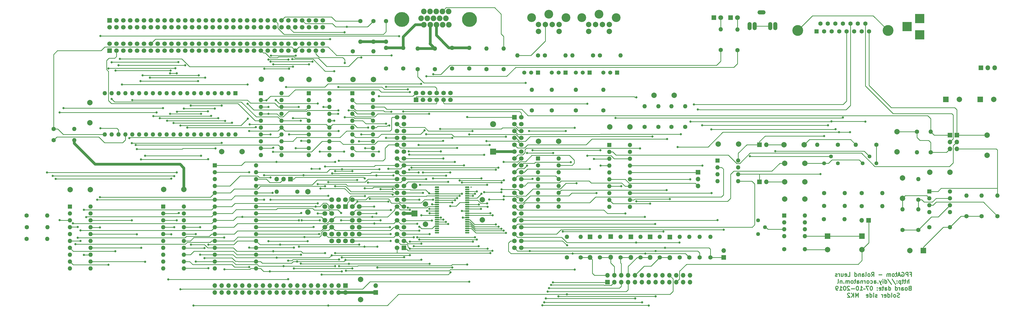
<source format=gbr>
G04 #@! TF.GenerationSoftware,KiCad,Pcbnew,(5.0.2-5)-5*
G04 #@! TF.CreationDate,2019-10-07T20:46:20+02:00*
G04 #@! TF.ProjectId,FPGAtom,46504741-746f-46d2-9e6b-696361645f70,1.3*
G04 #@! TF.SameCoordinates,Original*
G04 #@! TF.FileFunction,Copper,L4,Bot*
G04 #@! TF.FilePolarity,Positive*
%FSLAX46Y46*%
G04 Gerber Fmt 4.6, Leading zero omitted, Abs format (unit mm)*
G04 Created by KiCad (PCBNEW (5.0.2-5)-5) date Monday, 07 October 2019 at 20:46:20*
%MOMM*%
%LPD*%
G01*
G04 APERTURE LIST*
G04 #@! TA.AperFunction,NonConductor*
%ADD10C,0.300000*%
G04 #@! TD*
G04 #@! TA.AperFunction,ComponentPad*
%ADD11C,1.600000*%
G04 #@! TD*
G04 #@! TA.AperFunction,ComponentPad*
%ADD12O,1.600000X1.600000*%
G04 #@! TD*
G04 #@! TA.AperFunction,ComponentPad*
%ADD13C,1.700000*%
G04 #@! TD*
G04 #@! TA.AperFunction,ComponentPad*
%ADD14R,1.700000X1.700000*%
G04 #@! TD*
G04 #@! TA.AperFunction,ComponentPad*
%ADD15R,1.600000X1.600000*%
G04 #@! TD*
G04 #@! TA.AperFunction,ComponentPad*
%ADD16C,1.520000*%
G04 #@! TD*
G04 #@! TA.AperFunction,ComponentPad*
%ADD17R,1.520000X1.520000*%
G04 #@! TD*
G04 #@! TA.AperFunction,ComponentPad*
%ADD18O,1.700000X1.700000*%
G04 #@! TD*
G04 #@! TA.AperFunction,ComponentPad*
%ADD19C,2.000000*%
G04 #@! TD*
G04 #@! TA.AperFunction,ComponentPad*
%ADD20C,1.800000*%
G04 #@! TD*
G04 #@! TA.AperFunction,ComponentPad*
%ADD21R,1.800000X1.800000*%
G04 #@! TD*
G04 #@! TA.AperFunction,ComponentPad*
%ADD22C,2.080000*%
G04 #@! TD*
G04 #@! TA.AperFunction,ComponentPad*
%ADD23C,5.500000*%
G04 #@! TD*
G04 #@! TA.AperFunction,ComponentPad*
%ADD24R,2.000000X2.000000*%
G04 #@! TD*
G04 #@! TA.AperFunction,ComponentPad*
%ADD25R,2.200000X2.200000*%
G04 #@! TD*
G04 #@! TA.AperFunction,ComponentPad*
%ADD26O,2.200000X2.200000*%
G04 #@! TD*
G04 #@! TA.AperFunction,ComponentPad*
%ADD27R,3.500000X3.500000*%
G04 #@! TD*
G04 #@! TA.AperFunction,ComponentPad*
%ADD28C,1.440000*%
G04 #@! TD*
G04 #@! TA.AperFunction,ComponentPad*
%ADD29O,3.000000X1.524000*%
G04 #@! TD*
G04 #@! TA.AperFunction,ComponentPad*
%ADD30O,1.524000X3.000000*%
G04 #@! TD*
G04 #@! TA.AperFunction,ComponentPad*
%ADD31C,3.250000*%
G04 #@! TD*
G04 #@! TA.AperFunction,ComponentPad*
%ADD32C,4.000000*%
G04 #@! TD*
G04 #@! TA.AperFunction,Conductor*
%ADD33C,0.100000*%
G04 #@! TD*
G04 #@! TA.AperFunction,SMDPad,CuDef*
%ADD34C,0.550000*%
G04 #@! TD*
G04 #@! TA.AperFunction,ComponentPad*
%ADD35O,1.800000X1.800000*%
G04 #@! TD*
G04 #@! TA.AperFunction,ViaPad*
%ADD36C,0.800000*%
G04 #@! TD*
G04 #@! TA.AperFunction,Conductor*
%ADD37C,0.250000*%
G04 #@! TD*
G04 #@! TA.AperFunction,Conductor*
%ADD38C,1.000000*%
G04 #@! TD*
G04 APERTURE END LIST*
D10*
X362214214Y-180027357D02*
X362714214Y-180027357D01*
X362714214Y-180813071D02*
X362714214Y-179313071D01*
X361999928Y-179313071D01*
X361428500Y-180813071D02*
X361428500Y-179313071D01*
X360857071Y-179313071D01*
X360714214Y-179384500D01*
X360642785Y-179455928D01*
X360571357Y-179598785D01*
X360571357Y-179813071D01*
X360642785Y-179955928D01*
X360714214Y-180027357D01*
X360857071Y-180098785D01*
X361428500Y-180098785D01*
X359142785Y-179384500D02*
X359285642Y-179313071D01*
X359499928Y-179313071D01*
X359714214Y-179384500D01*
X359857071Y-179527357D01*
X359928500Y-179670214D01*
X359999928Y-179955928D01*
X359999928Y-180170214D01*
X359928500Y-180455928D01*
X359857071Y-180598785D01*
X359714214Y-180741642D01*
X359499928Y-180813071D01*
X359357071Y-180813071D01*
X359142785Y-180741642D01*
X359071357Y-180670214D01*
X359071357Y-180170214D01*
X359357071Y-180170214D01*
X358499928Y-180384500D02*
X357785642Y-180384500D01*
X358642785Y-180813071D02*
X358142785Y-179313071D01*
X357642785Y-180813071D01*
X357357071Y-179813071D02*
X356785642Y-179813071D01*
X357142785Y-179313071D02*
X357142785Y-180598785D01*
X357071357Y-180741642D01*
X356928500Y-180813071D01*
X356785642Y-180813071D01*
X356071357Y-180813071D02*
X356214214Y-180741642D01*
X356285642Y-180670214D01*
X356357071Y-180527357D01*
X356357071Y-180098785D01*
X356285642Y-179955928D01*
X356214214Y-179884500D01*
X356071357Y-179813071D01*
X355857071Y-179813071D01*
X355714214Y-179884500D01*
X355642785Y-179955928D01*
X355571357Y-180098785D01*
X355571357Y-180527357D01*
X355642785Y-180670214D01*
X355714214Y-180741642D01*
X355857071Y-180813071D01*
X356071357Y-180813071D01*
X354928500Y-180813071D02*
X354928500Y-179813071D01*
X354928500Y-179955928D02*
X354857071Y-179884500D01*
X354714214Y-179813071D01*
X354499928Y-179813071D01*
X354357071Y-179884500D01*
X354285642Y-180027357D01*
X354285642Y-180813071D01*
X354285642Y-180027357D02*
X354214214Y-179884500D01*
X354071357Y-179813071D01*
X353857071Y-179813071D01*
X353714214Y-179884500D01*
X353642785Y-180027357D01*
X353642785Y-180813071D01*
X351785642Y-180241642D02*
X350642785Y-180241642D01*
X347928500Y-180813071D02*
X348428500Y-180098785D01*
X348785642Y-180813071D02*
X348785642Y-179313071D01*
X348214214Y-179313071D01*
X348071357Y-179384500D01*
X347999928Y-179455928D01*
X347928500Y-179598785D01*
X347928500Y-179813071D01*
X347999928Y-179955928D01*
X348071357Y-180027357D01*
X348214214Y-180098785D01*
X348785642Y-180098785D01*
X347071357Y-180813071D02*
X347214214Y-180741642D01*
X347285642Y-180670214D01*
X347357071Y-180527357D01*
X347357071Y-180098785D01*
X347285642Y-179955928D01*
X347214214Y-179884500D01*
X347071357Y-179813071D01*
X346857071Y-179813071D01*
X346714214Y-179884500D01*
X346642785Y-179955928D01*
X346571357Y-180098785D01*
X346571357Y-180527357D01*
X346642785Y-180670214D01*
X346714214Y-180741642D01*
X346857071Y-180813071D01*
X347071357Y-180813071D01*
X345714214Y-180813071D02*
X345857071Y-180741642D01*
X345928500Y-180598785D01*
X345928500Y-179313071D01*
X344499928Y-180813071D02*
X344499928Y-180027357D01*
X344571357Y-179884500D01*
X344714214Y-179813071D01*
X344999928Y-179813071D01*
X345142785Y-179884500D01*
X344499928Y-180741642D02*
X344642785Y-180813071D01*
X344999928Y-180813071D01*
X345142785Y-180741642D01*
X345214214Y-180598785D01*
X345214214Y-180455928D01*
X345142785Y-180313071D01*
X344999928Y-180241642D01*
X344642785Y-180241642D01*
X344499928Y-180170214D01*
X343785642Y-179813071D02*
X343785642Y-180813071D01*
X343785642Y-179955928D02*
X343714214Y-179884500D01*
X343571357Y-179813071D01*
X343357071Y-179813071D01*
X343214214Y-179884500D01*
X343142785Y-180027357D01*
X343142785Y-180813071D01*
X341785642Y-180813071D02*
X341785642Y-179313071D01*
X341785642Y-180741642D02*
X341928500Y-180813071D01*
X342214214Y-180813071D01*
X342357071Y-180741642D01*
X342428500Y-180670214D01*
X342499928Y-180527357D01*
X342499928Y-180098785D01*
X342428500Y-179955928D01*
X342357071Y-179884500D01*
X342214214Y-179813071D01*
X341928500Y-179813071D01*
X341785642Y-179884500D01*
X339214214Y-180813071D02*
X339928500Y-180813071D01*
X339928500Y-179313071D01*
X338142785Y-180741642D02*
X338285642Y-180813071D01*
X338571357Y-180813071D01*
X338714214Y-180741642D01*
X338785642Y-180598785D01*
X338785642Y-180027357D01*
X338714214Y-179884500D01*
X338571357Y-179813071D01*
X338285642Y-179813071D01*
X338142785Y-179884500D01*
X338071357Y-180027357D01*
X338071357Y-180170214D01*
X338785642Y-180313071D01*
X336785642Y-179813071D02*
X336785642Y-180813071D01*
X337428500Y-179813071D02*
X337428500Y-180598785D01*
X337357071Y-180741642D01*
X337214214Y-180813071D01*
X336999928Y-180813071D01*
X336857071Y-180741642D01*
X336785642Y-180670214D01*
X336071357Y-180813071D02*
X336071357Y-179813071D01*
X336071357Y-180098785D02*
X335999928Y-179955928D01*
X335928500Y-179884500D01*
X335785642Y-179813071D01*
X335642785Y-179813071D01*
X335214214Y-180741642D02*
X335071357Y-180813071D01*
X334785642Y-180813071D01*
X334642785Y-180741642D01*
X334571357Y-180598785D01*
X334571357Y-180527357D01*
X334642785Y-180384500D01*
X334785642Y-180313071D01*
X334999928Y-180313071D01*
X335142785Y-180241642D01*
X335214214Y-180098785D01*
X335214214Y-180027357D01*
X335142785Y-179884500D01*
X334999928Y-179813071D01*
X334785642Y-179813071D01*
X334642785Y-179884500D01*
X361785642Y-183363071D02*
X361785642Y-181863071D01*
X361142785Y-183363071D02*
X361142785Y-182577357D01*
X361214214Y-182434500D01*
X361357071Y-182363071D01*
X361571357Y-182363071D01*
X361714214Y-182434500D01*
X361785642Y-182505928D01*
X360642785Y-182363071D02*
X360071357Y-182363071D01*
X360428500Y-181863071D02*
X360428500Y-183148785D01*
X360357071Y-183291642D01*
X360214214Y-183363071D01*
X360071357Y-183363071D01*
X359785642Y-182363071D02*
X359214214Y-182363071D01*
X359571357Y-181863071D02*
X359571357Y-183148785D01*
X359499928Y-183291642D01*
X359357071Y-183363071D01*
X359214214Y-183363071D01*
X358714214Y-182363071D02*
X358714214Y-183863071D01*
X358714214Y-182434500D02*
X358571357Y-182363071D01*
X358285642Y-182363071D01*
X358142785Y-182434500D01*
X358071357Y-182505928D01*
X357999928Y-182648785D01*
X357999928Y-183077357D01*
X358071357Y-183220214D01*
X358142785Y-183291642D01*
X358285642Y-183363071D01*
X358571357Y-183363071D01*
X358714214Y-183291642D01*
X357357071Y-183220214D02*
X357285642Y-183291642D01*
X357357071Y-183363071D01*
X357428500Y-183291642D01*
X357357071Y-183220214D01*
X357357071Y-183363071D01*
X357357071Y-182434500D02*
X357285642Y-182505928D01*
X357357071Y-182577357D01*
X357428500Y-182505928D01*
X357357071Y-182434500D01*
X357357071Y-182577357D01*
X355571357Y-181791642D02*
X356857071Y-183720214D01*
X353999928Y-181791642D02*
X355285642Y-183720214D01*
X352857071Y-183363071D02*
X352857071Y-181863071D01*
X352857071Y-183291642D02*
X352999928Y-183363071D01*
X353285642Y-183363071D01*
X353428500Y-183291642D01*
X353499928Y-183220214D01*
X353571357Y-183077357D01*
X353571357Y-182648785D01*
X353499928Y-182505928D01*
X353428500Y-182434500D01*
X353285642Y-182363071D01*
X352999928Y-182363071D01*
X352857071Y-182434500D01*
X352142785Y-183363071D02*
X352142785Y-182363071D01*
X352142785Y-181863071D02*
X352214214Y-181934500D01*
X352142785Y-182005928D01*
X352071357Y-181934500D01*
X352142785Y-181863071D01*
X352142785Y-182005928D01*
X351571357Y-182363071D02*
X351214214Y-183363071D01*
X350857071Y-182363071D02*
X351214214Y-183363071D01*
X351357071Y-183720214D01*
X351428500Y-183791642D01*
X351571357Y-183863071D01*
X350285642Y-183220214D02*
X350214214Y-183291642D01*
X350285642Y-183363071D01*
X350357071Y-183291642D01*
X350285642Y-183220214D01*
X350285642Y-183363071D01*
X348928500Y-183363071D02*
X348928500Y-182577357D01*
X348999928Y-182434500D01*
X349142785Y-182363071D01*
X349428500Y-182363071D01*
X349571357Y-182434500D01*
X348928500Y-183291642D02*
X349071357Y-183363071D01*
X349428500Y-183363071D01*
X349571357Y-183291642D01*
X349642785Y-183148785D01*
X349642785Y-183005928D01*
X349571357Y-182863071D01*
X349428500Y-182791642D01*
X349071357Y-182791642D01*
X348928500Y-182720214D01*
X347571357Y-183291642D02*
X347714214Y-183363071D01*
X347999928Y-183363071D01*
X348142785Y-183291642D01*
X348214214Y-183220214D01*
X348285642Y-183077357D01*
X348285642Y-182648785D01*
X348214214Y-182505928D01*
X348142785Y-182434500D01*
X347999928Y-182363071D01*
X347714214Y-182363071D01*
X347571357Y-182434500D01*
X346714214Y-183363071D02*
X346857071Y-183291642D01*
X346928500Y-183220214D01*
X346999928Y-183077357D01*
X346999928Y-182648785D01*
X346928500Y-182505928D01*
X346857071Y-182434500D01*
X346714214Y-182363071D01*
X346499928Y-182363071D01*
X346357071Y-182434500D01*
X346285642Y-182505928D01*
X346214214Y-182648785D01*
X346214214Y-183077357D01*
X346285642Y-183220214D01*
X346357071Y-183291642D01*
X346499928Y-183363071D01*
X346714214Y-183363071D01*
X345571357Y-183363071D02*
X345571357Y-182363071D01*
X345571357Y-182648785D02*
X345499928Y-182505928D01*
X345428500Y-182434500D01*
X345285642Y-182363071D01*
X345142785Y-182363071D01*
X344642785Y-182363071D02*
X344642785Y-183363071D01*
X344642785Y-182505928D02*
X344571357Y-182434500D01*
X344428500Y-182363071D01*
X344214214Y-182363071D01*
X344071357Y-182434500D01*
X343999928Y-182577357D01*
X343999928Y-183363071D01*
X342642785Y-183363071D02*
X342642785Y-182577357D01*
X342714214Y-182434500D01*
X342857071Y-182363071D01*
X343142785Y-182363071D01*
X343285642Y-182434500D01*
X342642785Y-183291642D02*
X342785642Y-183363071D01*
X343142785Y-183363071D01*
X343285642Y-183291642D01*
X343357071Y-183148785D01*
X343357071Y-183005928D01*
X343285642Y-182863071D01*
X343142785Y-182791642D01*
X342785642Y-182791642D01*
X342642785Y-182720214D01*
X342142785Y-182363071D02*
X341571357Y-182363071D01*
X341928500Y-181863071D02*
X341928500Y-183148785D01*
X341857071Y-183291642D01*
X341714214Y-183363071D01*
X341571357Y-183363071D01*
X340857071Y-183363071D02*
X340999928Y-183291642D01*
X341071357Y-183220214D01*
X341142785Y-183077357D01*
X341142785Y-182648785D01*
X341071357Y-182505928D01*
X340999928Y-182434500D01*
X340857071Y-182363071D01*
X340642785Y-182363071D01*
X340499928Y-182434500D01*
X340428500Y-182505928D01*
X340357071Y-182648785D01*
X340357071Y-183077357D01*
X340428500Y-183220214D01*
X340499928Y-183291642D01*
X340642785Y-183363071D01*
X340857071Y-183363071D01*
X339714214Y-183363071D02*
X339714214Y-182363071D01*
X339714214Y-182505928D02*
X339642785Y-182434500D01*
X339499928Y-182363071D01*
X339285642Y-182363071D01*
X339142785Y-182434500D01*
X339071357Y-182577357D01*
X339071357Y-183363071D01*
X339071357Y-182577357D02*
X338999928Y-182434500D01*
X338857071Y-182363071D01*
X338642785Y-182363071D01*
X338499928Y-182434500D01*
X338428500Y-182577357D01*
X338428500Y-183363071D01*
X337714214Y-183220214D02*
X337642785Y-183291642D01*
X337714214Y-183363071D01*
X337785642Y-183291642D01*
X337714214Y-183220214D01*
X337714214Y-183363071D01*
X336999928Y-182363071D02*
X336999928Y-183363071D01*
X336999928Y-182505928D02*
X336928500Y-182434500D01*
X336785642Y-182363071D01*
X336571357Y-182363071D01*
X336428500Y-182434500D01*
X336357071Y-182577357D01*
X336357071Y-183363071D01*
X335428500Y-183363071D02*
X335571357Y-183291642D01*
X335642785Y-183148785D01*
X335642785Y-181863071D01*
X362071357Y-185127357D02*
X361857071Y-185198785D01*
X361785642Y-185270214D01*
X361714214Y-185413071D01*
X361714214Y-185627357D01*
X361785642Y-185770214D01*
X361857071Y-185841642D01*
X361999928Y-185913071D01*
X362571357Y-185913071D01*
X362571357Y-184413071D01*
X362071357Y-184413071D01*
X361928500Y-184484500D01*
X361857071Y-184555928D01*
X361785642Y-184698785D01*
X361785642Y-184841642D01*
X361857071Y-184984500D01*
X361928500Y-185055928D01*
X362071357Y-185127357D01*
X362571357Y-185127357D01*
X360857071Y-185913071D02*
X360999928Y-185841642D01*
X361071357Y-185770214D01*
X361142785Y-185627357D01*
X361142785Y-185198785D01*
X361071357Y-185055928D01*
X360999928Y-184984500D01*
X360857071Y-184913071D01*
X360642785Y-184913071D01*
X360499928Y-184984500D01*
X360428500Y-185055928D01*
X360357071Y-185198785D01*
X360357071Y-185627357D01*
X360428500Y-185770214D01*
X360499928Y-185841642D01*
X360642785Y-185913071D01*
X360857071Y-185913071D01*
X359071357Y-185913071D02*
X359071357Y-185127357D01*
X359142785Y-184984500D01*
X359285642Y-184913071D01*
X359571357Y-184913071D01*
X359714214Y-184984500D01*
X359071357Y-185841642D02*
X359214214Y-185913071D01*
X359571357Y-185913071D01*
X359714214Y-185841642D01*
X359785642Y-185698785D01*
X359785642Y-185555928D01*
X359714214Y-185413071D01*
X359571357Y-185341642D01*
X359214214Y-185341642D01*
X359071357Y-185270214D01*
X358357071Y-185913071D02*
X358357071Y-184913071D01*
X358357071Y-185198785D02*
X358285642Y-185055928D01*
X358214214Y-184984500D01*
X358071357Y-184913071D01*
X357928500Y-184913071D01*
X356785642Y-185913071D02*
X356785642Y-184413071D01*
X356785642Y-185841642D02*
X356928500Y-185913071D01*
X357214214Y-185913071D01*
X357357071Y-185841642D01*
X357428500Y-185770214D01*
X357499928Y-185627357D01*
X357499928Y-185198785D01*
X357428500Y-185055928D01*
X357357071Y-184984500D01*
X357214214Y-184913071D01*
X356928500Y-184913071D01*
X356785642Y-184984500D01*
X354285642Y-185913071D02*
X354285642Y-184413071D01*
X354285642Y-185841642D02*
X354428500Y-185913071D01*
X354714214Y-185913071D01*
X354857071Y-185841642D01*
X354928500Y-185770214D01*
X354999928Y-185627357D01*
X354999928Y-185198785D01*
X354928500Y-185055928D01*
X354857071Y-184984500D01*
X354714214Y-184913071D01*
X354428500Y-184913071D01*
X354285642Y-184984500D01*
X352928500Y-185913071D02*
X352928500Y-185127357D01*
X352999928Y-184984500D01*
X353142785Y-184913071D01*
X353428500Y-184913071D01*
X353571357Y-184984500D01*
X352928500Y-185841642D02*
X353071357Y-185913071D01*
X353428500Y-185913071D01*
X353571357Y-185841642D01*
X353642785Y-185698785D01*
X353642785Y-185555928D01*
X353571357Y-185413071D01*
X353428500Y-185341642D01*
X353071357Y-185341642D01*
X352928500Y-185270214D01*
X352428500Y-184913071D02*
X351857071Y-184913071D01*
X352214214Y-184413071D02*
X352214214Y-185698785D01*
X352142785Y-185841642D01*
X351999928Y-185913071D01*
X351857071Y-185913071D01*
X350785642Y-185841642D02*
X350928500Y-185913071D01*
X351214214Y-185913071D01*
X351357071Y-185841642D01*
X351428500Y-185698785D01*
X351428500Y-185127357D01*
X351357071Y-184984500D01*
X351214214Y-184913071D01*
X350928500Y-184913071D01*
X350785642Y-184984500D01*
X350714214Y-185127357D01*
X350714214Y-185270214D01*
X351428500Y-185413071D01*
X350071357Y-185770214D02*
X349999928Y-185841642D01*
X350071357Y-185913071D01*
X350142785Y-185841642D01*
X350071357Y-185770214D01*
X350071357Y-185913071D01*
X350071357Y-184984500D02*
X349999928Y-185055928D01*
X350071357Y-185127357D01*
X350142785Y-185055928D01*
X350071357Y-184984500D01*
X350071357Y-185127357D01*
X347928500Y-184413071D02*
X347785642Y-184413071D01*
X347642785Y-184484500D01*
X347571357Y-184555928D01*
X347499928Y-184698785D01*
X347428500Y-184984500D01*
X347428500Y-185341642D01*
X347499928Y-185627357D01*
X347571357Y-185770214D01*
X347642785Y-185841642D01*
X347785642Y-185913071D01*
X347928500Y-185913071D01*
X348071357Y-185841642D01*
X348142785Y-185770214D01*
X348214214Y-185627357D01*
X348285642Y-185341642D01*
X348285642Y-184984500D01*
X348214214Y-184698785D01*
X348142785Y-184555928D01*
X348071357Y-184484500D01*
X347928500Y-184413071D01*
X346928500Y-184413071D02*
X345928500Y-184413071D01*
X346571357Y-185913071D01*
X344999928Y-185413071D02*
X345571357Y-185413071D01*
X343714214Y-185913071D02*
X344571357Y-185913071D01*
X344142785Y-185913071D02*
X344142785Y-184413071D01*
X344285642Y-184627357D01*
X344428500Y-184770214D01*
X344571357Y-184841642D01*
X342785642Y-184413071D02*
X342642785Y-184413071D01*
X342499928Y-184484500D01*
X342428500Y-184555928D01*
X342357071Y-184698785D01*
X342285642Y-184984500D01*
X342285642Y-185341642D01*
X342357071Y-185627357D01*
X342428500Y-185770214D01*
X342499928Y-185841642D01*
X342642785Y-185913071D01*
X342785642Y-185913071D01*
X342928500Y-185841642D01*
X342999928Y-185770214D01*
X343071357Y-185627357D01*
X343142785Y-185341642D01*
X343142785Y-184984500D01*
X343071357Y-184698785D01*
X342999928Y-184555928D01*
X342928500Y-184484500D01*
X342785642Y-184413071D01*
X341642785Y-185341642D02*
X340499928Y-185341642D01*
X339857071Y-184555928D02*
X339785642Y-184484500D01*
X339642785Y-184413071D01*
X339285642Y-184413071D01*
X339142785Y-184484500D01*
X339071357Y-184555928D01*
X338999928Y-184698785D01*
X338999928Y-184841642D01*
X339071357Y-185055928D01*
X339928500Y-185913071D01*
X338999928Y-185913071D01*
X338071357Y-184413071D02*
X337928500Y-184413071D01*
X337785642Y-184484500D01*
X337714214Y-184555928D01*
X337642785Y-184698785D01*
X337571357Y-184984500D01*
X337571357Y-185341642D01*
X337642785Y-185627357D01*
X337714214Y-185770214D01*
X337785642Y-185841642D01*
X337928500Y-185913071D01*
X338071357Y-185913071D01*
X338214214Y-185841642D01*
X338285642Y-185770214D01*
X338357071Y-185627357D01*
X338428500Y-185341642D01*
X338428500Y-184984500D01*
X338357071Y-184698785D01*
X338285642Y-184555928D01*
X338214214Y-184484500D01*
X338071357Y-184413071D01*
X336142785Y-185913071D02*
X336999928Y-185913071D01*
X336571357Y-185913071D02*
X336571357Y-184413071D01*
X336714214Y-184627357D01*
X336857071Y-184770214D01*
X336999928Y-184841642D01*
X335428500Y-185913071D02*
X335142785Y-185913071D01*
X334999928Y-185841642D01*
X334928500Y-185770214D01*
X334785642Y-185555928D01*
X334714214Y-185270214D01*
X334714214Y-184698785D01*
X334785642Y-184555928D01*
X334857071Y-184484500D01*
X334999928Y-184413071D01*
X335285642Y-184413071D01*
X335428500Y-184484500D01*
X335499928Y-184555928D01*
X335571357Y-184698785D01*
X335571357Y-185055928D01*
X335499928Y-185198785D01*
X335428500Y-185270214D01*
X335285642Y-185341642D01*
X334999928Y-185341642D01*
X334857071Y-185270214D01*
X334785642Y-185198785D01*
X334714214Y-185055928D01*
X358285642Y-188391642D02*
X358071357Y-188463071D01*
X357714214Y-188463071D01*
X357571357Y-188391642D01*
X357499928Y-188320214D01*
X357428500Y-188177357D01*
X357428500Y-188034500D01*
X357499928Y-187891642D01*
X357571357Y-187820214D01*
X357714214Y-187748785D01*
X357999928Y-187677357D01*
X358142785Y-187605928D01*
X358214214Y-187534500D01*
X358285642Y-187391642D01*
X358285642Y-187248785D01*
X358214214Y-187105928D01*
X358142785Y-187034500D01*
X357999928Y-186963071D01*
X357642785Y-186963071D01*
X357428500Y-187034500D01*
X356571357Y-188463071D02*
X356714214Y-188391642D01*
X356785642Y-188320214D01*
X356857071Y-188177357D01*
X356857071Y-187748785D01*
X356785642Y-187605928D01*
X356714214Y-187534500D01*
X356571357Y-187463071D01*
X356357071Y-187463071D01*
X356214214Y-187534500D01*
X356142785Y-187605928D01*
X356071357Y-187748785D01*
X356071357Y-188177357D01*
X356142785Y-188320214D01*
X356214214Y-188391642D01*
X356357071Y-188463071D01*
X356571357Y-188463071D01*
X355214214Y-188463071D02*
X355357071Y-188391642D01*
X355428500Y-188248785D01*
X355428500Y-186963071D01*
X353999928Y-188463071D02*
X353999928Y-186963071D01*
X353999928Y-188391642D02*
X354142785Y-188463071D01*
X354428500Y-188463071D01*
X354571357Y-188391642D01*
X354642785Y-188320214D01*
X354714214Y-188177357D01*
X354714214Y-187748785D01*
X354642785Y-187605928D01*
X354571357Y-187534500D01*
X354428500Y-187463071D01*
X354142785Y-187463071D01*
X353999928Y-187534500D01*
X352714214Y-188391642D02*
X352857071Y-188463071D01*
X353142785Y-188463071D01*
X353285642Y-188391642D01*
X353357071Y-188248785D01*
X353357071Y-187677357D01*
X353285642Y-187534500D01*
X353142785Y-187463071D01*
X352857071Y-187463071D01*
X352714214Y-187534500D01*
X352642785Y-187677357D01*
X352642785Y-187820214D01*
X353357071Y-187963071D01*
X351999928Y-188463071D02*
X351999928Y-187463071D01*
X351999928Y-187748785D02*
X351928500Y-187605928D01*
X351857071Y-187534500D01*
X351714214Y-187463071D01*
X351571357Y-187463071D01*
X349999928Y-188391642D02*
X349857071Y-188463071D01*
X349571357Y-188463071D01*
X349428500Y-188391642D01*
X349357071Y-188248785D01*
X349357071Y-188177357D01*
X349428500Y-188034500D01*
X349571357Y-187963071D01*
X349785642Y-187963071D01*
X349928500Y-187891642D01*
X349999928Y-187748785D01*
X349999928Y-187677357D01*
X349928500Y-187534500D01*
X349785642Y-187463071D01*
X349571357Y-187463071D01*
X349428500Y-187534500D01*
X348714214Y-188463071D02*
X348714214Y-187463071D01*
X348714214Y-186963071D02*
X348785642Y-187034500D01*
X348714214Y-187105928D01*
X348642785Y-187034500D01*
X348714214Y-186963071D01*
X348714214Y-187105928D01*
X347357071Y-188463071D02*
X347357071Y-186963071D01*
X347357071Y-188391642D02*
X347499928Y-188463071D01*
X347785642Y-188463071D01*
X347928500Y-188391642D01*
X347999928Y-188320214D01*
X348071357Y-188177357D01*
X348071357Y-187748785D01*
X347999928Y-187605928D01*
X347928500Y-187534500D01*
X347785642Y-187463071D01*
X347499928Y-187463071D01*
X347357071Y-187534500D01*
X346071357Y-188391642D02*
X346214214Y-188463071D01*
X346499928Y-188463071D01*
X346642785Y-188391642D01*
X346714214Y-188248785D01*
X346714214Y-187677357D01*
X346642785Y-187534500D01*
X346499928Y-187463071D01*
X346214214Y-187463071D01*
X346071357Y-187534500D01*
X345999928Y-187677357D01*
X345999928Y-187820214D01*
X346714214Y-187963071D01*
X343071357Y-188463071D02*
X343071357Y-186963071D01*
X342571357Y-188034500D01*
X342071357Y-186963071D01*
X342071357Y-188463071D01*
X341357071Y-188463071D02*
X341357071Y-186963071D01*
X340499928Y-188463071D02*
X341142785Y-187605928D01*
X340499928Y-186963071D02*
X341357071Y-187820214D01*
X339928500Y-187105928D02*
X339857071Y-187034500D01*
X339714214Y-186963071D01*
X339357071Y-186963071D01*
X339214214Y-187034500D01*
X339142785Y-187105928D01*
X339071357Y-187248785D01*
X339071357Y-187391642D01*
X339142785Y-187605928D01*
X339999928Y-188463071D01*
X339071357Y-188463071D01*
X200025000Y-147728714D02*
X199953571Y-147800142D01*
X200025000Y-147871571D01*
X200096428Y-147800142D01*
X200025000Y-147728714D01*
X200025000Y-147871571D01*
D11*
G04 #@! TO.P,R51,1*
G04 #@! TO.N,GNDD*
X369316000Y-162560000D03*
D12*
G04 #@! TO.P,R51,2*
G04 #@! TO.N,Net-(C27-Pad1)*
X376936000Y-162560000D03*
G04 #@! TD*
D11*
G04 #@! TO.P,R30,1*
G04 #@! TO.N,Net-(D7-Pad2)*
X269748000Y-173736000D03*
D12*
G04 #@! TO.P,R30,2*
G04 #@! TO.N,+3V3*
X269748000Y-166116000D03*
G04 #@! TD*
D13*
G04 #@! TO.P,U11,92*
G04 #@! TO.N,/RDY*
X179730000Y-112990000D03*
G04 #@! TO.P,U11,91*
G04 #@! TO.N,/SYNC*
X182270000Y-112990000D03*
G04 #@! TO.P,U11,90*
G04 #@! TO.N,/SO*
X184810000Y-112990000D03*
G04 #@! TO.P,U11,89*
G04 #@! TO.N,Net-(R17-Pad1)*
X187350000Y-112990000D03*
G04 #@! TO.P,U11,88*
G04 #@! TO.N,Net-(R24-Pad1)*
X189890000Y-112990000D03*
G04 #@! TO.P,U11,87*
G04 #@! TO.N,GNDD*
X192430000Y-112990000D03*
G04 #@! TO.P,U11,86*
G04 #@! TO.N,N/C*
X192430000Y-115530000D03*
G04 #@! TO.P,U11,85*
G04 #@! TO.N,Net-(U11-Pad85)*
X189890000Y-115530000D03*
G04 #@! TO.P,U11,84*
G04 #@! TO.N,/CAS_out*
X187350000Y-115530000D03*
G04 #@! TO.P,U11,83*
G04 #@! TO.N,Net-(R11-Pad1)*
X184810000Y-115530000D03*
G04 #@! TO.P,U11,82*
G04 #@! TO.N,Net-(R10-Pad1)*
X182270000Y-115530000D03*
D14*
G04 #@! TO.P,U11,81*
G04 #@! TO.N,Net-(C23-Pad2)*
X179730000Y-115530000D03*
D13*
G04 #@! TO.P,U11,80*
G04 #@! TO.N,Net-(R14-Pad1)*
X218550000Y-121930000D03*
G04 #@! TO.P,U11,79*
G04 #@! TO.N,Net-(R19-Pad1)*
X218550000Y-124470000D03*
G04 #@! TO.P,U11,78*
G04 #@! TO.N,Net-(R20-Pad1)*
X218550000Y-127010000D03*
G04 #@! TO.P,U11,77*
G04 #@! TO.N,Net-(R22-Pad1)*
X218550000Y-129550000D03*
G04 #@! TO.P,U11,76*
G04 #@! TO.N,Net-(R25-Pad1)*
X218550000Y-132090000D03*
G04 #@! TO.P,U11,75*
G04 #@! TO.N,GNDD*
X218550000Y-134630000D03*
G04 #@! TO.P,U11,74*
G04 #@! TO.N,Net-(R12-Pad1)*
X218550000Y-137170000D03*
G04 #@! TO.P,U11,72*
G04 #@! TO.N,Net-(Q1-Pad3)*
X218550000Y-139710000D03*
G04 #@! TO.P,U11,73*
G04 #@! TO.N,Net-(Q3-Pad3)*
X218550000Y-142250000D03*
G04 #@! TO.P,U11,71*
G04 #@! TO.N,Net-(U11-Pad71)*
X218550000Y-144790000D03*
G04 #@! TO.P,U11,70*
G04 #@! TO.N,Net-(U11-Pad70)*
X218550000Y-147330000D03*
G04 #@! TO.P,U11,69*
G04 #@! TO.N,/A18*
X218550000Y-149870000D03*
G04 #@! TO.P,U11,68*
G04 #@! TO.N,/A17*
X218550000Y-152410000D03*
G04 #@! TO.P,U11,67*
G04 #@! TO.N,Net-(U11-Pad67)*
X218550000Y-154950000D03*
G04 #@! TO.P,U11,66*
G04 #@! TO.N,GNDD*
X218550000Y-157490000D03*
G04 #@! TO.P,U11,65*
G04 #@! TO.N,Net-(U11-Pad65)*
X218550000Y-160030000D03*
G04 #@! TO.P,U11,64*
G04 #@! TO.N,Net-(U11-Pad64)*
X218550000Y-162570000D03*
G04 #@! TO.P,U11,63*
G04 #@! TO.N,Net-(U11-Pad63)*
X218550000Y-165110000D03*
G04 #@! TO.P,U11,62*
G04 #@! TO.N,/RST*
X218550000Y-167650000D03*
G04 #@! TO.P,U11,61*
G04 #@! TO.N,Net-(J14-Pad18)*
X218550000Y-170190000D03*
G04 #@! TO.P,U11,60*
G04 #@! TO.N,Net-(J14-Pad16)*
X216010000Y-170190000D03*
G04 #@! TO.P,U11,59*
G04 #@! TO.N,Net-(J14-Pad14)*
X216010000Y-167650000D03*
G04 #@! TO.P,U11,58*
G04 #@! TO.N,Net-(J14-Pad12)*
X216010000Y-165110000D03*
G04 #@! TO.P,U11,57*
G04 #@! TO.N,Net-(D7-Pad2)*
X216010000Y-162570000D03*
G04 #@! TO.P,U11,56*
G04 #@! TO.N,Net-(D5-Pad2)*
X216010000Y-160030000D03*
G04 #@! TO.P,U11,55*
G04 #@! TO.N,N/C*
X216010000Y-157490000D03*
G04 #@! TO.P,U11,54*
G04 #@! TO.N,Net-(D8-Pad2)*
X216010000Y-154950000D03*
G04 #@! TO.P,U11,53*
G04 #@! TO.N,Net-(D6-Pad2)*
X216010000Y-152410000D03*
G04 #@! TO.P,U11,52*
G04 #@! TO.N,Net-(D9-Pad2)*
X216010000Y-149870000D03*
G04 #@! TO.P,U11,51*
G04 #@! TO.N,Net-(U11-Pad51)*
X216010000Y-147330000D03*
G04 #@! TO.P,U11,50*
G04 #@! TO.N,Net-(U11-Pad50)*
X216010000Y-144790000D03*
G04 #@! TO.P,U11,49*
G04 #@! TO.N,Net-(U11-Pad49)*
X216010000Y-142250000D03*
G04 #@! TO.P,U11,48*
G04 #@! TO.N,Net-(U11-Pad48)*
X216010000Y-139710000D03*
G04 #@! TO.P,U11,47*
G04 #@! TO.N,Net-(J9-Pad1)*
X216010000Y-137170000D03*
G04 #@! TO.P,U11,46*
G04 #@! TO.N,Net-(D3-Pad1)*
X216010000Y-134630000D03*
G04 #@! TO.P,U11,45*
G04 #@! TO.N,Net-(J9-Pad5)*
X216010000Y-132090000D03*
G04 #@! TO.P,U11,44*
G04 #@! TO.N,Net-(J9-Pad2)*
X216010000Y-129550000D03*
G04 #@! TO.P,U11,43*
G04 #@! TO.N,Net-(J9-Pad7)*
X216010000Y-127010000D03*
G04 #@! TO.P,U11,42*
G04 #@! TO.N,/CS_TUBE*
X216010000Y-124470000D03*
D14*
G04 #@! TO.P,U11,41*
G04 #@! TO.N,/BUF_DIR*
X216010000Y-121930000D03*
D13*
G04 #@! TO.P,U11,40*
G04 #@! TO.N,/D2*
X172720000Y-170180000D03*
G04 #@! TO.P,U11,39*
G04 #@! TO.N,/D1*
X172720000Y-167640000D03*
G04 #@! TO.P,U11,38*
G04 #@! TO.N,/D0*
X172720000Y-165100000D03*
G04 #@! TO.P,U11,37*
G04 #@! TO.N,/A0*
X172720000Y-162560000D03*
G04 #@! TO.P,U11,36*
G04 #@! TO.N,/A1*
X172720000Y-160020000D03*
G04 #@! TO.P,U11,35*
G04 #@! TO.N,GNDD*
X172720000Y-157480000D03*
G04 #@! TO.P,U11,34*
G04 #@! TO.N,/A2*
X172720000Y-154940000D03*
G04 #@! TO.P,U11,33*
G04 #@! TO.N,/A3*
X172720000Y-152400000D03*
G04 #@! TO.P,U11,32*
G04 #@! TO.N,/A4*
X172720000Y-149860000D03*
G04 #@! TO.P,U11,31*
G04 #@! TO.N,/A5*
X172720000Y-147320000D03*
G04 #@! TO.P,U11,30*
G04 #@! TO.N,/A6*
X172720000Y-144780000D03*
G04 #@! TO.P,U11,28*
G04 #@! TO.N,/A12*
X172720000Y-142240000D03*
G04 #@! TO.P,U11,29*
G04 #@! TO.N,/A7*
X172720000Y-139700000D03*
G04 #@! TO.P,U11,27*
G04 #@! TO.N,/A15*
X172720000Y-137160000D03*
G04 #@! TO.P,U11,26*
G04 #@! TO.N,GNDD*
X172720000Y-134620000D03*
G04 #@! TO.P,U11,25*
G04 #@! TO.N,/A16*
X172720000Y-132080000D03*
G04 #@! TO.P,U11,24*
G04 #@! TO.N,/IRQ*
X172720000Y-129540000D03*
G04 #@! TO.P,U11,23*
G04 #@! TO.N,/NMI*
X172720000Y-127000000D03*
G04 #@! TO.P,U11,22*
G04 #@! TO.N,/CS_BUF*
X172720000Y-124460000D03*
G04 #@! TO.P,U11,21*
G04 #@! TO.N,/BLK_B*
X172720000Y-121920000D03*
G04 #@! TO.P,U11,20*
G04 #@! TO.N,/CS_VIA*
X175260000Y-121920000D03*
G04 #@! TO.P,U11,19*
G04 #@! TO.N,/RW*
X175260000Y-124460000D03*
G04 #@! TO.P,U11,18*
G04 #@! TO.N,/PHI2*
X175260000Y-127000000D03*
G04 #@! TO.P,U11,17*
G04 #@! TO.N,/NRDS*
X175260000Y-129540000D03*
G04 #@! TO.P,U11,14*
G04 #@! TO.N,/A14*
X175260000Y-132080000D03*
G04 #@! TO.P,U11,15*
G04 #@! TO.N,N/C*
X175260000Y-134620000D03*
G04 #@! TO.P,U11,13*
G04 #@! TO.N,/A13*
X175260000Y-137160000D03*
G04 #@! TO.P,U11,16*
G04 #@! TO.N,/NWDS*
X175260000Y-139700000D03*
G04 #@! TO.P,U11,12*
G04 #@! TO.N,/A8*
X175260000Y-142240000D03*
G04 #@! TO.P,U11,11*
G04 #@! TO.N,/A9*
X175260000Y-144780000D03*
G04 #@! TO.P,U11,10*
G04 #@! TO.N,/A11*
X175260000Y-147320000D03*
G04 #@! TO.P,U11,9*
G04 #@! TO.N,/CS_RAM*
X175260000Y-149860000D03*
G04 #@! TO.P,U11,8*
G04 #@! TO.N,/A10*
X175260000Y-152400000D03*
G04 #@! TO.P,U11,7*
G04 #@! TO.N,/CS_ROM*
X175260000Y-154940000D03*
G04 #@! TO.P,U11,6*
G04 #@! TO.N,Net-(D4-Pad1)*
X175260000Y-157480000D03*
G04 #@! TO.P,U11,5*
G04 #@! TO.N,/D7*
X175260000Y-160020000D03*
G04 #@! TO.P,U11,4*
G04 #@! TO.N,/D6*
X175260000Y-162560000D03*
G04 #@! TO.P,U11,3*
G04 #@! TO.N,/D5*
X175260000Y-165100000D03*
G04 #@! TO.P,U11,2*
G04 #@! TO.N,/D4*
X175260000Y-167640000D03*
D14*
G04 #@! TO.P,U11,1*
G04 #@! TO.N,/D3*
X175260000Y-170180000D03*
G04 #@! TD*
D15*
G04 #@! TO.P,U15,1*
G04 #@! TO.N,GNDD*
X251129800Y-132232400D03*
D12*
G04 #@! TO.P,U15,11*
G04 #@! TO.N,Net-(J18-Pad4)*
X258749800Y-155092400D03*
G04 #@! TO.P,U15,2*
G04 #@! TO.N,Net-(J13-Pad2)*
X251129800Y-134772400D03*
G04 #@! TO.P,U15,12*
G04 #@! TO.N,Net-(D7-Pad1)*
X258749800Y-152552400D03*
G04 #@! TO.P,U15,3*
G04 #@! TO.N,Net-(D9-Pad1)*
X251129800Y-137312400D03*
G04 #@! TO.P,U15,13*
G04 #@! TO.N,Net-(J18-Pad11)*
X258749800Y-150012400D03*
G04 #@! TO.P,U15,4*
G04 #@! TO.N,Net-(U11-Pad71)*
X251129800Y-139852400D03*
G04 #@! TO.P,U15,14*
G04 #@! TO.N,Net-(U11-Pad70)*
X258749800Y-147472400D03*
G04 #@! TO.P,U15,5*
G04 #@! TO.N,Net-(D6-Pad1)*
X251129800Y-142392400D03*
G04 #@! TO.P,U15,15*
G04 #@! TO.N,Net-(J18-Pad3)*
X258749800Y-144932400D03*
G04 #@! TO.P,U15,6*
G04 #@! TO.N,Net-(J18-Pad5)*
X251129800Y-144932400D03*
G04 #@! TO.P,U15,16*
G04 #@! TO.N,Net-(J18-Pad13)*
X258749800Y-142392400D03*
G04 #@! TO.P,U15,7*
G04 #@! TO.N,Net-(D8-Pad1)*
X251129800Y-147472400D03*
G04 #@! TO.P,U15,17*
G04 #@! TO.N,Net-(J18-Pad10)*
X258749800Y-139852400D03*
G04 #@! TO.P,U15,8*
G04 #@! TO.N,Net-(J18-Pad12)*
X251129800Y-150012400D03*
G04 #@! TO.P,U15,18*
G04 #@! TO.N,Net-(U11-Pad85)*
X258749800Y-137312400D03*
G04 #@! TO.P,U15,9*
G04 #@! TO.N,Net-(D5-Pad1)*
X251129800Y-152552400D03*
G04 #@! TO.P,U15,19*
G04 #@! TO.N,GNDD*
X258749800Y-134772400D03*
G04 #@! TO.P,U15,10*
X251129800Y-155092400D03*
G04 #@! TO.P,U15,20*
G04 #@! TO.N,+3V3*
X258749800Y-132232400D03*
G04 #@! TD*
D11*
G04 #@! TO.P,R28,1*
G04 #@! TO.N,Net-(J14-Pad14)*
X280606500Y-173736000D03*
D12*
G04 #@! TO.P,R28,2*
G04 #@! TO.N,+3V3*
X280606500Y-166116000D03*
G04 #@! TD*
G04 #@! TO.P,R53,2*
G04 #@! TO.N,Net-(C22-Pad1)*
X327914000Y-132080000D03*
D11*
G04 #@! TO.P,R53,1*
G04 #@! TO.N,Net-(R53-Pad1)*
X335534000Y-132080000D03*
G04 #@! TD*
G04 #@! TO.P,R52,1*
G04 #@! TO.N,Net-(R52-Pad1)*
X349758000Y-132080000D03*
D12*
G04 #@! TO.P,R52,2*
G04 #@! TO.N,Net-(C21-Pad1)*
X342138000Y-132080000D03*
G04 #@! TD*
D16*
G04 #@! TO.P,Q4,2*
G04 #@! TO.N,+3V3*
X222250000Y-105410000D03*
G04 #@! TO.P,Q4,3*
G04 #@! TO.N,Net-(J14-Pad16)*
X219710000Y-105410000D03*
D17*
G04 #@! TO.P,Q4,1*
G04 #@! TO.N,Net-(J17-Pad1)*
X224790000Y-105410000D03*
G04 #@! TD*
D11*
G04 #@! TO.P,R34,1*
G04 #@! TO.N,Net-(D9-Pad2)*
X240538000Y-173736000D03*
D12*
G04 #@! TO.P,R34,2*
G04 #@! TO.N,+3V3*
X240538000Y-166116000D03*
G04 #@! TD*
D15*
G04 #@! TO.P,U6,1*
G04 #@! TO.N,/A17*
X105410000Y-139700000D03*
D12*
G04 #@! TO.P,U6,17*
G04 #@! TO.N,/D3*
X120650000Y-177800000D03*
G04 #@! TO.P,U6,2*
G04 #@! TO.N,/A16*
X105410000Y-142240000D03*
G04 #@! TO.P,U6,18*
G04 #@! TO.N,/D4*
X120650000Y-175260000D03*
G04 #@! TO.P,U6,3*
G04 #@! TO.N,/A14*
X105410000Y-144780000D03*
G04 #@! TO.P,U6,19*
G04 #@! TO.N,/D5*
X120650000Y-172720000D03*
G04 #@! TO.P,U6,4*
G04 #@! TO.N,/A12*
X105410000Y-147320000D03*
G04 #@! TO.P,U6,20*
G04 #@! TO.N,/D6*
X120650000Y-170180000D03*
G04 #@! TO.P,U6,5*
G04 #@! TO.N,/A7*
X105410000Y-149860000D03*
G04 #@! TO.P,U6,21*
G04 #@! TO.N,/D7*
X120650000Y-167640000D03*
G04 #@! TO.P,U6,6*
G04 #@! TO.N,/A6*
X105410000Y-152400000D03*
G04 #@! TO.P,U6,22*
G04 #@! TO.N,/CS_RAM*
X120650000Y-165100000D03*
G04 #@! TO.P,U6,7*
G04 #@! TO.N,/A5*
X105410000Y-154940000D03*
G04 #@! TO.P,U6,23*
G04 #@! TO.N,/A10*
X120650000Y-162560000D03*
G04 #@! TO.P,U6,8*
G04 #@! TO.N,/A4*
X105410000Y-157480000D03*
G04 #@! TO.P,U6,24*
G04 #@! TO.N,/NRDS*
X120650000Y-160020000D03*
G04 #@! TO.P,U6,9*
G04 #@! TO.N,/A3*
X105410000Y-160020000D03*
G04 #@! TO.P,U6,25*
G04 #@! TO.N,/A11*
X120650000Y-157480000D03*
G04 #@! TO.P,U6,10*
G04 #@! TO.N,/A2*
X105410000Y-162560000D03*
G04 #@! TO.P,U6,26*
G04 #@! TO.N,/A9*
X120650000Y-154940000D03*
G04 #@! TO.P,U6,11*
G04 #@! TO.N,/A1*
X105410000Y-165100000D03*
G04 #@! TO.P,U6,27*
G04 #@! TO.N,/A8*
X120650000Y-152400000D03*
G04 #@! TO.P,U6,12*
G04 #@! TO.N,/A0*
X105410000Y-167640000D03*
G04 #@! TO.P,U6,28*
G04 #@! TO.N,/A13*
X120650000Y-149860000D03*
G04 #@! TO.P,U6,13*
G04 #@! TO.N,/D0*
X105410000Y-170180000D03*
G04 #@! TO.P,U6,29*
G04 #@! TO.N,/NWDS*
X120650000Y-147320000D03*
G04 #@! TO.P,U6,14*
G04 #@! TO.N,/D1*
X105410000Y-172720000D03*
G04 #@! TO.P,U6,30*
G04 #@! TO.N,Net-(J3-Pad2)*
X120650000Y-144780000D03*
G04 #@! TO.P,U6,15*
G04 #@! TO.N,/D2*
X105410000Y-175260000D03*
G04 #@! TO.P,U6,31*
G04 #@! TO.N,/A15*
X120650000Y-142240000D03*
G04 #@! TO.P,U6,16*
G04 #@! TO.N,GNDD*
X105410000Y-177800000D03*
G04 #@! TO.P,U6,32*
G04 #@! TO.N,+3V3*
X120650000Y-139700000D03*
G04 #@! TD*
D14*
G04 #@! TO.P,J5 Pi Tube,1*
G04 #@! TO.N,N/C*
X153670000Y-184150000D03*
D18*
G04 #@! TO.P,J5 Pi Tube,2*
G04 #@! TO.N,Net-(J5-Pad2)*
X153670000Y-186690000D03*
G04 #@! TO.P,J5 Pi Tube,3*
G04 #@! TO.N,/A1*
X151130000Y-184150000D03*
G04 #@! TO.P,J5 Pi Tube,4*
G04 #@! TO.N,Net-(J5-Pad2)*
X151130000Y-186690000D03*
G04 #@! TO.P,J5 Pi Tube,5*
G04 #@! TO.N,/A2*
X148590000Y-184150000D03*
G04 #@! TO.P,J5 Pi Tube,6*
G04 #@! TO.N,GNDD*
X148590000Y-186690000D03*
G04 #@! TO.P,J5 Pi Tube,7*
G04 #@! TO.N,/RST*
X146050000Y-184150000D03*
G04 #@! TO.P,J5 Pi Tube,8*
G04 #@! TO.N,/PiTX*
X146050000Y-186690000D03*
G04 #@! TO.P,J5 Pi Tube,9*
G04 #@! TO.N,GNDD*
X143510000Y-184150000D03*
G04 #@! TO.P,J5 Pi Tube,10*
G04 #@! TO.N,/PiRX*
X143510000Y-186690000D03*
G04 #@! TO.P,J5 Pi Tube,11*
G04 #@! TO.N,/CS_TUBE*
X140970000Y-184150000D03*
G04 #@! TO.P,J5 Pi Tube,12*
G04 #@! TO.N,/RW*
X140970000Y-186690000D03*
G04 #@! TO.P,J5 Pi Tube,13*
G04 #@! TO.N,/A0*
X138430000Y-184150000D03*
G04 #@! TO.P,J5 Pi Tube,14*
G04 #@! TO.N,GNDD*
X138430000Y-186690000D03*
G04 #@! TO.P,J5 Pi Tube,15*
G04 #@! TO.N,/D4*
X135890000Y-184150000D03*
G04 #@! TO.P,J5 Pi Tube,16*
G04 #@! TO.N,/D5*
X135890000Y-186690000D03*
G04 #@! TO.P,J5 Pi Tube,17*
G04 #@! TO.N,N/C*
X133350000Y-184150000D03*
G04 #@! TO.P,J5 Pi Tube,18*
G04 #@! TO.N,/D6*
X133350000Y-186690000D03*
G04 #@! TO.P,J5 Pi Tube,19*
G04 #@! TO.N,/D2*
X130810000Y-184150000D03*
G04 #@! TO.P,J5 Pi Tube,20*
G04 #@! TO.N,GNDD*
X130810000Y-186690000D03*
G04 #@! TO.P,J5 Pi Tube,21*
G04 #@! TO.N,/D1*
X128270000Y-184150000D03*
G04 #@! TO.P,J5 Pi Tube,22*
G04 #@! TO.N,/D7*
X128270000Y-186690000D03*
G04 #@! TO.P,J5 Pi Tube,23*
G04 #@! TO.N,/D3*
X125730000Y-184150000D03*
G04 #@! TO.P,J5 Pi Tube,24*
G04 #@! TO.N,/D0*
X125730000Y-186690000D03*
G04 #@! TO.P,J5 Pi Tube,25*
G04 #@! TO.N,GNDD*
X123190000Y-184150000D03*
G04 #@! TO.P,J5 Pi Tube,26*
G04 #@! TO.N,/PHI2*
X123190000Y-186690000D03*
G04 #@! TO.P,J5 Pi Tube,27*
G04 #@! TO.N,N/C*
X120650000Y-184150000D03*
G04 #@! TO.P,J5 Pi Tube,28*
X120650000Y-186690000D03*
G04 #@! TO.P,J5 Pi Tube,29*
G04 #@! TO.N,/A3*
X118110000Y-184150000D03*
G04 #@! TO.P,J5 Pi Tube,30*
G04 #@! TO.N,GNDD*
X118110000Y-186690000D03*
G04 #@! TO.P,J5 Pi Tube,31*
G04 #@! TO.N,N/C*
X115570000Y-184150000D03*
G04 #@! TO.P,J5 Pi Tube,32*
X115570000Y-186690000D03*
G04 #@! TO.P,J5 Pi Tube,33*
X113030000Y-184150000D03*
G04 #@! TO.P,J5 Pi Tube,34*
G04 #@! TO.N,GNDD*
X113030000Y-186690000D03*
G04 #@! TO.P,J5 Pi Tube,35*
G04 #@! TO.N,N/C*
X110490000Y-184150000D03*
G04 #@! TO.P,J5 Pi Tube,36*
X110490000Y-186690000D03*
G04 #@! TO.P,J5 Pi Tube,37*
X107950000Y-184150000D03*
G04 #@! TO.P,J5 Pi Tube,38*
X107950000Y-186690000D03*
G04 #@! TO.P,J5 Pi Tube,39*
X105410000Y-184150000D03*
G04 #@! TO.P,J5 Pi Tube,40*
X105410000Y-186690000D03*
G04 #@! TD*
D13*
G04 #@! TO.P,J1 (PL7),b32*
G04 #@! TO.N,GNDD*
X145288000Y-94742000D03*
G04 #@! TO.P,J1 (PL7),a32*
X145288000Y-97282000D03*
G04 #@! TO.P,J1 (PL7),b31*
G04 #@! TO.N,/BBLK_B*
X142748000Y-94742000D03*
G04 #@! TO.P,J1 (PL7),a31*
G04 #@! TO.N,/BA18*
X142748000Y-97282000D03*
G04 #@! TO.P,J1 (PL7),b30*
G04 #@! TO.N,/BRW*
X140208000Y-94742000D03*
G04 #@! TO.P,J1 (PL7),a30*
G04 #@! TO.N,/BSYN*
X140208000Y-97282000D03*
G04 #@! TO.P,J1 (PL7),b29*
G04 #@! TO.N,/BPH2*
X137668000Y-94742000D03*
G04 #@! TO.P,J1 (PL7),a29*
G04 #@! TO.N,/BNMI*
X137668000Y-97282000D03*
G04 #@! TO.P,J1 (PL7),b28*
G04 #@! TO.N,/BA9*
X135128000Y-94742000D03*
G04 #@! TO.P,J1 (PL7),a28*
G04 #@! TO.N,/BIRQ*
X135128000Y-97282000D03*
G04 #@! TO.P,J1 (PL7),b27*
G04 #@! TO.N,/BA10*
X132588000Y-94742000D03*
G04 #@! TO.P,J1 (PL7),a27*
G04 #@! TO.N,/BA17*
X132588000Y-97282000D03*
G04 #@! TO.P,J1 (PL7),b26*
G04 #@! TO.N,/BA11*
X130048000Y-94742000D03*
G04 #@! TO.P,J1 (PL7),a26*
G04 #@! TO.N,/BSO*
X130048000Y-97282000D03*
G04 #@! TO.P,J1 (PL7),b25*
G04 #@! TO.N,/BA12*
X127508000Y-94742000D03*
G04 #@! TO.P,J1 (PL7),a25*
G04 #@! TO.N,/BRDY*
X127508000Y-97282000D03*
G04 #@! TO.P,J1 (PL7),b24*
G04 #@! TO.N,/BA13*
X124968000Y-94742000D03*
G04 #@! TO.P,J1 (PL7),a24*
G04 #@! TO.N,/BPiRX*
X124968000Y-97282000D03*
G04 #@! TO.P,J1 (PL7),b23*
G04 #@! TO.N,/BD0*
X122428000Y-94742000D03*
G04 #@! TO.P,J1 (PL7),a23*
G04 #@! TO.N,/BPiTX*
X122428000Y-97282000D03*
G04 #@! TO.P,J1 (PL7),b22*
G04 #@! TO.N,/BD1*
X119888000Y-94742000D03*
G04 #@! TO.P,J1 (PL7),a22*
G04 #@! TO.N,/CA1*
X119888000Y-97282000D03*
G04 #@! TO.P,J1 (PL7),b21*
G04 #@! TO.N,/BD2*
X117348000Y-94742000D03*
G04 #@! TO.P,J1 (PL7),a21*
G04 #@! TO.N,/CA2*
X117348000Y-97282000D03*
G04 #@! TO.P,J1 (PL7),b20*
G04 #@! TO.N,/BD3*
X114808000Y-94742000D03*
G04 #@! TO.P,J1 (PL7),a20*
G04 #@! TO.N,/PA0*
X114808000Y-97282000D03*
G04 #@! TO.P,J1 (PL7),b19*
G04 #@! TO.N,/BD4*
X112268000Y-94742000D03*
G04 #@! TO.P,J1 (PL7),a19*
G04 #@! TO.N,/PA1*
X112268000Y-97282000D03*
G04 #@! TO.P,J1 (PL7),b18*
G04 #@! TO.N,/BD5*
X109728000Y-94742000D03*
G04 #@! TO.P,J1 (PL7),a18*
G04 #@! TO.N,/PA2*
X109728000Y-97282000D03*
G04 #@! TO.P,J1 (PL7),b17*
G04 #@! TO.N,/BD6*
X107188000Y-94742000D03*
G04 #@! TO.P,J1 (PL7),a17*
G04 #@! TO.N,/PA3*
X107188000Y-97282000D03*
G04 #@! TO.P,J1 (PL7),b16*
G04 #@! TO.N,/BD7*
X104648000Y-94742000D03*
G04 #@! TO.P,J1 (PL7),a16*
G04 #@! TO.N,/PA4*
X104648000Y-97282000D03*
G04 #@! TO.P,J1 (PL7),b15*
G04 #@! TO.N,/BA0*
X102108000Y-94742000D03*
G04 #@! TO.P,J1 (PL7),a15*
G04 #@! TO.N,/PA5*
X102108000Y-97282000D03*
G04 #@! TO.P,J1 (PL7),b14*
G04 #@! TO.N,/BA1*
X99568000Y-94742000D03*
G04 #@! TO.P,J1 (PL7),a14*
G04 #@! TO.N,/PA6*
X99568000Y-97282000D03*
G04 #@! TO.P,J1 (PL7),b13*
G04 #@! TO.N,/BA2*
X97028000Y-94742000D03*
G04 #@! TO.P,J1 (PL7),a13*
G04 #@! TO.N,/PA7*
X97028000Y-97282000D03*
G04 #@! TO.P,J1 (PL7),b12*
G04 #@! TO.N,/BA3*
X94488000Y-94742000D03*
G04 #@! TO.P,J1 (PL7),a12*
G04 #@! TO.N,/CB1*
X94488000Y-97282000D03*
G04 #@! TO.P,J1 (PL7),b11*
G04 #@! TO.N,/BA4*
X91948000Y-94742000D03*
G04 #@! TO.P,J1 (PL7),a11*
G04 #@! TO.N,/CB2*
X91948000Y-97282000D03*
G04 #@! TO.P,J1 (PL7),b10*
G04 #@! TO.N,/BA5*
X89408000Y-94742000D03*
G04 #@! TO.P,J1 (PL7),a10*
G04 #@! TO.N,/PB0*
X89408000Y-97282000D03*
G04 #@! TO.P,J1 (PL7),b9*
G04 #@! TO.N,/BA6*
X86868000Y-94742000D03*
G04 #@! TO.P,J1 (PL7),a9*
G04 #@! TO.N,/PB1*
X86868000Y-97282000D03*
G04 #@! TO.P,J1 (PL7),b8*
G04 #@! TO.N,/BA7*
X84328000Y-94742000D03*
G04 #@! TO.P,J1 (PL7),a8*
G04 #@! TO.N,/PB2*
X84328000Y-97282000D03*
G04 #@! TO.P,J1 (PL7),b7*
G04 #@! TO.N,/BA8*
X81788000Y-94742000D03*
G04 #@! TO.P,J1 (PL7),a7*
G04 #@! TO.N,/PB3*
X81788000Y-97282000D03*
G04 #@! TO.P,J1 (PL7),b6*
G04 #@! TO.N,/RST*
X79248000Y-94742000D03*
G04 #@! TO.P,J1 (PL7),a6*
G04 #@! TO.N,/PB4*
X79248000Y-97282000D03*
G04 #@! TO.P,J1 (PL7),b5*
G04 #@! TO.N,/BNRDS*
X76708000Y-94742000D03*
G04 #@! TO.P,J1 (PL7),a5*
G04 #@! TO.N,/PB5*
X76708000Y-97282000D03*
G04 #@! TO.P,J1 (PL7),b4*
G04 #@! TO.N,/BNWDS*
X74168000Y-94742000D03*
G04 #@! TO.P,J1 (PL7),a4*
G04 #@! TO.N,/PB6*
X74168000Y-97282000D03*
G04 #@! TO.P,J1 (PL7),b3*
G04 #@! TO.N,/BA14*
X71628000Y-94742000D03*
G04 #@! TO.P,J1 (PL7),a3*
G04 #@! TO.N,/PB7*
X71628000Y-97282000D03*
G04 #@! TO.P,J1 (PL7),b2*
G04 #@! TO.N,/BA15*
X69088000Y-94742000D03*
G04 #@! TO.P,J1 (PL7),a2*
G04 #@! TO.N,/BA16*
X69088000Y-97282000D03*
G04 #@! TO.P,J1 (PL7),b1*
G04 #@! TO.N,+5V*
X66548000Y-94742000D03*
D14*
G04 #@! TO.P,J1 (PL7),a1*
X66548000Y-97282000D03*
G04 #@! TD*
D15*
G04 #@! TO.P,U5,1*
G04 #@! TO.N,GNDD*
X113030000Y-113030000D03*
D12*
G04 #@! TO.P,U5,21*
G04 #@! TO.N,/BIRQ*
X64770000Y-128270000D03*
G04 #@! TO.P,U5,2*
G04 #@! TO.N,/PA0*
X110490000Y-113030000D03*
G04 #@! TO.P,U5,22*
G04 #@! TO.N,/BRW*
X67310000Y-128270000D03*
G04 #@! TO.P,U5,3*
G04 #@! TO.N,/PA1*
X107950000Y-113030000D03*
G04 #@! TO.P,U5,23*
G04 #@! TO.N,/CS_VIA*
X69850000Y-128270000D03*
G04 #@! TO.P,U5,4*
G04 #@! TO.N,/PA2*
X105410000Y-113030000D03*
G04 #@! TO.P,U5,24*
G04 #@! TO.N,Net-(R5-Pad1)*
X72390000Y-128270000D03*
G04 #@! TO.P,U5,5*
G04 #@! TO.N,/PA3*
X102870000Y-113030000D03*
G04 #@! TO.P,U5,25*
G04 #@! TO.N,/BPH2*
X74930000Y-128270000D03*
G04 #@! TO.P,U5,6*
G04 #@! TO.N,/PA4*
X100330000Y-113030000D03*
G04 #@! TO.P,U5,26*
G04 #@! TO.N,/BD7*
X77470000Y-128270000D03*
G04 #@! TO.P,U5,7*
G04 #@! TO.N,/PA5*
X97790000Y-113030000D03*
G04 #@! TO.P,U5,27*
G04 #@! TO.N,/BD6*
X80010000Y-128270000D03*
G04 #@! TO.P,U5,8*
G04 #@! TO.N,/PA6*
X95250000Y-113030000D03*
G04 #@! TO.P,U5,28*
G04 #@! TO.N,/BD5*
X82550000Y-128270000D03*
G04 #@! TO.P,U5,9*
G04 #@! TO.N,/PA7*
X92710000Y-113030000D03*
G04 #@! TO.P,U5,29*
G04 #@! TO.N,/BD4*
X85090000Y-128270000D03*
G04 #@! TO.P,U5,10*
G04 #@! TO.N,/PB0*
X90170000Y-113030000D03*
G04 #@! TO.P,U5,30*
G04 #@! TO.N,/BD3*
X87630000Y-128270000D03*
G04 #@! TO.P,U5,11*
G04 #@! TO.N,/PB1*
X87630000Y-113030000D03*
G04 #@! TO.P,U5,31*
G04 #@! TO.N,/BD2*
X90170000Y-128270000D03*
G04 #@! TO.P,U5,12*
G04 #@! TO.N,/PB2*
X85090000Y-113030000D03*
G04 #@! TO.P,U5,32*
G04 #@! TO.N,/BD1*
X92710000Y-128270000D03*
G04 #@! TO.P,U5,13*
G04 #@! TO.N,/PB3*
X82550000Y-113030000D03*
G04 #@! TO.P,U5,33*
G04 #@! TO.N,/BD0*
X95250000Y-128270000D03*
G04 #@! TO.P,U5,14*
G04 #@! TO.N,/PB4*
X80010000Y-113030000D03*
G04 #@! TO.P,U5,34*
G04 #@! TO.N,/RST*
X97790000Y-128270000D03*
G04 #@! TO.P,U5,15*
G04 #@! TO.N,/PB5*
X77470000Y-113030000D03*
G04 #@! TO.P,U5,35*
G04 #@! TO.N,/BA3*
X100330000Y-128270000D03*
G04 #@! TO.P,U5,16*
G04 #@! TO.N,/PB6*
X74930000Y-113030000D03*
G04 #@! TO.P,U5,36*
G04 #@! TO.N,/BA2*
X102870000Y-128270000D03*
G04 #@! TO.P,U5,17*
G04 #@! TO.N,/PB7*
X72390000Y-113030000D03*
G04 #@! TO.P,U5,37*
G04 #@! TO.N,/BA1*
X105410000Y-128270000D03*
G04 #@! TO.P,U5,18*
G04 #@! TO.N,/CB1*
X69850000Y-113030000D03*
G04 #@! TO.P,U5,38*
G04 #@! TO.N,/BA0*
X107950000Y-128270000D03*
G04 #@! TO.P,U5,19*
G04 #@! TO.N,/CB2*
X67310000Y-113030000D03*
G04 #@! TO.P,U5,39*
G04 #@! TO.N,/CA2*
X110490000Y-128270000D03*
G04 #@! TO.P,U5,20*
G04 #@! TO.N,+5V*
X64770000Y-113030000D03*
G04 #@! TO.P,U5,40*
G04 #@! TO.N,/CA1*
X113030000Y-128270000D03*
G04 #@! TD*
D15*
G04 #@! TO.P,U4,1*
G04 #@! TO.N,GNDD*
X140081000Y-113030000D03*
D12*
G04 #@! TO.P,U4,11*
G04 #@! TO.N,/A12*
X147701000Y-135890000D03*
G04 #@! TO.P,U4,2*
G04 #@! TO.N,/A8*
X140081000Y-115570000D03*
G04 #@! TO.P,U4,12*
G04 #@! TO.N,/BA11*
X147701000Y-133350000D03*
G04 #@! TO.P,U4,3*
G04 #@! TO.N,/BA15*
X140081000Y-118110000D03*
G04 #@! TO.P,U4,13*
G04 #@! TO.N,/A13*
X147701000Y-130810000D03*
G04 #@! TO.P,U4,4*
G04 #@! TO.N,/A9*
X140081000Y-120650000D03*
G04 #@! TO.P,U4,14*
G04 #@! TO.N,/BA10*
X147701000Y-128270000D03*
G04 #@! TO.P,U4,5*
G04 #@! TO.N,/BA14*
X140081000Y-123190000D03*
G04 #@! TO.P,U4,15*
G04 #@! TO.N,/A14*
X147701000Y-125730000D03*
G04 #@! TO.P,U4,6*
G04 #@! TO.N,/A10*
X140081000Y-125730000D03*
G04 #@! TO.P,U4,16*
G04 #@! TO.N,/BA9*
X147701000Y-123190000D03*
G04 #@! TO.P,U4,7*
G04 #@! TO.N,/BA13*
X140081000Y-128270000D03*
G04 #@! TO.P,U4,17*
G04 #@! TO.N,/A15*
X147701000Y-120650000D03*
G04 #@! TO.P,U4,8*
G04 #@! TO.N,/A11*
X140081000Y-130810000D03*
G04 #@! TO.P,U4,18*
G04 #@! TO.N,/BA8*
X147701000Y-118110000D03*
G04 #@! TO.P,U4,9*
G04 #@! TO.N,/BA12*
X140081000Y-133350000D03*
G04 #@! TO.P,U4,19*
G04 #@! TO.N,GNDD*
X147701000Y-115570000D03*
G04 #@! TO.P,U4,10*
X140081000Y-135890000D03*
G04 #@! TO.P,U4,20*
G04 #@! TO.N,+5V*
X147701000Y-113030000D03*
G04 #@! TD*
D19*
G04 #@! TO.P,C11,1*
G04 #@! TO.N,+3V3*
X139712700Y-149476460D03*
G04 #@! TO.P,C11,2*
G04 #@! TO.N,GNDD*
X139712700Y-156976460D03*
G04 #@! TD*
D20*
G04 #@! TO.P,U7,29*
G04 #@! TO.N,/A14*
X158750000Y-154940000D03*
G04 #@! TO.P,U7,27*
G04 #@! TO.N,/A8*
X158750000Y-157480000D03*
G04 #@! TO.P,U7,25*
G04 #@! TO.N,/A11*
X158750000Y-160020000D03*
G04 #@! TO.P,U7,23*
G04 #@! TO.N,/A10*
X158750000Y-162560000D03*
G04 #@! TO.P,U7,21*
G04 #@! TO.N,/D7*
X158750000Y-165100000D03*
G04 #@! TO.P,U7,28*
G04 #@! TO.N,/A13*
X156210000Y-157480000D03*
G04 #@! TO.P,U7,26*
G04 #@! TO.N,/A9*
X156210000Y-160020000D03*
G04 #@! TO.P,U7,24*
G04 #@! TO.N,/NRDS*
X156210000Y-162560000D03*
G04 #@! TO.P,U7,20*
G04 #@! TO.N,/D6*
X156210000Y-167640000D03*
G04 #@! TO.P,U7,18*
G04 #@! TO.N,/D4*
X153670000Y-167640000D03*
G04 #@! TO.P,U7,16*
G04 #@! TO.N,GNDD*
X151130000Y-167640000D03*
G04 #@! TO.P,U7,14*
G04 #@! TO.N,/D1*
X148590000Y-167640000D03*
G04 #@! TO.P,U7,22*
G04 #@! TO.N,/CS_ROM*
X156210000Y-165100000D03*
G04 #@! TO.P,U7,19*
G04 #@! TO.N,/D5*
X153670000Y-165100000D03*
G04 #@! TO.P,U7,17*
G04 #@! TO.N,/D3*
X151130000Y-165100000D03*
G04 #@! TO.P,U7,15*
G04 #@! TO.N,/D2*
X148590000Y-165100000D03*
G04 #@! TO.P,U7,13*
G04 #@! TO.N,/D0*
X146050000Y-165100000D03*
G04 #@! TO.P,U7,11*
G04 #@! TO.N,/A1*
X146050000Y-162560000D03*
G04 #@! TO.P,U7,9*
G04 #@! TO.N,/A3*
X146050000Y-160020000D03*
G04 #@! TO.P,U7,7*
G04 #@! TO.N,/A5*
X146050000Y-157480000D03*
G04 #@! TO.P,U7,5*
G04 #@! TO.N,/A7*
X146050000Y-154940000D03*
G04 #@! TO.P,U7,12*
G04 #@! TO.N,/A0*
X148590000Y-162560000D03*
G04 #@! TO.P,U7,10*
G04 #@! TO.N,/A2*
X148590000Y-160020000D03*
G04 #@! TO.P,U7,8*
G04 #@! TO.N,/A4*
X148590000Y-157480000D03*
G04 #@! TO.P,U7,6*
G04 #@! TO.N,/A6*
X148590000Y-154940000D03*
G04 #@! TO.P,U7,30*
G04 #@! TO.N,/A17*
X156210000Y-152400000D03*
G04 #@! TO.P,U7,32*
G04 #@! TO.N,+3V3*
X153670000Y-152400000D03*
G04 #@! TO.P,U7,4*
G04 #@! TO.N,/A12*
X148590000Y-152400000D03*
G04 #@! TO.P,U7,2*
G04 #@! TO.N,/A16*
X151130000Y-152400000D03*
G04 #@! TO.P,U7,29*
G04 #@! TO.N,/A14*
X158750000Y-154940000D03*
G04 #@! TO.P,U7,31*
G04 #@! TO.N,/NWDS*
X156210000Y-154940000D03*
G04 #@! TO.P,U7,3*
G04 #@! TO.N,/A15*
X151130000Y-154940000D03*
D21*
G04 #@! TO.P,U7,1*
G04 #@! TO.N,/A18*
X153670000Y-154940000D03*
G04 #@! TD*
D22*
G04 #@! TO.P,J8,15*
G04 #@! TO.N,N/C*
X191770000Y-82804000D03*
G04 #@! TO.P,J8,14*
G04 #@! TO.N,Net-(J8-Pad14)*
X189484000Y-82804000D03*
G04 #@! TO.P,J8,13*
G04 #@! TO.N,Net-(J8-Pad13)*
X187198000Y-82804000D03*
G04 #@! TO.P,J8,12*
G04 #@! TO.N,N/C*
X184912000Y-82804000D03*
G04 #@! TO.P,J8,11*
X182626000Y-82804000D03*
G04 #@! TO.P,J8,10*
G04 #@! TO.N,GNDD*
X190754000Y-85344000D03*
D23*
G04 #@! TO.P,J8,*
G04 #@! TO.N,*
X199438260Y-85783420D03*
D22*
G04 #@! TO.P,J8,6*
G04 #@! TO.N,GNDD*
X181610000Y-85344000D03*
G04 #@! TO.P,J8,7*
X183896000Y-85344000D03*
G04 #@! TO.P,J8,8*
X186182000Y-85344000D03*
G04 #@! TO.P,J8,9*
G04 #@! TO.N,N/C*
X188468000Y-85344000D03*
G04 #@! TO.P,J8,5*
G04 #@! TO.N,GNDD*
X191792860Y-87782400D03*
G04 #@! TO.P,J8,4*
G04 #@! TO.N,N/C*
X189504320Y-87782400D03*
G04 #@! TO.P,J8,1*
G04 #@! TO.N,Net-(J8-Pad1)*
X182633620Y-87782400D03*
G04 #@! TO.P,J8,2*
G04 #@! TO.N,Net-(J8-Pad2)*
X184924700Y-87782400D03*
G04 #@! TO.P,J8,3*
G04 #@! TO.N,Net-(J8-Pad3)*
X187210700Y-87782400D03*
D23*
G04 #@! TO.P,J8,*
G04 #@! TO.N,*
X174449740Y-85783420D03*
G04 #@! TD*
D14*
G04 #@! TO.P,Speaker,1*
G04 #@! TO.N,Net-(C28-Pad2)*
X346837000Y-160020000D03*
D18*
G04 #@! TO.P,Speaker,2*
G04 #@! TO.N,GNDD*
X344297000Y-160020000D03*
G04 #@! TD*
D15*
G04 #@! TO.P,U9,1*
G04 #@! TO.N,GNDD*
X122428000Y-113030000D03*
D12*
G04 #@! TO.P,U9,11*
G04 #@! TO.N,/SYNC*
X130048000Y-135890000D03*
G04 #@! TO.P,U9,2*
G04 #@! TO.N,/PHI2*
X122428000Y-115570000D03*
G04 #@! TO.P,U9,12*
G04 #@! TO.N,/BNRDS*
X130048000Y-133350000D03*
G04 #@! TO.P,U9,3*
G04 #@! TO.N,/BA17*
X122428000Y-118110000D03*
G04 #@! TO.P,U9,13*
G04 #@! TO.N,/BLK_B*
X130048000Y-130810000D03*
G04 #@! TO.P,U9,4*
G04 #@! TO.N,/RW*
X122428000Y-120650000D03*
G04 #@! TO.P,U9,14*
G04 #@! TO.N,/BNWDS*
X130048000Y-128270000D03*
G04 #@! TO.P,U9,5*
G04 #@! TO.N,/BA16*
X122428000Y-123190000D03*
G04 #@! TO.P,U9,15*
G04 #@! TO.N,/A16*
X130048000Y-125730000D03*
G04 #@! TO.P,U9,6*
G04 #@! TO.N,/NWDS*
X122428000Y-125730000D03*
G04 #@! TO.P,U9,16*
G04 #@! TO.N,/BRW*
X130048000Y-123190000D03*
G04 #@! TO.P,U9,7*
G04 #@! TO.N,/BBLK_B*
X122428000Y-128270000D03*
G04 #@! TO.P,U9,17*
G04 #@! TO.N,/A17*
X130048000Y-120650000D03*
G04 #@! TO.P,U9,8*
G04 #@! TO.N,/NRDS*
X122428000Y-130810000D03*
G04 #@! TO.P,U9,18*
G04 #@! TO.N,/BPH2*
X130048000Y-118110000D03*
G04 #@! TO.P,U9,9*
G04 #@! TO.N,/BSYN*
X122428000Y-133350000D03*
G04 #@! TO.P,U9,19*
G04 #@! TO.N,GNDD*
X130048000Y-115570000D03*
G04 #@! TO.P,U9,10*
X122428000Y-135890000D03*
G04 #@! TO.P,U9,20*
G04 #@! TO.N,+5V*
X130048000Y-113030000D03*
G04 #@! TD*
D24*
G04 #@! TO.P,C1,1*
G04 #@! TO.N,+5V*
X375412000Y-115316000D03*
D19*
G04 #@! TO.P,C1,2*
G04 #@! TO.N,GNDD*
X380412000Y-115316000D03*
G04 #@! TD*
D24*
G04 #@! TO.P,C10,1*
G04 #@! TO.N,+3V3*
X388112000Y-115316000D03*
D19*
G04 #@! TO.P,C10,2*
G04 #@! TO.N,GNDD*
X393112000Y-115316000D03*
G04 #@! TD*
D21*
G04 #@! TO.P,D1,1*
G04 #@! TO.N,GNDD*
X295910000Y-85090000D03*
D20*
G04 #@! TO.P,D1,2*
G04 #@! TO.N,Net-(D1-Pad2)*
X298450000Y-85090000D03*
G04 #@! TD*
D21*
G04 #@! TO.P,D2,1*
G04 #@! TO.N,GNDD*
X289687000Y-85090000D03*
D20*
G04 #@! TO.P,D2,2*
G04 #@! TO.N,Net-(D2-Pad2)*
X292227000Y-85090000D03*
G04 #@! TD*
D25*
G04 #@! TO.P,D3,1*
G04 #@! TO.N,Net-(D3-Pad1)*
X208178400Y-134670800D03*
D26*
G04 #@! TO.P,D3,2*
G04 #@! TO.N,+5V*
X208178400Y-124510800D03*
G04 #@! TD*
D25*
G04 #@! TO.P,D4,1*
G04 #@! TO.N,Net-(D4-Pad1)*
X179146200Y-157530800D03*
D26*
G04 #@! TO.P,D4,2*
G04 #@! TO.N,+5V*
X179146200Y-147370800D03*
G04 #@! TD*
D13*
G04 #@! TO.P,J2 (PL6),b32*
G04 #@! TO.N,GNDD*
X145288000Y-88646000D03*
G04 #@! TO.P,J2 (PL6),a32*
X145288000Y-86106000D03*
G04 #@! TO.P,J2 (PL6),b31*
G04 #@! TO.N,/BBLK_B*
X142748000Y-88646000D03*
G04 #@! TO.P,J2 (PL6),a31*
G04 #@! TO.N,/BA18*
X142748000Y-86106000D03*
G04 #@! TO.P,J2 (PL6),b30*
G04 #@! TO.N,/BRW*
X140208000Y-88646000D03*
G04 #@! TO.P,J2 (PL6),a30*
G04 #@! TO.N,/BSYN*
X140208000Y-86106000D03*
G04 #@! TO.P,J2 (PL6),b29*
G04 #@! TO.N,/BPH2*
X137668000Y-88646000D03*
G04 #@! TO.P,J2 (PL6),a29*
G04 #@! TO.N,/BNMI*
X137668000Y-86106000D03*
G04 #@! TO.P,J2 (PL6),b28*
G04 #@! TO.N,/BA9*
X135128000Y-88646000D03*
G04 #@! TO.P,J2 (PL6),a28*
G04 #@! TO.N,/BIRQ*
X135128000Y-86106000D03*
G04 #@! TO.P,J2 (PL6),b27*
G04 #@! TO.N,/BA10*
X132588000Y-88646000D03*
G04 #@! TO.P,J2 (PL6),a27*
G04 #@! TO.N,/BA17*
X132588000Y-86106000D03*
G04 #@! TO.P,J2 (PL6),b26*
G04 #@! TO.N,/BA11*
X130048000Y-88646000D03*
G04 #@! TO.P,J2 (PL6),a26*
G04 #@! TO.N,/BSO*
X130048000Y-86106000D03*
G04 #@! TO.P,J2 (PL6),b25*
G04 #@! TO.N,/BA12*
X127508000Y-88646000D03*
G04 #@! TO.P,J2 (PL6),a25*
G04 #@! TO.N,/BRDY*
X127508000Y-86106000D03*
G04 #@! TO.P,J2 (PL6),b24*
G04 #@! TO.N,/BA13*
X124968000Y-88646000D03*
G04 #@! TO.P,J2 (PL6),a24*
G04 #@! TO.N,/BPiRX*
X124968000Y-86106000D03*
G04 #@! TO.P,J2 (PL6),b23*
G04 #@! TO.N,/BD0*
X122428000Y-88646000D03*
G04 #@! TO.P,J2 (PL6),a23*
G04 #@! TO.N,/BPiTX*
X122428000Y-86106000D03*
G04 #@! TO.P,J2 (PL6),b22*
G04 #@! TO.N,/BD1*
X119888000Y-88646000D03*
G04 #@! TO.P,J2 (PL6),a22*
G04 #@! TO.N,/CA1*
X119888000Y-86106000D03*
G04 #@! TO.P,J2 (PL6),b21*
G04 #@! TO.N,/BD2*
X117348000Y-88646000D03*
G04 #@! TO.P,J2 (PL6),a21*
G04 #@! TO.N,/CA2*
X117348000Y-86106000D03*
G04 #@! TO.P,J2 (PL6),b20*
G04 #@! TO.N,/BD3*
X114808000Y-88646000D03*
G04 #@! TO.P,J2 (PL6),a20*
G04 #@! TO.N,/PA0*
X114808000Y-86106000D03*
G04 #@! TO.P,J2 (PL6),b19*
G04 #@! TO.N,/BD4*
X112268000Y-88646000D03*
G04 #@! TO.P,J2 (PL6),a19*
G04 #@! TO.N,/PA1*
X112268000Y-86106000D03*
G04 #@! TO.P,J2 (PL6),b18*
G04 #@! TO.N,/BD5*
X109728000Y-88646000D03*
G04 #@! TO.P,J2 (PL6),a18*
G04 #@! TO.N,/PA2*
X109728000Y-86106000D03*
G04 #@! TO.P,J2 (PL6),b17*
G04 #@! TO.N,/BD6*
X107188000Y-88646000D03*
G04 #@! TO.P,J2 (PL6),a17*
G04 #@! TO.N,/PA3*
X107188000Y-86106000D03*
G04 #@! TO.P,J2 (PL6),b16*
G04 #@! TO.N,/BD7*
X104648000Y-88646000D03*
G04 #@! TO.P,J2 (PL6),a16*
G04 #@! TO.N,/PA4*
X104648000Y-86106000D03*
G04 #@! TO.P,J2 (PL6),b15*
G04 #@! TO.N,/BA0*
X102108000Y-88646000D03*
G04 #@! TO.P,J2 (PL6),a15*
G04 #@! TO.N,/PA5*
X102108000Y-86106000D03*
G04 #@! TO.P,J2 (PL6),b14*
G04 #@! TO.N,/BA1*
X99568000Y-88646000D03*
G04 #@! TO.P,J2 (PL6),a14*
G04 #@! TO.N,/PA6*
X99568000Y-86106000D03*
G04 #@! TO.P,J2 (PL6),b13*
G04 #@! TO.N,/BA2*
X97028000Y-88646000D03*
G04 #@! TO.P,J2 (PL6),a13*
G04 #@! TO.N,/PA7*
X97028000Y-86106000D03*
G04 #@! TO.P,J2 (PL6),b12*
G04 #@! TO.N,/BA3*
X94488000Y-88646000D03*
G04 #@! TO.P,J2 (PL6),a12*
G04 #@! TO.N,/CB1*
X94488000Y-86106000D03*
G04 #@! TO.P,J2 (PL6),b11*
G04 #@! TO.N,/BA4*
X91948000Y-88646000D03*
G04 #@! TO.P,J2 (PL6),a11*
G04 #@! TO.N,/CB2*
X91948000Y-86106000D03*
G04 #@! TO.P,J2 (PL6),b10*
G04 #@! TO.N,/BA5*
X89408000Y-88646000D03*
G04 #@! TO.P,J2 (PL6),a10*
G04 #@! TO.N,/PB0*
X89408000Y-86106000D03*
G04 #@! TO.P,J2 (PL6),b9*
G04 #@! TO.N,/BA6*
X86868000Y-88646000D03*
G04 #@! TO.P,J2 (PL6),a9*
G04 #@! TO.N,/PB1*
X86868000Y-86106000D03*
G04 #@! TO.P,J2 (PL6),b8*
G04 #@! TO.N,/BA7*
X84328000Y-88646000D03*
G04 #@! TO.P,J2 (PL6),a8*
G04 #@! TO.N,/PB2*
X84328000Y-86106000D03*
G04 #@! TO.P,J2 (PL6),b7*
G04 #@! TO.N,/BA8*
X81788000Y-88646000D03*
G04 #@! TO.P,J2 (PL6),a7*
G04 #@! TO.N,/PB3*
X81788000Y-86106000D03*
G04 #@! TO.P,J2 (PL6),b6*
G04 #@! TO.N,/RST*
X79248000Y-88646000D03*
G04 #@! TO.P,J2 (PL6),a6*
G04 #@! TO.N,/PB4*
X79248000Y-86106000D03*
G04 #@! TO.P,J2 (PL6),b5*
G04 #@! TO.N,/BNRDS*
X76708000Y-88646000D03*
G04 #@! TO.P,J2 (PL6),a5*
G04 #@! TO.N,/PB5*
X76708000Y-86106000D03*
G04 #@! TO.P,J2 (PL6),b4*
G04 #@! TO.N,/BNWDS*
X74168000Y-88646000D03*
G04 #@! TO.P,J2 (PL6),a4*
G04 #@! TO.N,/PB6*
X74168000Y-86106000D03*
G04 #@! TO.P,J2 (PL6),b3*
G04 #@! TO.N,/BA14*
X71628000Y-88646000D03*
G04 #@! TO.P,J2 (PL6),a3*
G04 #@! TO.N,/PB7*
X71628000Y-86106000D03*
G04 #@! TO.P,J2 (PL6),b2*
G04 #@! TO.N,/BA15*
X69088000Y-88646000D03*
G04 #@! TO.P,J2 (PL6),a2*
G04 #@! TO.N,/BA16*
X69088000Y-86106000D03*
G04 #@! TO.P,J2 (PL6),b1*
G04 #@! TO.N,+5V*
X66548000Y-88646000D03*
D14*
G04 #@! TO.P,J2 (PL6),a1*
X66548000Y-86106000D03*
G04 #@! TD*
G04 #@! TO.P,J3,1*
G04 #@! TO.N,/A18*
X133350000Y-144780000D03*
D18*
G04 #@! TO.P,J3,2*
G04 #@! TO.N,Net-(J3-Pad2)*
X130810000Y-144780000D03*
G04 #@! TO.P,J3,3*
G04 #@! TO.N,Net-(J3-Pad3)*
X128270000Y-144780000D03*
G04 #@! TD*
D27*
G04 #@! TO.P,J4,1*
G04 #@! TO.N,+5V*
X365760000Y-91440000D03*
G04 #@! TO.P,J4,2*
G04 #@! TO.N,GNDD*
X365760000Y-85440000D03*
G04 #@! TO.P,J4,3*
G04 #@! TO.N,N/C*
X361060000Y-88440000D03*
G04 #@! TD*
D15*
G04 #@! TO.P,U2,1*
G04 #@! TO.N,/BUF_DIR*
X86360000Y-154940000D03*
D12*
G04 #@! TO.P,U2,11*
G04 #@! TO.N,/D7*
X93980000Y-177800000D03*
G04 #@! TO.P,U2,2*
G04 #@! TO.N,/BD0*
X86360000Y-157480000D03*
G04 #@! TO.P,U2,12*
G04 #@! TO.N,/D6*
X93980000Y-175260000D03*
G04 #@! TO.P,U2,3*
G04 #@! TO.N,/BD1*
X86360000Y-160020000D03*
G04 #@! TO.P,U2,13*
G04 #@! TO.N,/D5*
X93980000Y-172720000D03*
G04 #@! TO.P,U2,4*
G04 #@! TO.N,/BD2*
X86360000Y-162560000D03*
G04 #@! TO.P,U2,14*
G04 #@! TO.N,/D4*
X93980000Y-170180000D03*
G04 #@! TO.P,U2,5*
G04 #@! TO.N,/BD3*
X86360000Y-165100000D03*
G04 #@! TO.P,U2,15*
G04 #@! TO.N,/D3*
X93980000Y-167640000D03*
G04 #@! TO.P,U2,6*
G04 #@! TO.N,/BD4*
X86360000Y-167640000D03*
G04 #@! TO.P,U2,16*
G04 #@! TO.N,/D2*
X93980000Y-165100000D03*
G04 #@! TO.P,U2,7*
G04 #@! TO.N,/BD5*
X86360000Y-170180000D03*
G04 #@! TO.P,U2,17*
G04 #@! TO.N,/D1*
X93980000Y-162560000D03*
G04 #@! TO.P,U2,8*
G04 #@! TO.N,/BD6*
X86360000Y-172720000D03*
G04 #@! TO.P,U2,18*
G04 #@! TO.N,/D0*
X93980000Y-160020000D03*
G04 #@! TO.P,U2,9*
G04 #@! TO.N,/BD7*
X86360000Y-175260000D03*
G04 #@! TO.P,U2,19*
G04 #@! TO.N,/CS_BUF*
X93980000Y-157480000D03*
G04 #@! TO.P,U2,10*
G04 #@! TO.N,GNDD*
X86360000Y-177800000D03*
G04 #@! TO.P,U2,20*
G04 #@! TO.N,+3V3*
X93980000Y-154940000D03*
G04 #@! TD*
D15*
G04 #@! TO.P,U3,1*
G04 #@! TO.N,GNDD*
X51854100Y-154978100D03*
D12*
G04 #@! TO.P,U3,11*
G04 #@! TO.N,/A4*
X59474100Y-177838100D03*
G04 #@! TO.P,U3,2*
G04 #@! TO.N,/A0*
X51854100Y-157518100D03*
G04 #@! TO.P,U3,12*
G04 #@! TO.N,/BA3*
X59474100Y-175298100D03*
G04 #@! TO.P,U3,3*
G04 #@! TO.N,/BA7*
X51854100Y-160058100D03*
G04 #@! TO.P,U3,13*
G04 #@! TO.N,/A5*
X59474100Y-172758100D03*
G04 #@! TO.P,U3,4*
G04 #@! TO.N,/A1*
X51854100Y-162598100D03*
G04 #@! TO.P,U3,14*
G04 #@! TO.N,/BA2*
X59474100Y-170218100D03*
G04 #@! TO.P,U3,5*
G04 #@! TO.N,/BA6*
X51854100Y-165138100D03*
G04 #@! TO.P,U3,15*
G04 #@! TO.N,/A6*
X59474100Y-167678100D03*
G04 #@! TO.P,U3,6*
G04 #@! TO.N,/A2*
X51854100Y-167678100D03*
G04 #@! TO.P,U3,16*
G04 #@! TO.N,/BA1*
X59474100Y-165138100D03*
G04 #@! TO.P,U3,7*
G04 #@! TO.N,/BA5*
X51854100Y-170218100D03*
G04 #@! TO.P,U3,17*
G04 #@! TO.N,/A7*
X59474100Y-162598100D03*
G04 #@! TO.P,U3,8*
G04 #@! TO.N,/A3*
X51854100Y-172758100D03*
G04 #@! TO.P,U3,18*
G04 #@! TO.N,/BA0*
X59474100Y-160058100D03*
G04 #@! TO.P,U3,9*
G04 #@! TO.N,/BA4*
X51854100Y-175298100D03*
G04 #@! TO.P,U3,19*
G04 #@! TO.N,GNDD*
X59474100Y-157518100D03*
G04 #@! TO.P,U3,10*
X51854100Y-177838100D03*
G04 #@! TO.P,U3,20*
G04 #@! TO.N,+5V*
X59474100Y-154978100D03*
G04 #@! TD*
D16*
G04 #@! TO.P,Q1,2*
G04 #@! TO.N,+3V3*
X241300000Y-105410000D03*
G04 #@! TO.P,Q1,3*
G04 #@! TO.N,Net-(Q1-Pad3)*
X238760000Y-105410000D03*
D17*
G04 #@! TO.P,Q1,1*
G04 #@! TO.N,Net-(J16-Pad5)*
X243840000Y-105410000D03*
G04 #@! TD*
D16*
G04 #@! TO.P,Q2,2*
G04 #@! TO.N,+3V3*
X232410000Y-105410000D03*
G04 #@! TO.P,Q2,3*
G04 #@! TO.N,Net-(J14-Pad14)*
X229870000Y-105410000D03*
D17*
G04 #@! TO.P,Q2,1*
G04 #@! TO.N,Net-(J17-Pad5)*
X234950000Y-105410000D03*
G04 #@! TD*
D16*
G04 #@! TO.P,Q3,2*
G04 #@! TO.N,+3V3*
X251460000Y-105410000D03*
G04 #@! TO.P,Q3,3*
G04 #@! TO.N,Net-(Q3-Pad3)*
X248920000Y-105410000D03*
D17*
G04 #@! TO.P,Q3,1*
G04 #@! TO.N,Net-(J16-Pad1)*
X254000000Y-105410000D03*
G04 #@! TD*
D14*
G04 #@! TO.P,J12,1*
G04 #@! TO.N,/BCAS_out*
X376936000Y-128524000D03*
D18*
G04 #@! TO.P,J12,2*
G04 #@! TO.N,Net-(J12-Pad2)*
X376936000Y-131064000D03*
G04 #@! TO.P,J12,3*
G04 #@! TO.N,Net-(C20-Pad1)*
X376936000Y-133604000D03*
G04 #@! TD*
D15*
G04 #@! TO.P,U12,1*
G04 #@! TO.N,+3V3*
X291084000Y-137922000D03*
D12*
G04 #@! TO.P,U12,5*
G04 #@! TO.N,Net-(U11-Pad64)*
X298704000Y-145542000D03*
G04 #@! TO.P,U12,2*
G04 #@! TO.N,Net-(U11-Pad67)*
X291084000Y-140462000D03*
G04 #@! TO.P,U12,6*
G04 #@! TO.N,/DAC_VB*
X298704000Y-143002000D03*
G04 #@! TO.P,U12,3*
G04 #@! TO.N,Net-(U11-Pad63)*
X291084000Y-143002000D03*
G04 #@! TO.P,U12,7*
G04 #@! TO.N,GNDD*
X298704000Y-140462000D03*
G04 #@! TO.P,U12,4*
G04 #@! TO.N,Net-(U11-Pad65)*
X291084000Y-145542000D03*
G04 #@! TO.P,U12,8*
G04 #@! TO.N,/DAC_VA*
X298704000Y-137922000D03*
G04 #@! TD*
D14*
G04 #@! TO.P,J19,1*
G04 #@! TO.N,Net-(J18-Pad13)*
X283819600Y-142240000D03*
D18*
G04 #@! TO.P,J19,2*
G04 #@! TO.N,GNDD*
X283819600Y-144780000D03*
G04 #@! TO.P,J19,3*
G04 #@! TO.N,Net-(J18-Pad5)*
X283819600Y-147320000D03*
G04 #@! TD*
D19*
G04 #@! TO.P,C3,1*
G04 #@! TO.N,+5V*
X159258000Y-181864000D03*
G04 #@! TO.P,C3,2*
G04 #@! TO.N,GNDD*
X159258000Y-189364000D03*
G04 #@! TD*
G04 #@! TO.P,C5,1*
G04 #@! TO.N,+5V*
X130048000Y-107924600D03*
G04 #@! TO.P,C5,2*
G04 #@! TO.N,GNDD*
X122548000Y-107924600D03*
G04 #@! TD*
G04 #@! TO.P,C6,1*
G04 #@! TO.N,+5V*
X59200000Y-116520000D03*
G04 #@! TO.P,C6,2*
G04 #@! TO.N,GNDD*
X59200000Y-124020000D03*
G04 #@! TD*
G04 #@! TO.P,C7,1*
G04 #@! TO.N,+5V*
X147701000Y-107950000D03*
G04 #@! TO.P,C7,2*
G04 #@! TO.N,GNDD*
X140201000Y-107950000D03*
G04 #@! TD*
G04 #@! TO.P,C8,1*
G04 #@! TO.N,+5V*
X323342000Y-152146000D03*
G04 #@! TO.P,C8,2*
G04 #@! TO.N,GNDD*
X315842000Y-152146000D03*
G04 #@! TD*
G04 #@! TO.P,C12,1*
G04 #@! TO.N,+3V3*
X107950000Y-134620000D03*
G04 #@! TO.P,C12,2*
G04 #@! TO.N,GNDD*
X115450000Y-134620000D03*
G04 #@! TD*
G04 #@! TO.P,C15,1*
G04 #@! TO.N,+3V3*
X93980000Y-148590000D03*
G04 #@! TO.P,C15,2*
G04 #@! TO.N,GNDD*
X86480000Y-148590000D03*
G04 #@! TD*
G04 #@! TO.P,C16,1*
G04 #@! TO.N,+3V3*
X204216000Y-152400000D03*
G04 #@! TO.P,C16,2*
G04 #@! TO.N,GNDD*
X204216000Y-159900000D03*
G04 #@! TD*
G04 #@! TO.P,C17,1*
G04 #@! TO.N,+3V3*
X275082000Y-113792000D03*
G04 #@! TO.P,C17,2*
G04 #@! TO.N,GNDD*
X267582000Y-113792000D03*
G04 #@! TD*
G04 #@! TO.P,C18,1*
G04 #@! TO.N,+3V3*
X291338000Y-131826000D03*
G04 #@! TO.P,C18,2*
G04 #@! TO.N,GNDD*
X298838000Y-131826000D03*
G04 #@! TD*
G04 #@! TO.P,C19,1*
G04 #@! TO.N,+3V3*
X258724400Y-125476000D03*
G04 #@! TO.P,C19,2*
G04 #@! TO.N,GNDD*
X251224400Y-125476000D03*
G04 #@! TD*
G04 #@! TO.P,C20,1*
G04 #@! TO.N,Net-(C20-Pad1)*
X357378000Y-127254000D03*
G04 #@! TO.P,C20,2*
G04 #@! TO.N,GNDD*
X357378000Y-134754000D03*
G04 #@! TD*
G04 #@! TO.P,C21,1*
G04 #@! TO.N,Net-(C21-Pad1)*
X323088000Y-132080000D03*
G04 #@! TO.P,C21,2*
G04 #@! TO.N,Net-(C21-Pad2)*
X315588000Y-132080000D03*
G04 #@! TD*
G04 #@! TO.P,C22,1*
G04 #@! TO.N,Net-(C22-Pad1)*
X323342000Y-145796000D03*
G04 #@! TO.P,C22,2*
G04 #@! TO.N,Net-(C22-Pad2)*
X315842000Y-145796000D03*
G04 #@! TD*
G04 #@! TO.P,C23,1*
G04 #@! TO.N,Net-(C23-Pad1)*
X323342000Y-138938000D03*
G04 #@! TO.P,C23,2*
G04 #@! TO.N,Net-(C23-Pad2)*
X315842000Y-138938000D03*
G04 #@! TD*
G04 #@! TO.P,C25,1*
G04 #@! TO.N,Net-(C25-Pad1)*
X359410000Y-151892000D03*
G04 #@! TO.P,C25,2*
G04 #@! TO.N,GNDD*
X359410000Y-144392000D03*
G04 #@! TD*
G04 #@! TO.P,C29,1*
G04 #@! TO.N,Net-(C29-Pad1)*
X390652000Y-128524000D03*
G04 #@! TO.P,C29,2*
G04 #@! TO.N,Net-(C29-Pad2)*
X390652000Y-136024000D03*
G04 #@! TD*
D11*
G04 #@! TO.P,R1,1*
G04 #@! TO.N,GNDD*
X35852100Y-158280100D03*
D12*
G04 #@! TO.P,R1,2*
G04 #@! TO.N,/BD1*
X43472100Y-158280100D03*
G04 #@! TD*
D11*
G04 #@! TO.P,R2,1*
G04 #@! TO.N,GNDD*
X35934100Y-162598100D03*
D12*
G04 #@! TO.P,R2,2*
G04 #@! TO.N,/BD2*
X43554100Y-162598100D03*
G04 #@! TD*
D11*
G04 #@! TO.P,R3,1*
G04 #@! TO.N,GNDD*
X35852100Y-166916100D03*
D12*
G04 #@! TO.P,R3,2*
G04 #@! TO.N,/BD3*
X43472100Y-166916100D03*
G04 #@! TD*
D11*
G04 #@! TO.P,R4,1*
G04 #@! TO.N,+3V3*
X135890000Y-149504400D03*
D12*
G04 #@! TO.P,R4,2*
G04 #@! TO.N,Net-(J3-Pad3)*
X128270000Y-149504400D03*
G04 #@! TD*
D11*
G04 #@! TO.P,R5,1*
G04 #@! TO.N,Net-(R5-Pad1)*
X45847000Y-130429000D03*
D12*
G04 #@! TO.P,R5,2*
G04 #@! TO.N,+3V3*
X53467000Y-130429000D03*
G04 #@! TD*
D11*
G04 #@! TO.P,R6,1*
G04 #@! TO.N,/BNMI*
X163957000Y-86360000D03*
D12*
G04 #@! TO.P,R6,2*
G04 #@! TO.N,+3V3*
X163957000Y-93980000D03*
G04 #@! TD*
D11*
G04 #@! TO.P,R7,1*
G04 #@! TO.N,/BIRQ*
X45847000Y-126238000D03*
D12*
G04 #@! TO.P,R7,2*
G04 #@! TO.N,+3V3*
X53467000Y-126238000D03*
G04 #@! TD*
D11*
G04 #@! TO.P,R8,1*
G04 #@! TO.N,/BSO*
X159131000Y-86360000D03*
D12*
G04 #@! TO.P,R8,2*
G04 #@! TO.N,+3V3*
X159131000Y-93980000D03*
G04 #@! TD*
D11*
G04 #@! TO.P,R9,1*
G04 #@! TO.N,/BRDY*
X168656000Y-86360000D03*
D12*
G04 #@! TO.P,R9,2*
G04 #@! TO.N,+3V3*
X168656000Y-93980000D03*
G04 #@! TD*
D11*
G04 #@! TO.P,R10,1*
G04 #@! TO.N,Net-(R10-Pad1)*
X298450000Y-97155000D03*
D12*
G04 #@! TO.P,R10,2*
G04 #@! TO.N,Net-(D1-Pad2)*
X298450000Y-89535000D03*
G04 #@! TD*
D11*
G04 #@! TO.P,R11,1*
G04 #@! TO.N,Net-(R11-Pad1)*
X292227000Y-97028000D03*
D12*
G04 #@! TO.P,R11,2*
G04 #@! TO.N,Net-(D2-Pad2)*
X292227000Y-89408000D03*
G04 #@! TD*
D11*
G04 #@! TO.P,R12,1*
G04 #@! TO.N,Net-(R12-Pad1)*
X212090000Y-104140000D03*
D12*
G04 #@! TO.P,R12,2*
G04 #@! TO.N,Net-(J8-Pad14)*
X212090000Y-96520000D03*
G04 #@! TD*
D11*
G04 #@! TO.P,R13,1*
G04 #@! TO.N,+3V3*
X279146000Y-125476000D03*
D12*
G04 #@! TO.P,R13,2*
G04 #@! TO.N,Net-(J9-Pad7)*
X279146000Y-117856000D03*
G04 #@! TD*
D11*
G04 #@! TO.P,R14,1*
G04 #@! TO.N,Net-(R14-Pad1)*
X175006000Y-103886000D03*
D12*
G04 #@! TO.P,R14,2*
G04 #@! TO.N,Net-(J8-Pad1)*
X175006000Y-96266000D03*
G04 #@! TD*
D11*
G04 #@! TO.P,R15,1*
G04 #@! TO.N,+3V3*
X269240000Y-125476000D03*
D12*
G04 #@! TO.P,R15,2*
G04 #@! TO.N,Net-(J9-Pad2)*
X269240000Y-117856000D03*
G04 #@! TD*
D11*
G04 #@! TO.P,R16,1*
G04 #@! TO.N,+3V3*
X264160000Y-125476000D03*
D12*
G04 #@! TO.P,R16,2*
G04 #@! TO.N,Net-(J9-Pad1)*
X264160000Y-117856000D03*
G04 #@! TD*
D11*
G04 #@! TO.P,R17,1*
G04 #@! TO.N,Net-(R17-Pad1)*
X168656000Y-103886000D03*
D12*
G04 #@! TO.P,R17,2*
G04 #@! TO.N,Net-(J8-Pad1)*
X168656000Y-96266000D03*
G04 #@! TD*
D11*
G04 #@! TO.P,R18,1*
G04 #@! TO.N,+3V3*
X274066000Y-125476000D03*
D12*
G04 #@! TO.P,R18,2*
G04 #@! TO.N,Net-(J9-Pad5)*
X274066000Y-117856000D03*
G04 #@! TD*
D11*
G04 #@! TO.P,R19,1*
G04 #@! TO.N,Net-(R19-Pad1)*
X180340000Y-104140000D03*
D12*
G04 #@! TO.P,R19,2*
G04 #@! TO.N,Net-(J8-Pad2)*
X180340000Y-96520000D03*
G04 #@! TD*
D11*
G04 #@! TO.P,R20,1*
G04 #@! TO.N,Net-(R20-Pad1)*
X186690000Y-104140000D03*
D12*
G04 #@! TO.P,R20,2*
G04 #@! TO.N,Net-(J8-Pad2)*
X186690000Y-96520000D03*
G04 #@! TD*
D11*
G04 #@! TO.P,R21,1*
G04 #@! TO.N,Net-(C20-Pad1)*
X369824000Y-134874000D03*
D12*
G04 #@! TO.P,R21,2*
G04 #@! TO.N,/BCAS_out*
X369824000Y-127254000D03*
G04 #@! TD*
D11*
G04 #@! TO.P,R22,1*
G04 #@! TO.N,Net-(R22-Pad1)*
X199390000Y-103886000D03*
D12*
G04 #@! TO.P,R22,2*
G04 #@! TO.N,Net-(J8-Pad3)*
X199390000Y-96266000D03*
G04 #@! TD*
D11*
G04 #@! TO.P,R23,1*
G04 #@! TO.N,Net-(C20-Pad1)*
X364744000Y-127254000D03*
D12*
G04 #@! TO.P,R23,2*
G04 #@! TO.N,GNDD*
X364744000Y-134874000D03*
G04 #@! TD*
D11*
G04 #@! TO.P,R24,1*
G04 #@! TO.N,Net-(R24-Pad1)*
X193040000Y-103886000D03*
D12*
G04 #@! TO.P,R24,2*
G04 #@! TO.N,Net-(J8-Pad3)*
X193040000Y-96266000D03*
G04 #@! TD*
D11*
G04 #@! TO.P,R25,1*
G04 #@! TO.N,Net-(R25-Pad1)*
X205740000Y-104140000D03*
D12*
G04 #@! TO.P,R25,2*
G04 #@! TO.N,Net-(J8-Pad13)*
X205740000Y-96520000D03*
G04 #@! TD*
D11*
G04 #@! TO.P,R26,1*
G04 #@! TO.N,Net-(J14-Pad18)*
X288417000Y-173736000D03*
D12*
G04 #@! TO.P,R26,2*
G04 #@! TO.N,+3V3*
X288417000Y-166116000D03*
G04 #@! TD*
D11*
G04 #@! TO.P,R27,1*
G04 #@! TO.N,Net-(J14-Pad16)*
X284416500Y-173736000D03*
D12*
G04 #@! TO.P,R27,2*
G04 #@! TO.N,+3V3*
X284416500Y-166116000D03*
G04 #@! TD*
D11*
G04 #@! TO.P,R29,1*
G04 #@! TO.N,Net-(J14-Pad12)*
X277050500Y-173736000D03*
D12*
G04 #@! TO.P,R29,2*
G04 #@! TO.N,+3V3*
X277050500Y-166116000D03*
G04 #@! TD*
D11*
G04 #@! TO.P,R31,1*
G04 #@! TO.N,Net-(D5-Pad2)*
X262636000Y-173736000D03*
D12*
G04 #@! TO.P,R31,2*
G04 #@! TO.N,+3V3*
X262636000Y-166116000D03*
G04 #@! TD*
D11*
G04 #@! TO.P,R32,1*
G04 #@! TO.N,Net-(D8-Pad2)*
X255270000Y-173736000D03*
D12*
G04 #@! TO.P,R32,2*
G04 #@! TO.N,+3V3*
X255270000Y-166116000D03*
G04 #@! TD*
D11*
G04 #@! TO.P,R33,1*
G04 #@! TO.N,Net-(D6-Pad2)*
X247650000Y-173736000D03*
D12*
G04 #@! TO.P,R33,2*
G04 #@! TO.N,+3V3*
X247650000Y-166116000D03*
G04 #@! TD*
D11*
G04 #@! TO.P,R35,1*
G04 #@! TO.N,/RST*
X235458000Y-173736000D03*
D12*
G04 #@! TO.P,R35,2*
G04 #@! TO.N,+3V3*
X235458000Y-166116000D03*
G04 #@! TD*
D11*
G04 #@! TO.P,R38,1*
G04 #@! TO.N,+3V3*
X238760000Y-119380000D03*
D12*
G04 #@! TO.P,R38,2*
G04 #@! TO.N,Net-(Q1-Pad3)*
X238760000Y-111760000D03*
G04 #@! TD*
D11*
G04 #@! TO.P,R39,1*
G04 #@! TO.N,+3V3*
X229870000Y-119380000D03*
D12*
G04 #@! TO.P,R39,2*
G04 #@! TO.N,Net-(J14-Pad14)*
X229870000Y-111760000D03*
G04 #@! TD*
D11*
G04 #@! TO.P,R40,1*
G04 #@! TO.N,Net-(R40-Pad1)*
X394462000Y-158496000D03*
D12*
G04 #@! TO.P,R40,2*
G04 #@! TO.N,Net-(J13-Pad3)*
X394462000Y-150876000D03*
G04 #@! TD*
D11*
G04 #@! TO.P,R41,1*
G04 #@! TO.N,+5V*
X247650000Y-99060000D03*
D12*
G04 #@! TO.P,R41,2*
G04 #@! TO.N,Net-(J16-Pad1)*
X255270000Y-99060000D03*
G04 #@! TD*
D11*
G04 #@! TO.P,R44,1*
G04 #@! TO.N,+5V*
X227330000Y-99060000D03*
D12*
G04 #@! TO.P,R44,2*
G04 #@! TO.N,Net-(J17-Pad5)*
X234950000Y-99060000D03*
G04 #@! TD*
D11*
G04 #@! TO.P,R45,1*
G04 #@! TO.N,Net-(R45-Pad1)*
X365252000Y-152400000D03*
D12*
G04 #@! TO.P,R45,2*
G04 #@! TO.N,Net-(R40-Pad1)*
X365252000Y-144780000D03*
G04 #@! TD*
D11*
G04 #@! TO.P,R46,1*
G04 #@! TO.N,Net-(R46-Pad1)*
X359410000Y-163576000D03*
D12*
G04 #@! TO.P,R46,2*
G04 #@! TO.N,Net-(C25-Pad1)*
X359410000Y-155956000D03*
G04 #@! TD*
D11*
G04 #@! TO.P,R47,1*
G04 #@! TO.N,Net-(R46-Pad1)*
X365252000Y-163576000D03*
D12*
G04 #@! TO.P,R47,2*
G04 #@! TO.N,Net-(R45-Pad1)*
X365252000Y-155956000D03*
G04 #@! TD*
D11*
G04 #@! TO.P,R48,1*
G04 #@! TO.N,GNDD*
X315722000Y-170688000D03*
D12*
G04 #@! TO.P,R48,2*
G04 #@! TO.N,Net-(C26-Pad2)*
X323342000Y-170688000D03*
G04 #@! TD*
D11*
G04 #@! TO.P,R49,1*
G04 #@! TO.N,Net-(C27-Pad1)*
X388620000Y-158496000D03*
D12*
G04 #@! TO.P,R49,2*
G04 #@! TO.N,Net-(C29-Pad2)*
X388620000Y-150876000D03*
G04 #@! TD*
D11*
G04 #@! TO.P,R50,1*
G04 #@! TO.N,Net-(C27-Pad1)*
X383032000Y-158496000D03*
D12*
G04 #@! TO.P,R50,2*
G04 #@! TO.N,+5V*
X383032000Y-150876000D03*
G04 #@! TD*
D28*
G04 #@! TO.P,RV1,3*
G04 #@! TO.N,GNDD*
X306070000Y-160020000D03*
G04 #@! TO.P,RV1,2*
G04 #@! TO.N,Net-(RV1-Pad2)*
X308610000Y-162560000D03*
G04 #@! TO.P,RV1,1*
G04 #@! TO.N,Net-(J15-Pad3)*
X306070000Y-165100000D03*
G04 #@! TD*
G04 #@! TO.P,RV2,3*
G04 #@! TO.N,Net-(C23-Pad1)*
X344650000Y-138980000D03*
G04 #@! TO.P,RV2,2*
G04 #@! TO.N,Net-(J15-Pad2)*
X347190000Y-136440000D03*
G04 #@! TO.P,RV2,1*
G04 #@! TO.N,Net-(R52-Pad1)*
X349730000Y-138980000D03*
G04 #@! TD*
G04 #@! TO.P,RV3,3*
G04 #@! TO.N,Net-(C23-Pad1)*
X330454000Y-138938000D03*
G04 #@! TO.P,RV3,2*
G04 #@! TO.N,Net-(J15-Pad4)*
X332994000Y-136398000D03*
G04 #@! TO.P,RV3,1*
G04 #@! TO.N,Net-(R53-Pad1)*
X335534000Y-138938000D03*
G04 #@! TD*
D19*
G04 #@! TO.P,C2,1*
G04 #@! TO.N,+5V*
X59430920Y-148671280D03*
G04 #@! TO.P,C2,2*
G04 #@! TO.N,GNDD*
X51930920Y-148671280D03*
G04 #@! TD*
G04 #@! TO.P,C4,1*
G04 #@! TO.N,+5V*
X232410000Y-130810000D03*
G04 #@! TO.P,C4,2*
G04 #@! TO.N,GNDD*
X224910000Y-130810000D03*
G04 #@! TD*
G04 #@! TO.P,C9,1*
G04 #@! TO.N,+5V*
X376936000Y-142240000D03*
G04 #@! TO.P,C9,2*
G04 #@! TO.N,GNDD*
X369436000Y-142240000D03*
G04 #@! TD*
G04 #@! TO.P,C13,1*
G04 #@! TO.N,+3V3*
X183159400Y-161518600D03*
G04 #@! TO.P,C13,2*
G04 #@! TO.N,GNDD*
X183159400Y-154018600D03*
G04 #@! TD*
G04 #@! TO.P,C14,1*
G04 #@! TO.N,+3V3*
X163931600Y-108000800D03*
G04 #@! TO.P,C14,2*
G04 #@! TO.N,GNDD*
X156431600Y-108000800D03*
G04 #@! TD*
D24*
G04 #@! TO.P,C26,1*
G04 #@! TO.N,Net-(C26-Pad1)*
X331724000Y-165862000D03*
D19*
G04 #@! TO.P,C26,2*
G04 #@! TO.N,Net-(C26-Pad2)*
X331724000Y-170862000D03*
G04 #@! TD*
D24*
G04 #@! TO.P,C27,1*
G04 #@! TO.N,Net-(C27-Pad1)*
X367093500Y-171196000D03*
D19*
G04 #@! TO.P,C27,2*
G04 #@! TO.N,GNDD*
X362093500Y-171196000D03*
G04 #@! TD*
D24*
G04 #@! TO.P,C28,1*
G04 #@! TO.N,Net-(C26-Pad1)*
X344424000Y-165862000D03*
D19*
G04 #@! TO.P,C28,2*
G04 #@! TO.N,Net-(C28-Pad2)*
X344424000Y-170862000D03*
G04 #@! TD*
D14*
G04 #@! TO.P,J6,1*
G04 #@! TO.N,Net-(J5-Pad2)*
X164846000Y-186690000D03*
D18*
G04 #@! TO.P,J6,2*
G04 #@! TO.N,+5V*
X164846000Y-184150000D03*
G04 #@! TD*
D14*
G04 #@! TO.P,J7,1*
G04 #@! TO.N,Net-(J14-Pad18)*
X293370000Y-173736000D03*
D18*
G04 #@! TO.P,J7,2*
G04 #@! TO.N,GNDD*
X293370000Y-171196000D03*
G04 #@! TD*
D14*
G04 #@! TO.P,J10,1*
G04 #@! TO.N,/DAC_VA*
X306578000Y-132080000D03*
D18*
G04 #@! TO.P,J10,2*
G04 #@! TO.N,Net-(C21-Pad2)*
X309118000Y-132080000D03*
G04 #@! TD*
D14*
G04 #@! TO.P,J11,1*
G04 #@! TO.N,/DAC_VB*
X306578000Y-145796000D03*
D18*
G04 #@! TO.P,J11,2*
G04 #@! TO.N,Net-(C22-Pad2)*
X309118000Y-145796000D03*
G04 #@! TD*
D14*
G04 #@! TO.P,J13,1*
G04 #@! TO.N,Net-(C29-Pad1)*
X379476000Y-128524000D03*
D18*
G04 #@! TO.P,J13,2*
G04 #@! TO.N,Net-(J13-Pad2)*
X379476000Y-131064000D03*
G04 #@! TO.P,J13,3*
G04 #@! TO.N,Net-(J13-Pad3)*
X379476000Y-133604000D03*
G04 #@! TD*
D14*
G04 #@! TO.P,J14,1*
G04 #@! TO.N,Net-(J14-Pad1)*
X250444000Y-182880000D03*
D18*
G04 #@! TO.P,J14,2*
G04 #@! TO.N,Net-(D9-Pad2)*
X250444000Y-180340000D03*
G04 #@! TO.P,J14,3*
G04 #@! TO.N,Net-(J14-Pad3)*
X252984000Y-182880000D03*
G04 #@! TO.P,J14,4*
G04 #@! TO.N,Net-(D6-Pad2)*
X252984000Y-180340000D03*
G04 #@! TO.P,J14,5*
G04 #@! TO.N,Net-(J14-Pad5)*
X255524000Y-182880000D03*
G04 #@! TO.P,J14,6*
G04 #@! TO.N,Net-(D8-Pad2)*
X255524000Y-180340000D03*
G04 #@! TO.P,J14,7*
G04 #@! TO.N,Net-(J14-Pad7)*
X258064000Y-182880000D03*
G04 #@! TO.P,J14,8*
G04 #@! TO.N,Net-(D5-Pad2)*
X258064000Y-180340000D03*
G04 #@! TO.P,J14,9*
G04 #@! TO.N,Net-(J14-Pad9)*
X260604000Y-182880000D03*
G04 #@! TO.P,J14,10*
G04 #@! TO.N,Net-(D7-Pad2)*
X260604000Y-180340000D03*
G04 #@! TO.P,J14,11*
G04 #@! TO.N,Net-(J14-Pad11)*
X263144000Y-182880000D03*
G04 #@! TO.P,J14,12*
G04 #@! TO.N,Net-(J14-Pad12)*
X263144000Y-180340000D03*
G04 #@! TO.P,J14,13*
G04 #@! TO.N,Net-(J14-Pad13)*
X265684000Y-182880000D03*
G04 #@! TO.P,J14,14*
G04 #@! TO.N,Net-(J14-Pad14)*
X265684000Y-180340000D03*
G04 #@! TO.P,J14,15*
G04 #@! TO.N,Net-(J14-Pad15)*
X268224000Y-182880000D03*
G04 #@! TO.P,J14,16*
G04 #@! TO.N,Net-(J14-Pad16)*
X268224000Y-180340000D03*
G04 #@! TO.P,J14,17*
G04 #@! TO.N,Net-(J14-Pad17)*
X270764000Y-182880000D03*
G04 #@! TO.P,J14,18*
G04 #@! TO.N,Net-(J14-Pad18)*
X270764000Y-180340000D03*
G04 #@! TO.P,J14,19*
G04 #@! TO.N,Net-(J14-Pad19)*
X273304000Y-182880000D03*
G04 #@! TO.P,J14,20*
G04 #@! TO.N,/RST*
X273304000Y-180340000D03*
G04 #@! TO.P,J14,21*
G04 #@! TO.N,Net-(C28-Pad2)*
X275844000Y-182880000D03*
G04 #@! TO.P,J14,22*
G04 #@! TO.N,N/C*
X275844000Y-180340000D03*
G04 #@! TO.P,J14,23*
X278384000Y-182880000D03*
G04 #@! TO.P,J14,24*
X278384000Y-180340000D03*
G04 #@! TO.P,J14,25*
G04 #@! TO.N,+3V3*
X280924000Y-182880000D03*
G04 #@! TO.P,J14,26*
G04 #@! TO.N,GNDD*
X280924000Y-180340000D03*
G04 #@! TD*
D29*
G04 #@! TO.P,J15,1*
G04 #@! TO.N,GNDD*
X307340000Y-83185000D03*
D30*
G04 #@! TO.P,J15,2*
G04 #@! TO.N,Net-(J15-Pad2)*
X312420000Y-88265000D03*
G04 #@! TO.P,J15,3*
G04 #@! TO.N,Net-(J15-Pad3)*
X310515000Y-88265000D03*
G04 #@! TO.P,J15,5*
X304800000Y-88265000D03*
G04 #@! TO.P,J15,4*
G04 #@! TO.N,Net-(J15-Pad4)*
X302895000Y-88265000D03*
G04 #@! TD*
D31*
G04 #@! TO.P,J16,~*
G04 #@! TO.N,N/C*
X247269000Y-83820000D03*
X240919000Y-85090000D03*
X253619000Y-85090000D03*
D19*
G04 #@! TO.P,J16,6*
X251079000Y-90170000D03*
G04 #@! TO.P,J16,5*
G04 #@! TO.N,Net-(J16-Pad5)*
X243459000Y-90170000D03*
G04 #@! TO.P,J16,3*
G04 #@! TO.N,GNDD*
X243459000Y-87630000D03*
G04 #@! TO.P,J16,1*
G04 #@! TO.N,Net-(J16-Pad1)*
X245999000Y-87630000D03*
G04 #@! TO.P,J16,4*
G04 #@! TO.N,+5V*
X251079000Y-87630000D03*
G04 #@! TO.P,J16,2*
G04 #@! TO.N,N/C*
X248539000Y-87630000D03*
G04 #@! TD*
D31*
G04 #@! TO.P,J17,~*
G04 #@! TO.N,N/C*
X228727000Y-83820000D03*
X222377000Y-85090000D03*
X235077000Y-85090000D03*
D19*
G04 #@! TO.P,J17,6*
X232537000Y-90170000D03*
G04 #@! TO.P,J17,5*
G04 #@! TO.N,Net-(J17-Pad5)*
X224917000Y-90170000D03*
G04 #@! TO.P,J17,3*
G04 #@! TO.N,GNDD*
X224917000Y-87630000D03*
G04 #@! TO.P,J17,1*
G04 #@! TO.N,Net-(J17-Pad1)*
X227457000Y-87630000D03*
G04 #@! TO.P,J17,4*
G04 #@! TO.N,+5V*
X232537000Y-87630000D03*
G04 #@! TO.P,J17,2*
G04 #@! TO.N,N/C*
X229997000Y-87630000D03*
G04 #@! TD*
D32*
G04 #@! TO.P,J18,0*
G04 #@! TO.N,Net-(J18-Pad0)*
X320705000Y-89870000D03*
X354005000Y-89870000D03*
D11*
G04 #@! TO.P,J18,15*
G04 #@! TO.N,Net-(J12-Pad2)*
X345665000Y-87330000D03*
G04 #@! TO.P,J18,14*
G04 #@! TO.N,N/C*
X342895000Y-87330000D03*
G04 #@! TO.P,J18,13*
G04 #@! TO.N,Net-(J18-Pad13)*
X340125000Y-87330000D03*
G04 #@! TO.P,J18,12*
G04 #@! TO.N,Net-(J18-Pad12)*
X337355000Y-87330000D03*
G04 #@! TO.P,J18,11*
G04 #@! TO.N,Net-(J18-Pad11)*
X334585000Y-87330000D03*
G04 #@! TO.P,J18,10*
G04 #@! TO.N,Net-(J18-Pad10)*
X331815000Y-87330000D03*
G04 #@! TO.P,J18,9*
G04 #@! TO.N,/DAC_VB*
X329045000Y-87330000D03*
G04 #@! TO.P,J18,8*
G04 #@! TO.N,Net-(C29-Pad1)*
X347050000Y-90170000D03*
G04 #@! TO.P,J18,7*
G04 #@! TO.N,+3V3*
X344280000Y-90170000D03*
G04 #@! TO.P,J18,6*
G04 #@! TO.N,+5V*
X341510000Y-90170000D03*
G04 #@! TO.P,J18,5*
G04 #@! TO.N,Net-(J18-Pad5)*
X338740000Y-90170000D03*
G04 #@! TO.P,J18,4*
G04 #@! TO.N,Net-(J18-Pad4)*
X335970000Y-90170000D03*
G04 #@! TO.P,J18,3*
G04 #@! TO.N,Net-(J18-Pad3)*
X333200000Y-90170000D03*
G04 #@! TO.P,J18,2*
G04 #@! TO.N,/DAC_VA*
X330430000Y-90170000D03*
D15*
G04 #@! TO.P,J18,1*
G04 #@! TO.N,GNDD*
X327660000Y-90170000D03*
G04 #@! TD*
D11*
G04 #@! TO.P,R36,1*
G04 #@! TO.N,+3V3*
X248920000Y-119380000D03*
D12*
G04 #@! TO.P,R36,2*
G04 #@! TO.N,Net-(Q3-Pad3)*
X248920000Y-111760000D03*
G04 #@! TD*
D11*
G04 #@! TO.P,R37,1*
G04 #@! TO.N,+3V3*
X222504000Y-119380000D03*
D12*
G04 #@! TO.P,R37,2*
G04 #@! TO.N,Net-(J14-Pad16)*
X222504000Y-111760000D03*
G04 #@! TD*
D11*
G04 #@! TO.P,R42,1*
G04 #@! TO.N,+5V*
X224790000Y-99060000D03*
D12*
G04 #@! TO.P,R42,2*
G04 #@! TO.N,Net-(J17-Pad1)*
X217170000Y-99060000D03*
G04 #@! TD*
D11*
G04 #@! TO.P,R43,1*
G04 #@! TO.N,+5V*
X245110000Y-99060000D03*
D12*
G04 #@! TO.P,R43,2*
G04 #@! TO.N,Net-(J16-Pad5)*
X237490000Y-99060000D03*
G04 #@! TD*
D33*
G04 #@! TO.N,N/C*
G04 #@! TO.C,U1*
G36*
X188090977Y-147535662D02*
X188104325Y-147537642D01*
X188117414Y-147540921D01*
X188130119Y-147545467D01*
X188142317Y-147551236D01*
X188153891Y-147558173D01*
X188164729Y-147566211D01*
X188174727Y-147575273D01*
X188183789Y-147585271D01*
X188191827Y-147596109D01*
X188198764Y-147607683D01*
X188204533Y-147619881D01*
X188209079Y-147632586D01*
X188212358Y-147645675D01*
X188214338Y-147659023D01*
X188215000Y-147672500D01*
X188215000Y-147947500D01*
X188214338Y-147960977D01*
X188212358Y-147974325D01*
X188209079Y-147987414D01*
X188204533Y-148000119D01*
X188198764Y-148012317D01*
X188191827Y-148023891D01*
X188183789Y-148034729D01*
X188174727Y-148044727D01*
X188164729Y-148053789D01*
X188153891Y-148061827D01*
X188142317Y-148068764D01*
X188130119Y-148074533D01*
X188117414Y-148079079D01*
X188104325Y-148082358D01*
X188090977Y-148084338D01*
X188077500Y-148085000D01*
X186827500Y-148085000D01*
X186814023Y-148084338D01*
X186800675Y-148082358D01*
X186787586Y-148079079D01*
X186774881Y-148074533D01*
X186762683Y-148068764D01*
X186751109Y-148061827D01*
X186740271Y-148053789D01*
X186730273Y-148044727D01*
X186721211Y-148034729D01*
X186713173Y-148023891D01*
X186706236Y-148012317D01*
X186700467Y-148000119D01*
X186695921Y-147987414D01*
X186692642Y-147974325D01*
X186690662Y-147960977D01*
X186690000Y-147947500D01*
X186690000Y-147672500D01*
X186690662Y-147659023D01*
X186692642Y-147645675D01*
X186695921Y-147632586D01*
X186700467Y-147619881D01*
X186706236Y-147607683D01*
X186713173Y-147596109D01*
X186721211Y-147585271D01*
X186730273Y-147575273D01*
X186740271Y-147566211D01*
X186751109Y-147558173D01*
X186762683Y-147551236D01*
X186774881Y-147545467D01*
X186787586Y-147540921D01*
X186800675Y-147537642D01*
X186814023Y-147535662D01*
X186827500Y-147535000D01*
X188077500Y-147535000D01*
X188090977Y-147535662D01*
X188090977Y-147535662D01*
G37*
D34*
G04 #@! TD*
G04 #@! TO.P,U1,44*
G04 #@! TO.N,N/C*
X187452500Y-147810000D03*
D33*
G04 #@! TO.N,N/C*
G04 #@! TO.C,U1*
G36*
X188090977Y-148335662D02*
X188104325Y-148337642D01*
X188117414Y-148340921D01*
X188130119Y-148345467D01*
X188142317Y-148351236D01*
X188153891Y-148358173D01*
X188164729Y-148366211D01*
X188174727Y-148375273D01*
X188183789Y-148385271D01*
X188191827Y-148396109D01*
X188198764Y-148407683D01*
X188204533Y-148419881D01*
X188209079Y-148432586D01*
X188212358Y-148445675D01*
X188214338Y-148459023D01*
X188215000Y-148472500D01*
X188215000Y-148747500D01*
X188214338Y-148760977D01*
X188212358Y-148774325D01*
X188209079Y-148787414D01*
X188204533Y-148800119D01*
X188198764Y-148812317D01*
X188191827Y-148823891D01*
X188183789Y-148834729D01*
X188174727Y-148844727D01*
X188164729Y-148853789D01*
X188153891Y-148861827D01*
X188142317Y-148868764D01*
X188130119Y-148874533D01*
X188117414Y-148879079D01*
X188104325Y-148882358D01*
X188090977Y-148884338D01*
X188077500Y-148885000D01*
X186827500Y-148885000D01*
X186814023Y-148884338D01*
X186800675Y-148882358D01*
X186787586Y-148879079D01*
X186774881Y-148874533D01*
X186762683Y-148868764D01*
X186751109Y-148861827D01*
X186740271Y-148853789D01*
X186730273Y-148844727D01*
X186721211Y-148834729D01*
X186713173Y-148823891D01*
X186706236Y-148812317D01*
X186700467Y-148800119D01*
X186695921Y-148787414D01*
X186692642Y-148774325D01*
X186690662Y-148760977D01*
X186690000Y-148747500D01*
X186690000Y-148472500D01*
X186690662Y-148459023D01*
X186692642Y-148445675D01*
X186695921Y-148432586D01*
X186700467Y-148419881D01*
X186706236Y-148407683D01*
X186713173Y-148396109D01*
X186721211Y-148385271D01*
X186730273Y-148375273D01*
X186740271Y-148366211D01*
X186751109Y-148358173D01*
X186762683Y-148351236D01*
X186774881Y-148345467D01*
X186787586Y-148340921D01*
X186800675Y-148337642D01*
X186814023Y-148335662D01*
X186827500Y-148335000D01*
X188077500Y-148335000D01*
X188090977Y-148335662D01*
X188090977Y-148335662D01*
G37*
D34*
G04 #@! TD*
G04 #@! TO.P,U1,43*
G04 #@! TO.N,N/C*
X187452500Y-148610000D03*
D33*
G04 #@! TO.N,N/C*
G04 #@! TO.C,U1*
G36*
X188090977Y-149135662D02*
X188104325Y-149137642D01*
X188117414Y-149140921D01*
X188130119Y-149145467D01*
X188142317Y-149151236D01*
X188153891Y-149158173D01*
X188164729Y-149166211D01*
X188174727Y-149175273D01*
X188183789Y-149185271D01*
X188191827Y-149196109D01*
X188198764Y-149207683D01*
X188204533Y-149219881D01*
X188209079Y-149232586D01*
X188212358Y-149245675D01*
X188214338Y-149259023D01*
X188215000Y-149272500D01*
X188215000Y-149547500D01*
X188214338Y-149560977D01*
X188212358Y-149574325D01*
X188209079Y-149587414D01*
X188204533Y-149600119D01*
X188198764Y-149612317D01*
X188191827Y-149623891D01*
X188183789Y-149634729D01*
X188174727Y-149644727D01*
X188164729Y-149653789D01*
X188153891Y-149661827D01*
X188142317Y-149668764D01*
X188130119Y-149674533D01*
X188117414Y-149679079D01*
X188104325Y-149682358D01*
X188090977Y-149684338D01*
X188077500Y-149685000D01*
X186827500Y-149685000D01*
X186814023Y-149684338D01*
X186800675Y-149682358D01*
X186787586Y-149679079D01*
X186774881Y-149674533D01*
X186762683Y-149668764D01*
X186751109Y-149661827D01*
X186740271Y-149653789D01*
X186730273Y-149644727D01*
X186721211Y-149634729D01*
X186713173Y-149623891D01*
X186706236Y-149612317D01*
X186700467Y-149600119D01*
X186695921Y-149587414D01*
X186692642Y-149574325D01*
X186690662Y-149560977D01*
X186690000Y-149547500D01*
X186690000Y-149272500D01*
X186690662Y-149259023D01*
X186692642Y-149245675D01*
X186695921Y-149232586D01*
X186700467Y-149219881D01*
X186706236Y-149207683D01*
X186713173Y-149196109D01*
X186721211Y-149185271D01*
X186730273Y-149175273D01*
X186740271Y-149166211D01*
X186751109Y-149158173D01*
X186762683Y-149151236D01*
X186774881Y-149145467D01*
X186787586Y-149140921D01*
X186800675Y-149137642D01*
X186814023Y-149135662D01*
X186827500Y-149135000D01*
X188077500Y-149135000D01*
X188090977Y-149135662D01*
X188090977Y-149135662D01*
G37*
D34*
G04 #@! TD*
G04 #@! TO.P,U1,42*
G04 #@! TO.N,N/C*
X187452500Y-149410000D03*
D33*
G04 #@! TO.N,/A18*
G04 #@! TO.C,U1*
G36*
X188090977Y-149935662D02*
X188104325Y-149937642D01*
X188117414Y-149940921D01*
X188130119Y-149945467D01*
X188142317Y-149951236D01*
X188153891Y-149958173D01*
X188164729Y-149966211D01*
X188174727Y-149975273D01*
X188183789Y-149985271D01*
X188191827Y-149996109D01*
X188198764Y-150007683D01*
X188204533Y-150019881D01*
X188209079Y-150032586D01*
X188212358Y-150045675D01*
X188214338Y-150059023D01*
X188215000Y-150072500D01*
X188215000Y-150347500D01*
X188214338Y-150360977D01*
X188212358Y-150374325D01*
X188209079Y-150387414D01*
X188204533Y-150400119D01*
X188198764Y-150412317D01*
X188191827Y-150423891D01*
X188183789Y-150434729D01*
X188174727Y-150444727D01*
X188164729Y-150453789D01*
X188153891Y-150461827D01*
X188142317Y-150468764D01*
X188130119Y-150474533D01*
X188117414Y-150479079D01*
X188104325Y-150482358D01*
X188090977Y-150484338D01*
X188077500Y-150485000D01*
X186827500Y-150485000D01*
X186814023Y-150484338D01*
X186800675Y-150482358D01*
X186787586Y-150479079D01*
X186774881Y-150474533D01*
X186762683Y-150468764D01*
X186751109Y-150461827D01*
X186740271Y-150453789D01*
X186730273Y-150444727D01*
X186721211Y-150434729D01*
X186713173Y-150423891D01*
X186706236Y-150412317D01*
X186700467Y-150400119D01*
X186695921Y-150387414D01*
X186692642Y-150374325D01*
X186690662Y-150360977D01*
X186690000Y-150347500D01*
X186690000Y-150072500D01*
X186690662Y-150059023D01*
X186692642Y-150045675D01*
X186695921Y-150032586D01*
X186700467Y-150019881D01*
X186706236Y-150007683D01*
X186713173Y-149996109D01*
X186721211Y-149985271D01*
X186730273Y-149975273D01*
X186740271Y-149966211D01*
X186751109Y-149958173D01*
X186762683Y-149951236D01*
X186774881Y-149945467D01*
X186787586Y-149940921D01*
X186800675Y-149937642D01*
X186814023Y-149935662D01*
X186827500Y-149935000D01*
X188077500Y-149935000D01*
X188090977Y-149935662D01*
X188090977Y-149935662D01*
G37*
D34*
G04 #@! TD*
G04 #@! TO.P,U1,41*
G04 #@! TO.N,/A18*
X187452500Y-150210000D03*
D33*
G04 #@! TO.N,/A17*
G04 #@! TO.C,U1*
G36*
X188090977Y-150735662D02*
X188104325Y-150737642D01*
X188117414Y-150740921D01*
X188130119Y-150745467D01*
X188142317Y-150751236D01*
X188153891Y-150758173D01*
X188164729Y-150766211D01*
X188174727Y-150775273D01*
X188183789Y-150785271D01*
X188191827Y-150796109D01*
X188198764Y-150807683D01*
X188204533Y-150819881D01*
X188209079Y-150832586D01*
X188212358Y-150845675D01*
X188214338Y-150859023D01*
X188215000Y-150872500D01*
X188215000Y-151147500D01*
X188214338Y-151160977D01*
X188212358Y-151174325D01*
X188209079Y-151187414D01*
X188204533Y-151200119D01*
X188198764Y-151212317D01*
X188191827Y-151223891D01*
X188183789Y-151234729D01*
X188174727Y-151244727D01*
X188164729Y-151253789D01*
X188153891Y-151261827D01*
X188142317Y-151268764D01*
X188130119Y-151274533D01*
X188117414Y-151279079D01*
X188104325Y-151282358D01*
X188090977Y-151284338D01*
X188077500Y-151285000D01*
X186827500Y-151285000D01*
X186814023Y-151284338D01*
X186800675Y-151282358D01*
X186787586Y-151279079D01*
X186774881Y-151274533D01*
X186762683Y-151268764D01*
X186751109Y-151261827D01*
X186740271Y-151253789D01*
X186730273Y-151244727D01*
X186721211Y-151234729D01*
X186713173Y-151223891D01*
X186706236Y-151212317D01*
X186700467Y-151200119D01*
X186695921Y-151187414D01*
X186692642Y-151174325D01*
X186690662Y-151160977D01*
X186690000Y-151147500D01*
X186690000Y-150872500D01*
X186690662Y-150859023D01*
X186692642Y-150845675D01*
X186695921Y-150832586D01*
X186700467Y-150819881D01*
X186706236Y-150807683D01*
X186713173Y-150796109D01*
X186721211Y-150785271D01*
X186730273Y-150775273D01*
X186740271Y-150766211D01*
X186751109Y-150758173D01*
X186762683Y-150751236D01*
X186774881Y-150745467D01*
X186787586Y-150740921D01*
X186800675Y-150737642D01*
X186814023Y-150735662D01*
X186827500Y-150735000D01*
X188077500Y-150735000D01*
X188090977Y-150735662D01*
X188090977Y-150735662D01*
G37*
D34*
G04 #@! TD*
G04 #@! TO.P,U1,40*
G04 #@! TO.N,/A17*
X187452500Y-151010000D03*
D33*
G04 #@! TO.N,/A16*
G04 #@! TO.C,U1*
G36*
X188090977Y-151535662D02*
X188104325Y-151537642D01*
X188117414Y-151540921D01*
X188130119Y-151545467D01*
X188142317Y-151551236D01*
X188153891Y-151558173D01*
X188164729Y-151566211D01*
X188174727Y-151575273D01*
X188183789Y-151585271D01*
X188191827Y-151596109D01*
X188198764Y-151607683D01*
X188204533Y-151619881D01*
X188209079Y-151632586D01*
X188212358Y-151645675D01*
X188214338Y-151659023D01*
X188215000Y-151672500D01*
X188215000Y-151947500D01*
X188214338Y-151960977D01*
X188212358Y-151974325D01*
X188209079Y-151987414D01*
X188204533Y-152000119D01*
X188198764Y-152012317D01*
X188191827Y-152023891D01*
X188183789Y-152034729D01*
X188174727Y-152044727D01*
X188164729Y-152053789D01*
X188153891Y-152061827D01*
X188142317Y-152068764D01*
X188130119Y-152074533D01*
X188117414Y-152079079D01*
X188104325Y-152082358D01*
X188090977Y-152084338D01*
X188077500Y-152085000D01*
X186827500Y-152085000D01*
X186814023Y-152084338D01*
X186800675Y-152082358D01*
X186787586Y-152079079D01*
X186774881Y-152074533D01*
X186762683Y-152068764D01*
X186751109Y-152061827D01*
X186740271Y-152053789D01*
X186730273Y-152044727D01*
X186721211Y-152034729D01*
X186713173Y-152023891D01*
X186706236Y-152012317D01*
X186700467Y-152000119D01*
X186695921Y-151987414D01*
X186692642Y-151974325D01*
X186690662Y-151960977D01*
X186690000Y-151947500D01*
X186690000Y-151672500D01*
X186690662Y-151659023D01*
X186692642Y-151645675D01*
X186695921Y-151632586D01*
X186700467Y-151619881D01*
X186706236Y-151607683D01*
X186713173Y-151596109D01*
X186721211Y-151585271D01*
X186730273Y-151575273D01*
X186740271Y-151566211D01*
X186751109Y-151558173D01*
X186762683Y-151551236D01*
X186774881Y-151545467D01*
X186787586Y-151540921D01*
X186800675Y-151537642D01*
X186814023Y-151535662D01*
X186827500Y-151535000D01*
X188077500Y-151535000D01*
X188090977Y-151535662D01*
X188090977Y-151535662D01*
G37*
D34*
G04 #@! TD*
G04 #@! TO.P,U1,39*
G04 #@! TO.N,/A16*
X187452500Y-151810000D03*
D33*
G04 #@! TO.N,/A15*
G04 #@! TO.C,U1*
G36*
X188090977Y-152335662D02*
X188104325Y-152337642D01*
X188117414Y-152340921D01*
X188130119Y-152345467D01*
X188142317Y-152351236D01*
X188153891Y-152358173D01*
X188164729Y-152366211D01*
X188174727Y-152375273D01*
X188183789Y-152385271D01*
X188191827Y-152396109D01*
X188198764Y-152407683D01*
X188204533Y-152419881D01*
X188209079Y-152432586D01*
X188212358Y-152445675D01*
X188214338Y-152459023D01*
X188215000Y-152472500D01*
X188215000Y-152747500D01*
X188214338Y-152760977D01*
X188212358Y-152774325D01*
X188209079Y-152787414D01*
X188204533Y-152800119D01*
X188198764Y-152812317D01*
X188191827Y-152823891D01*
X188183789Y-152834729D01*
X188174727Y-152844727D01*
X188164729Y-152853789D01*
X188153891Y-152861827D01*
X188142317Y-152868764D01*
X188130119Y-152874533D01*
X188117414Y-152879079D01*
X188104325Y-152882358D01*
X188090977Y-152884338D01*
X188077500Y-152885000D01*
X186827500Y-152885000D01*
X186814023Y-152884338D01*
X186800675Y-152882358D01*
X186787586Y-152879079D01*
X186774881Y-152874533D01*
X186762683Y-152868764D01*
X186751109Y-152861827D01*
X186740271Y-152853789D01*
X186730273Y-152844727D01*
X186721211Y-152834729D01*
X186713173Y-152823891D01*
X186706236Y-152812317D01*
X186700467Y-152800119D01*
X186695921Y-152787414D01*
X186692642Y-152774325D01*
X186690662Y-152760977D01*
X186690000Y-152747500D01*
X186690000Y-152472500D01*
X186690662Y-152459023D01*
X186692642Y-152445675D01*
X186695921Y-152432586D01*
X186700467Y-152419881D01*
X186706236Y-152407683D01*
X186713173Y-152396109D01*
X186721211Y-152385271D01*
X186730273Y-152375273D01*
X186740271Y-152366211D01*
X186751109Y-152358173D01*
X186762683Y-152351236D01*
X186774881Y-152345467D01*
X186787586Y-152340921D01*
X186800675Y-152337642D01*
X186814023Y-152335662D01*
X186827500Y-152335000D01*
X188077500Y-152335000D01*
X188090977Y-152335662D01*
X188090977Y-152335662D01*
G37*
D34*
G04 #@! TD*
G04 #@! TO.P,U1,38*
G04 #@! TO.N,/A15*
X187452500Y-152610000D03*
D33*
G04 #@! TO.N,/NRDS*
G04 #@! TO.C,U1*
G36*
X188090977Y-153135662D02*
X188104325Y-153137642D01*
X188117414Y-153140921D01*
X188130119Y-153145467D01*
X188142317Y-153151236D01*
X188153891Y-153158173D01*
X188164729Y-153166211D01*
X188174727Y-153175273D01*
X188183789Y-153185271D01*
X188191827Y-153196109D01*
X188198764Y-153207683D01*
X188204533Y-153219881D01*
X188209079Y-153232586D01*
X188212358Y-153245675D01*
X188214338Y-153259023D01*
X188215000Y-153272500D01*
X188215000Y-153547500D01*
X188214338Y-153560977D01*
X188212358Y-153574325D01*
X188209079Y-153587414D01*
X188204533Y-153600119D01*
X188198764Y-153612317D01*
X188191827Y-153623891D01*
X188183789Y-153634729D01*
X188174727Y-153644727D01*
X188164729Y-153653789D01*
X188153891Y-153661827D01*
X188142317Y-153668764D01*
X188130119Y-153674533D01*
X188117414Y-153679079D01*
X188104325Y-153682358D01*
X188090977Y-153684338D01*
X188077500Y-153685000D01*
X186827500Y-153685000D01*
X186814023Y-153684338D01*
X186800675Y-153682358D01*
X186787586Y-153679079D01*
X186774881Y-153674533D01*
X186762683Y-153668764D01*
X186751109Y-153661827D01*
X186740271Y-153653789D01*
X186730273Y-153644727D01*
X186721211Y-153634729D01*
X186713173Y-153623891D01*
X186706236Y-153612317D01*
X186700467Y-153600119D01*
X186695921Y-153587414D01*
X186692642Y-153574325D01*
X186690662Y-153560977D01*
X186690000Y-153547500D01*
X186690000Y-153272500D01*
X186690662Y-153259023D01*
X186692642Y-153245675D01*
X186695921Y-153232586D01*
X186700467Y-153219881D01*
X186706236Y-153207683D01*
X186713173Y-153196109D01*
X186721211Y-153185271D01*
X186730273Y-153175273D01*
X186740271Y-153166211D01*
X186751109Y-153158173D01*
X186762683Y-153151236D01*
X186774881Y-153145467D01*
X186787586Y-153140921D01*
X186800675Y-153137642D01*
X186814023Y-153135662D01*
X186827500Y-153135000D01*
X188077500Y-153135000D01*
X188090977Y-153135662D01*
X188090977Y-153135662D01*
G37*
D34*
G04 #@! TD*
G04 #@! TO.P,U1,37*
G04 #@! TO.N,/NRDS*
X187452500Y-153410000D03*
D33*
G04 #@! TO.N,/D7*
G04 #@! TO.C,U1*
G36*
X188090977Y-153935662D02*
X188104325Y-153937642D01*
X188117414Y-153940921D01*
X188130119Y-153945467D01*
X188142317Y-153951236D01*
X188153891Y-153958173D01*
X188164729Y-153966211D01*
X188174727Y-153975273D01*
X188183789Y-153985271D01*
X188191827Y-153996109D01*
X188198764Y-154007683D01*
X188204533Y-154019881D01*
X188209079Y-154032586D01*
X188212358Y-154045675D01*
X188214338Y-154059023D01*
X188215000Y-154072500D01*
X188215000Y-154347500D01*
X188214338Y-154360977D01*
X188212358Y-154374325D01*
X188209079Y-154387414D01*
X188204533Y-154400119D01*
X188198764Y-154412317D01*
X188191827Y-154423891D01*
X188183789Y-154434729D01*
X188174727Y-154444727D01*
X188164729Y-154453789D01*
X188153891Y-154461827D01*
X188142317Y-154468764D01*
X188130119Y-154474533D01*
X188117414Y-154479079D01*
X188104325Y-154482358D01*
X188090977Y-154484338D01*
X188077500Y-154485000D01*
X186827500Y-154485000D01*
X186814023Y-154484338D01*
X186800675Y-154482358D01*
X186787586Y-154479079D01*
X186774881Y-154474533D01*
X186762683Y-154468764D01*
X186751109Y-154461827D01*
X186740271Y-154453789D01*
X186730273Y-154444727D01*
X186721211Y-154434729D01*
X186713173Y-154423891D01*
X186706236Y-154412317D01*
X186700467Y-154400119D01*
X186695921Y-154387414D01*
X186692642Y-154374325D01*
X186690662Y-154360977D01*
X186690000Y-154347500D01*
X186690000Y-154072500D01*
X186690662Y-154059023D01*
X186692642Y-154045675D01*
X186695921Y-154032586D01*
X186700467Y-154019881D01*
X186706236Y-154007683D01*
X186713173Y-153996109D01*
X186721211Y-153985271D01*
X186730273Y-153975273D01*
X186740271Y-153966211D01*
X186751109Y-153958173D01*
X186762683Y-153951236D01*
X186774881Y-153945467D01*
X186787586Y-153940921D01*
X186800675Y-153937642D01*
X186814023Y-153935662D01*
X186827500Y-153935000D01*
X188077500Y-153935000D01*
X188090977Y-153935662D01*
X188090977Y-153935662D01*
G37*
D34*
G04 #@! TD*
G04 #@! TO.P,U1,36*
G04 #@! TO.N,/D7*
X187452500Y-154210000D03*
D33*
G04 #@! TO.N,/D6*
G04 #@! TO.C,U1*
G36*
X188090977Y-154735662D02*
X188104325Y-154737642D01*
X188117414Y-154740921D01*
X188130119Y-154745467D01*
X188142317Y-154751236D01*
X188153891Y-154758173D01*
X188164729Y-154766211D01*
X188174727Y-154775273D01*
X188183789Y-154785271D01*
X188191827Y-154796109D01*
X188198764Y-154807683D01*
X188204533Y-154819881D01*
X188209079Y-154832586D01*
X188212358Y-154845675D01*
X188214338Y-154859023D01*
X188215000Y-154872500D01*
X188215000Y-155147500D01*
X188214338Y-155160977D01*
X188212358Y-155174325D01*
X188209079Y-155187414D01*
X188204533Y-155200119D01*
X188198764Y-155212317D01*
X188191827Y-155223891D01*
X188183789Y-155234729D01*
X188174727Y-155244727D01*
X188164729Y-155253789D01*
X188153891Y-155261827D01*
X188142317Y-155268764D01*
X188130119Y-155274533D01*
X188117414Y-155279079D01*
X188104325Y-155282358D01*
X188090977Y-155284338D01*
X188077500Y-155285000D01*
X186827500Y-155285000D01*
X186814023Y-155284338D01*
X186800675Y-155282358D01*
X186787586Y-155279079D01*
X186774881Y-155274533D01*
X186762683Y-155268764D01*
X186751109Y-155261827D01*
X186740271Y-155253789D01*
X186730273Y-155244727D01*
X186721211Y-155234729D01*
X186713173Y-155223891D01*
X186706236Y-155212317D01*
X186700467Y-155200119D01*
X186695921Y-155187414D01*
X186692642Y-155174325D01*
X186690662Y-155160977D01*
X186690000Y-155147500D01*
X186690000Y-154872500D01*
X186690662Y-154859023D01*
X186692642Y-154845675D01*
X186695921Y-154832586D01*
X186700467Y-154819881D01*
X186706236Y-154807683D01*
X186713173Y-154796109D01*
X186721211Y-154785271D01*
X186730273Y-154775273D01*
X186740271Y-154766211D01*
X186751109Y-154758173D01*
X186762683Y-154751236D01*
X186774881Y-154745467D01*
X186787586Y-154740921D01*
X186800675Y-154737642D01*
X186814023Y-154735662D01*
X186827500Y-154735000D01*
X188077500Y-154735000D01*
X188090977Y-154735662D01*
X188090977Y-154735662D01*
G37*
D34*
G04 #@! TD*
G04 #@! TO.P,U1,35*
G04 #@! TO.N,/D6*
X187452500Y-155010000D03*
D33*
G04 #@! TO.N,GNDD*
G04 #@! TO.C,U1*
G36*
X188090977Y-155535662D02*
X188104325Y-155537642D01*
X188117414Y-155540921D01*
X188130119Y-155545467D01*
X188142317Y-155551236D01*
X188153891Y-155558173D01*
X188164729Y-155566211D01*
X188174727Y-155575273D01*
X188183789Y-155585271D01*
X188191827Y-155596109D01*
X188198764Y-155607683D01*
X188204533Y-155619881D01*
X188209079Y-155632586D01*
X188212358Y-155645675D01*
X188214338Y-155659023D01*
X188215000Y-155672500D01*
X188215000Y-155947500D01*
X188214338Y-155960977D01*
X188212358Y-155974325D01*
X188209079Y-155987414D01*
X188204533Y-156000119D01*
X188198764Y-156012317D01*
X188191827Y-156023891D01*
X188183789Y-156034729D01*
X188174727Y-156044727D01*
X188164729Y-156053789D01*
X188153891Y-156061827D01*
X188142317Y-156068764D01*
X188130119Y-156074533D01*
X188117414Y-156079079D01*
X188104325Y-156082358D01*
X188090977Y-156084338D01*
X188077500Y-156085000D01*
X186827500Y-156085000D01*
X186814023Y-156084338D01*
X186800675Y-156082358D01*
X186787586Y-156079079D01*
X186774881Y-156074533D01*
X186762683Y-156068764D01*
X186751109Y-156061827D01*
X186740271Y-156053789D01*
X186730273Y-156044727D01*
X186721211Y-156034729D01*
X186713173Y-156023891D01*
X186706236Y-156012317D01*
X186700467Y-156000119D01*
X186695921Y-155987414D01*
X186692642Y-155974325D01*
X186690662Y-155960977D01*
X186690000Y-155947500D01*
X186690000Y-155672500D01*
X186690662Y-155659023D01*
X186692642Y-155645675D01*
X186695921Y-155632586D01*
X186700467Y-155619881D01*
X186706236Y-155607683D01*
X186713173Y-155596109D01*
X186721211Y-155585271D01*
X186730273Y-155575273D01*
X186740271Y-155566211D01*
X186751109Y-155558173D01*
X186762683Y-155551236D01*
X186774881Y-155545467D01*
X186787586Y-155540921D01*
X186800675Y-155537642D01*
X186814023Y-155535662D01*
X186827500Y-155535000D01*
X188077500Y-155535000D01*
X188090977Y-155535662D01*
X188090977Y-155535662D01*
G37*
D34*
G04 #@! TD*
G04 #@! TO.P,U1,34*
G04 #@! TO.N,GNDD*
X187452500Y-155810000D03*
D33*
G04 #@! TO.N,+3V3*
G04 #@! TO.C,U1*
G36*
X188090977Y-156335662D02*
X188104325Y-156337642D01*
X188117414Y-156340921D01*
X188130119Y-156345467D01*
X188142317Y-156351236D01*
X188153891Y-156358173D01*
X188164729Y-156366211D01*
X188174727Y-156375273D01*
X188183789Y-156385271D01*
X188191827Y-156396109D01*
X188198764Y-156407683D01*
X188204533Y-156419881D01*
X188209079Y-156432586D01*
X188212358Y-156445675D01*
X188214338Y-156459023D01*
X188215000Y-156472500D01*
X188215000Y-156747500D01*
X188214338Y-156760977D01*
X188212358Y-156774325D01*
X188209079Y-156787414D01*
X188204533Y-156800119D01*
X188198764Y-156812317D01*
X188191827Y-156823891D01*
X188183789Y-156834729D01*
X188174727Y-156844727D01*
X188164729Y-156853789D01*
X188153891Y-156861827D01*
X188142317Y-156868764D01*
X188130119Y-156874533D01*
X188117414Y-156879079D01*
X188104325Y-156882358D01*
X188090977Y-156884338D01*
X188077500Y-156885000D01*
X186827500Y-156885000D01*
X186814023Y-156884338D01*
X186800675Y-156882358D01*
X186787586Y-156879079D01*
X186774881Y-156874533D01*
X186762683Y-156868764D01*
X186751109Y-156861827D01*
X186740271Y-156853789D01*
X186730273Y-156844727D01*
X186721211Y-156834729D01*
X186713173Y-156823891D01*
X186706236Y-156812317D01*
X186700467Y-156800119D01*
X186695921Y-156787414D01*
X186692642Y-156774325D01*
X186690662Y-156760977D01*
X186690000Y-156747500D01*
X186690000Y-156472500D01*
X186690662Y-156459023D01*
X186692642Y-156445675D01*
X186695921Y-156432586D01*
X186700467Y-156419881D01*
X186706236Y-156407683D01*
X186713173Y-156396109D01*
X186721211Y-156385271D01*
X186730273Y-156375273D01*
X186740271Y-156366211D01*
X186751109Y-156358173D01*
X186762683Y-156351236D01*
X186774881Y-156345467D01*
X186787586Y-156340921D01*
X186800675Y-156337642D01*
X186814023Y-156335662D01*
X186827500Y-156335000D01*
X188077500Y-156335000D01*
X188090977Y-156335662D01*
X188090977Y-156335662D01*
G37*
D34*
G04 #@! TD*
G04 #@! TO.P,U1,33*
G04 #@! TO.N,+3V3*
X187452500Y-156610000D03*
D33*
G04 #@! TO.N,/D5*
G04 #@! TO.C,U1*
G36*
X188090977Y-157135662D02*
X188104325Y-157137642D01*
X188117414Y-157140921D01*
X188130119Y-157145467D01*
X188142317Y-157151236D01*
X188153891Y-157158173D01*
X188164729Y-157166211D01*
X188174727Y-157175273D01*
X188183789Y-157185271D01*
X188191827Y-157196109D01*
X188198764Y-157207683D01*
X188204533Y-157219881D01*
X188209079Y-157232586D01*
X188212358Y-157245675D01*
X188214338Y-157259023D01*
X188215000Y-157272500D01*
X188215000Y-157547500D01*
X188214338Y-157560977D01*
X188212358Y-157574325D01*
X188209079Y-157587414D01*
X188204533Y-157600119D01*
X188198764Y-157612317D01*
X188191827Y-157623891D01*
X188183789Y-157634729D01*
X188174727Y-157644727D01*
X188164729Y-157653789D01*
X188153891Y-157661827D01*
X188142317Y-157668764D01*
X188130119Y-157674533D01*
X188117414Y-157679079D01*
X188104325Y-157682358D01*
X188090977Y-157684338D01*
X188077500Y-157685000D01*
X186827500Y-157685000D01*
X186814023Y-157684338D01*
X186800675Y-157682358D01*
X186787586Y-157679079D01*
X186774881Y-157674533D01*
X186762683Y-157668764D01*
X186751109Y-157661827D01*
X186740271Y-157653789D01*
X186730273Y-157644727D01*
X186721211Y-157634729D01*
X186713173Y-157623891D01*
X186706236Y-157612317D01*
X186700467Y-157600119D01*
X186695921Y-157587414D01*
X186692642Y-157574325D01*
X186690662Y-157560977D01*
X186690000Y-157547500D01*
X186690000Y-157272500D01*
X186690662Y-157259023D01*
X186692642Y-157245675D01*
X186695921Y-157232586D01*
X186700467Y-157219881D01*
X186706236Y-157207683D01*
X186713173Y-157196109D01*
X186721211Y-157185271D01*
X186730273Y-157175273D01*
X186740271Y-157166211D01*
X186751109Y-157158173D01*
X186762683Y-157151236D01*
X186774881Y-157145467D01*
X186787586Y-157140921D01*
X186800675Y-157137642D01*
X186814023Y-157135662D01*
X186827500Y-157135000D01*
X188077500Y-157135000D01*
X188090977Y-157135662D01*
X188090977Y-157135662D01*
G37*
D34*
G04 #@! TD*
G04 #@! TO.P,U1,32*
G04 #@! TO.N,/D5*
X187452500Y-157410000D03*
D33*
G04 #@! TO.N,/D4*
G04 #@! TO.C,U1*
G36*
X188090977Y-157935662D02*
X188104325Y-157937642D01*
X188117414Y-157940921D01*
X188130119Y-157945467D01*
X188142317Y-157951236D01*
X188153891Y-157958173D01*
X188164729Y-157966211D01*
X188174727Y-157975273D01*
X188183789Y-157985271D01*
X188191827Y-157996109D01*
X188198764Y-158007683D01*
X188204533Y-158019881D01*
X188209079Y-158032586D01*
X188212358Y-158045675D01*
X188214338Y-158059023D01*
X188215000Y-158072500D01*
X188215000Y-158347500D01*
X188214338Y-158360977D01*
X188212358Y-158374325D01*
X188209079Y-158387414D01*
X188204533Y-158400119D01*
X188198764Y-158412317D01*
X188191827Y-158423891D01*
X188183789Y-158434729D01*
X188174727Y-158444727D01*
X188164729Y-158453789D01*
X188153891Y-158461827D01*
X188142317Y-158468764D01*
X188130119Y-158474533D01*
X188117414Y-158479079D01*
X188104325Y-158482358D01*
X188090977Y-158484338D01*
X188077500Y-158485000D01*
X186827500Y-158485000D01*
X186814023Y-158484338D01*
X186800675Y-158482358D01*
X186787586Y-158479079D01*
X186774881Y-158474533D01*
X186762683Y-158468764D01*
X186751109Y-158461827D01*
X186740271Y-158453789D01*
X186730273Y-158444727D01*
X186721211Y-158434729D01*
X186713173Y-158423891D01*
X186706236Y-158412317D01*
X186700467Y-158400119D01*
X186695921Y-158387414D01*
X186692642Y-158374325D01*
X186690662Y-158360977D01*
X186690000Y-158347500D01*
X186690000Y-158072500D01*
X186690662Y-158059023D01*
X186692642Y-158045675D01*
X186695921Y-158032586D01*
X186700467Y-158019881D01*
X186706236Y-158007683D01*
X186713173Y-157996109D01*
X186721211Y-157985271D01*
X186730273Y-157975273D01*
X186740271Y-157966211D01*
X186751109Y-157958173D01*
X186762683Y-157951236D01*
X186774881Y-157945467D01*
X186787586Y-157940921D01*
X186800675Y-157937642D01*
X186814023Y-157935662D01*
X186827500Y-157935000D01*
X188077500Y-157935000D01*
X188090977Y-157935662D01*
X188090977Y-157935662D01*
G37*
D34*
G04 #@! TD*
G04 #@! TO.P,U1,31*
G04 #@! TO.N,/D4*
X187452500Y-158210000D03*
D33*
G04 #@! TO.N,/A14*
G04 #@! TO.C,U1*
G36*
X188090977Y-158735662D02*
X188104325Y-158737642D01*
X188117414Y-158740921D01*
X188130119Y-158745467D01*
X188142317Y-158751236D01*
X188153891Y-158758173D01*
X188164729Y-158766211D01*
X188174727Y-158775273D01*
X188183789Y-158785271D01*
X188191827Y-158796109D01*
X188198764Y-158807683D01*
X188204533Y-158819881D01*
X188209079Y-158832586D01*
X188212358Y-158845675D01*
X188214338Y-158859023D01*
X188215000Y-158872500D01*
X188215000Y-159147500D01*
X188214338Y-159160977D01*
X188212358Y-159174325D01*
X188209079Y-159187414D01*
X188204533Y-159200119D01*
X188198764Y-159212317D01*
X188191827Y-159223891D01*
X188183789Y-159234729D01*
X188174727Y-159244727D01*
X188164729Y-159253789D01*
X188153891Y-159261827D01*
X188142317Y-159268764D01*
X188130119Y-159274533D01*
X188117414Y-159279079D01*
X188104325Y-159282358D01*
X188090977Y-159284338D01*
X188077500Y-159285000D01*
X186827500Y-159285000D01*
X186814023Y-159284338D01*
X186800675Y-159282358D01*
X186787586Y-159279079D01*
X186774881Y-159274533D01*
X186762683Y-159268764D01*
X186751109Y-159261827D01*
X186740271Y-159253789D01*
X186730273Y-159244727D01*
X186721211Y-159234729D01*
X186713173Y-159223891D01*
X186706236Y-159212317D01*
X186700467Y-159200119D01*
X186695921Y-159187414D01*
X186692642Y-159174325D01*
X186690662Y-159160977D01*
X186690000Y-159147500D01*
X186690000Y-158872500D01*
X186690662Y-158859023D01*
X186692642Y-158845675D01*
X186695921Y-158832586D01*
X186700467Y-158819881D01*
X186706236Y-158807683D01*
X186713173Y-158796109D01*
X186721211Y-158785271D01*
X186730273Y-158775273D01*
X186740271Y-158766211D01*
X186751109Y-158758173D01*
X186762683Y-158751236D01*
X186774881Y-158745467D01*
X186787586Y-158740921D01*
X186800675Y-158737642D01*
X186814023Y-158735662D01*
X186827500Y-158735000D01*
X188077500Y-158735000D01*
X188090977Y-158735662D01*
X188090977Y-158735662D01*
G37*
D34*
G04 #@! TD*
G04 #@! TO.P,U1,30*
G04 #@! TO.N,/A14*
X187452500Y-159010000D03*
D33*
G04 #@! TO.N,/A13*
G04 #@! TO.C,U1*
G36*
X188090977Y-159535662D02*
X188104325Y-159537642D01*
X188117414Y-159540921D01*
X188130119Y-159545467D01*
X188142317Y-159551236D01*
X188153891Y-159558173D01*
X188164729Y-159566211D01*
X188174727Y-159575273D01*
X188183789Y-159585271D01*
X188191827Y-159596109D01*
X188198764Y-159607683D01*
X188204533Y-159619881D01*
X188209079Y-159632586D01*
X188212358Y-159645675D01*
X188214338Y-159659023D01*
X188215000Y-159672500D01*
X188215000Y-159947500D01*
X188214338Y-159960977D01*
X188212358Y-159974325D01*
X188209079Y-159987414D01*
X188204533Y-160000119D01*
X188198764Y-160012317D01*
X188191827Y-160023891D01*
X188183789Y-160034729D01*
X188174727Y-160044727D01*
X188164729Y-160053789D01*
X188153891Y-160061827D01*
X188142317Y-160068764D01*
X188130119Y-160074533D01*
X188117414Y-160079079D01*
X188104325Y-160082358D01*
X188090977Y-160084338D01*
X188077500Y-160085000D01*
X186827500Y-160085000D01*
X186814023Y-160084338D01*
X186800675Y-160082358D01*
X186787586Y-160079079D01*
X186774881Y-160074533D01*
X186762683Y-160068764D01*
X186751109Y-160061827D01*
X186740271Y-160053789D01*
X186730273Y-160044727D01*
X186721211Y-160034729D01*
X186713173Y-160023891D01*
X186706236Y-160012317D01*
X186700467Y-160000119D01*
X186695921Y-159987414D01*
X186692642Y-159974325D01*
X186690662Y-159960977D01*
X186690000Y-159947500D01*
X186690000Y-159672500D01*
X186690662Y-159659023D01*
X186692642Y-159645675D01*
X186695921Y-159632586D01*
X186700467Y-159619881D01*
X186706236Y-159607683D01*
X186713173Y-159596109D01*
X186721211Y-159585271D01*
X186730273Y-159575273D01*
X186740271Y-159566211D01*
X186751109Y-159558173D01*
X186762683Y-159551236D01*
X186774881Y-159545467D01*
X186787586Y-159540921D01*
X186800675Y-159537642D01*
X186814023Y-159535662D01*
X186827500Y-159535000D01*
X188077500Y-159535000D01*
X188090977Y-159535662D01*
X188090977Y-159535662D01*
G37*
D34*
G04 #@! TD*
G04 #@! TO.P,U1,29*
G04 #@! TO.N,/A13*
X187452500Y-159810000D03*
D33*
G04 #@! TO.N,/A12*
G04 #@! TO.C,U1*
G36*
X188090977Y-160335662D02*
X188104325Y-160337642D01*
X188117414Y-160340921D01*
X188130119Y-160345467D01*
X188142317Y-160351236D01*
X188153891Y-160358173D01*
X188164729Y-160366211D01*
X188174727Y-160375273D01*
X188183789Y-160385271D01*
X188191827Y-160396109D01*
X188198764Y-160407683D01*
X188204533Y-160419881D01*
X188209079Y-160432586D01*
X188212358Y-160445675D01*
X188214338Y-160459023D01*
X188215000Y-160472500D01*
X188215000Y-160747500D01*
X188214338Y-160760977D01*
X188212358Y-160774325D01*
X188209079Y-160787414D01*
X188204533Y-160800119D01*
X188198764Y-160812317D01*
X188191827Y-160823891D01*
X188183789Y-160834729D01*
X188174727Y-160844727D01*
X188164729Y-160853789D01*
X188153891Y-160861827D01*
X188142317Y-160868764D01*
X188130119Y-160874533D01*
X188117414Y-160879079D01*
X188104325Y-160882358D01*
X188090977Y-160884338D01*
X188077500Y-160885000D01*
X186827500Y-160885000D01*
X186814023Y-160884338D01*
X186800675Y-160882358D01*
X186787586Y-160879079D01*
X186774881Y-160874533D01*
X186762683Y-160868764D01*
X186751109Y-160861827D01*
X186740271Y-160853789D01*
X186730273Y-160844727D01*
X186721211Y-160834729D01*
X186713173Y-160823891D01*
X186706236Y-160812317D01*
X186700467Y-160800119D01*
X186695921Y-160787414D01*
X186692642Y-160774325D01*
X186690662Y-160760977D01*
X186690000Y-160747500D01*
X186690000Y-160472500D01*
X186690662Y-160459023D01*
X186692642Y-160445675D01*
X186695921Y-160432586D01*
X186700467Y-160419881D01*
X186706236Y-160407683D01*
X186713173Y-160396109D01*
X186721211Y-160385271D01*
X186730273Y-160375273D01*
X186740271Y-160366211D01*
X186751109Y-160358173D01*
X186762683Y-160351236D01*
X186774881Y-160345467D01*
X186787586Y-160340921D01*
X186800675Y-160337642D01*
X186814023Y-160335662D01*
X186827500Y-160335000D01*
X188077500Y-160335000D01*
X188090977Y-160335662D01*
X188090977Y-160335662D01*
G37*
D34*
G04 #@! TD*
G04 #@! TO.P,U1,28*
G04 #@! TO.N,/A12*
X187452500Y-160610000D03*
D33*
G04 #@! TO.N,/A11*
G04 #@! TO.C,U1*
G36*
X188090977Y-161135662D02*
X188104325Y-161137642D01*
X188117414Y-161140921D01*
X188130119Y-161145467D01*
X188142317Y-161151236D01*
X188153891Y-161158173D01*
X188164729Y-161166211D01*
X188174727Y-161175273D01*
X188183789Y-161185271D01*
X188191827Y-161196109D01*
X188198764Y-161207683D01*
X188204533Y-161219881D01*
X188209079Y-161232586D01*
X188212358Y-161245675D01*
X188214338Y-161259023D01*
X188215000Y-161272500D01*
X188215000Y-161547500D01*
X188214338Y-161560977D01*
X188212358Y-161574325D01*
X188209079Y-161587414D01*
X188204533Y-161600119D01*
X188198764Y-161612317D01*
X188191827Y-161623891D01*
X188183789Y-161634729D01*
X188174727Y-161644727D01*
X188164729Y-161653789D01*
X188153891Y-161661827D01*
X188142317Y-161668764D01*
X188130119Y-161674533D01*
X188117414Y-161679079D01*
X188104325Y-161682358D01*
X188090977Y-161684338D01*
X188077500Y-161685000D01*
X186827500Y-161685000D01*
X186814023Y-161684338D01*
X186800675Y-161682358D01*
X186787586Y-161679079D01*
X186774881Y-161674533D01*
X186762683Y-161668764D01*
X186751109Y-161661827D01*
X186740271Y-161653789D01*
X186730273Y-161644727D01*
X186721211Y-161634729D01*
X186713173Y-161623891D01*
X186706236Y-161612317D01*
X186700467Y-161600119D01*
X186695921Y-161587414D01*
X186692642Y-161574325D01*
X186690662Y-161560977D01*
X186690000Y-161547500D01*
X186690000Y-161272500D01*
X186690662Y-161259023D01*
X186692642Y-161245675D01*
X186695921Y-161232586D01*
X186700467Y-161219881D01*
X186706236Y-161207683D01*
X186713173Y-161196109D01*
X186721211Y-161185271D01*
X186730273Y-161175273D01*
X186740271Y-161166211D01*
X186751109Y-161158173D01*
X186762683Y-161151236D01*
X186774881Y-161145467D01*
X186787586Y-161140921D01*
X186800675Y-161137642D01*
X186814023Y-161135662D01*
X186827500Y-161135000D01*
X188077500Y-161135000D01*
X188090977Y-161135662D01*
X188090977Y-161135662D01*
G37*
D34*
G04 #@! TD*
G04 #@! TO.P,U1,27*
G04 #@! TO.N,/A11*
X187452500Y-161410000D03*
D33*
G04 #@! TO.N,/A10*
G04 #@! TO.C,U1*
G36*
X188090977Y-161935662D02*
X188104325Y-161937642D01*
X188117414Y-161940921D01*
X188130119Y-161945467D01*
X188142317Y-161951236D01*
X188153891Y-161958173D01*
X188164729Y-161966211D01*
X188174727Y-161975273D01*
X188183789Y-161985271D01*
X188191827Y-161996109D01*
X188198764Y-162007683D01*
X188204533Y-162019881D01*
X188209079Y-162032586D01*
X188212358Y-162045675D01*
X188214338Y-162059023D01*
X188215000Y-162072500D01*
X188215000Y-162347500D01*
X188214338Y-162360977D01*
X188212358Y-162374325D01*
X188209079Y-162387414D01*
X188204533Y-162400119D01*
X188198764Y-162412317D01*
X188191827Y-162423891D01*
X188183789Y-162434729D01*
X188174727Y-162444727D01*
X188164729Y-162453789D01*
X188153891Y-162461827D01*
X188142317Y-162468764D01*
X188130119Y-162474533D01*
X188117414Y-162479079D01*
X188104325Y-162482358D01*
X188090977Y-162484338D01*
X188077500Y-162485000D01*
X186827500Y-162485000D01*
X186814023Y-162484338D01*
X186800675Y-162482358D01*
X186787586Y-162479079D01*
X186774881Y-162474533D01*
X186762683Y-162468764D01*
X186751109Y-162461827D01*
X186740271Y-162453789D01*
X186730273Y-162444727D01*
X186721211Y-162434729D01*
X186713173Y-162423891D01*
X186706236Y-162412317D01*
X186700467Y-162400119D01*
X186695921Y-162387414D01*
X186692642Y-162374325D01*
X186690662Y-162360977D01*
X186690000Y-162347500D01*
X186690000Y-162072500D01*
X186690662Y-162059023D01*
X186692642Y-162045675D01*
X186695921Y-162032586D01*
X186700467Y-162019881D01*
X186706236Y-162007683D01*
X186713173Y-161996109D01*
X186721211Y-161985271D01*
X186730273Y-161975273D01*
X186740271Y-161966211D01*
X186751109Y-161958173D01*
X186762683Y-161951236D01*
X186774881Y-161945467D01*
X186787586Y-161940921D01*
X186800675Y-161937642D01*
X186814023Y-161935662D01*
X186827500Y-161935000D01*
X188077500Y-161935000D01*
X188090977Y-161935662D01*
X188090977Y-161935662D01*
G37*
D34*
G04 #@! TD*
G04 #@! TO.P,U1,26*
G04 #@! TO.N,/A10*
X187452500Y-162210000D03*
D33*
G04 #@! TO.N,N/C*
G04 #@! TO.C,U1*
G36*
X188090977Y-162735662D02*
X188104325Y-162737642D01*
X188117414Y-162740921D01*
X188130119Y-162745467D01*
X188142317Y-162751236D01*
X188153891Y-162758173D01*
X188164729Y-162766211D01*
X188174727Y-162775273D01*
X188183789Y-162785271D01*
X188191827Y-162796109D01*
X188198764Y-162807683D01*
X188204533Y-162819881D01*
X188209079Y-162832586D01*
X188212358Y-162845675D01*
X188214338Y-162859023D01*
X188215000Y-162872500D01*
X188215000Y-163147500D01*
X188214338Y-163160977D01*
X188212358Y-163174325D01*
X188209079Y-163187414D01*
X188204533Y-163200119D01*
X188198764Y-163212317D01*
X188191827Y-163223891D01*
X188183789Y-163234729D01*
X188174727Y-163244727D01*
X188164729Y-163253789D01*
X188153891Y-163261827D01*
X188142317Y-163268764D01*
X188130119Y-163274533D01*
X188117414Y-163279079D01*
X188104325Y-163282358D01*
X188090977Y-163284338D01*
X188077500Y-163285000D01*
X186827500Y-163285000D01*
X186814023Y-163284338D01*
X186800675Y-163282358D01*
X186787586Y-163279079D01*
X186774881Y-163274533D01*
X186762683Y-163268764D01*
X186751109Y-163261827D01*
X186740271Y-163253789D01*
X186730273Y-163244727D01*
X186721211Y-163234729D01*
X186713173Y-163223891D01*
X186706236Y-163212317D01*
X186700467Y-163200119D01*
X186695921Y-163187414D01*
X186692642Y-163174325D01*
X186690662Y-163160977D01*
X186690000Y-163147500D01*
X186690000Y-162872500D01*
X186690662Y-162859023D01*
X186692642Y-162845675D01*
X186695921Y-162832586D01*
X186700467Y-162819881D01*
X186706236Y-162807683D01*
X186713173Y-162796109D01*
X186721211Y-162785271D01*
X186730273Y-162775273D01*
X186740271Y-162766211D01*
X186751109Y-162758173D01*
X186762683Y-162751236D01*
X186774881Y-162745467D01*
X186787586Y-162740921D01*
X186800675Y-162737642D01*
X186814023Y-162735662D01*
X186827500Y-162735000D01*
X188077500Y-162735000D01*
X188090977Y-162735662D01*
X188090977Y-162735662D01*
G37*
D34*
G04 #@! TD*
G04 #@! TO.P,U1,25*
G04 #@! TO.N,N/C*
X187452500Y-163010000D03*
D33*
G04 #@! TO.N,N/C*
G04 #@! TO.C,U1*
G36*
X188090977Y-163535662D02*
X188104325Y-163537642D01*
X188117414Y-163540921D01*
X188130119Y-163545467D01*
X188142317Y-163551236D01*
X188153891Y-163558173D01*
X188164729Y-163566211D01*
X188174727Y-163575273D01*
X188183789Y-163585271D01*
X188191827Y-163596109D01*
X188198764Y-163607683D01*
X188204533Y-163619881D01*
X188209079Y-163632586D01*
X188212358Y-163645675D01*
X188214338Y-163659023D01*
X188215000Y-163672500D01*
X188215000Y-163947500D01*
X188214338Y-163960977D01*
X188212358Y-163974325D01*
X188209079Y-163987414D01*
X188204533Y-164000119D01*
X188198764Y-164012317D01*
X188191827Y-164023891D01*
X188183789Y-164034729D01*
X188174727Y-164044727D01*
X188164729Y-164053789D01*
X188153891Y-164061827D01*
X188142317Y-164068764D01*
X188130119Y-164074533D01*
X188117414Y-164079079D01*
X188104325Y-164082358D01*
X188090977Y-164084338D01*
X188077500Y-164085000D01*
X186827500Y-164085000D01*
X186814023Y-164084338D01*
X186800675Y-164082358D01*
X186787586Y-164079079D01*
X186774881Y-164074533D01*
X186762683Y-164068764D01*
X186751109Y-164061827D01*
X186740271Y-164053789D01*
X186730273Y-164044727D01*
X186721211Y-164034729D01*
X186713173Y-164023891D01*
X186706236Y-164012317D01*
X186700467Y-164000119D01*
X186695921Y-163987414D01*
X186692642Y-163974325D01*
X186690662Y-163960977D01*
X186690000Y-163947500D01*
X186690000Y-163672500D01*
X186690662Y-163659023D01*
X186692642Y-163645675D01*
X186695921Y-163632586D01*
X186700467Y-163619881D01*
X186706236Y-163607683D01*
X186713173Y-163596109D01*
X186721211Y-163585271D01*
X186730273Y-163575273D01*
X186740271Y-163566211D01*
X186751109Y-163558173D01*
X186762683Y-163551236D01*
X186774881Y-163545467D01*
X186787586Y-163540921D01*
X186800675Y-163537642D01*
X186814023Y-163535662D01*
X186827500Y-163535000D01*
X188077500Y-163535000D01*
X188090977Y-163535662D01*
X188090977Y-163535662D01*
G37*
D34*
G04 #@! TD*
G04 #@! TO.P,U1,24*
G04 #@! TO.N,N/C*
X187452500Y-163810000D03*
D33*
G04 #@! TO.N,N/C*
G04 #@! TO.C,U1*
G36*
X188090977Y-164335662D02*
X188104325Y-164337642D01*
X188117414Y-164340921D01*
X188130119Y-164345467D01*
X188142317Y-164351236D01*
X188153891Y-164358173D01*
X188164729Y-164366211D01*
X188174727Y-164375273D01*
X188183789Y-164385271D01*
X188191827Y-164396109D01*
X188198764Y-164407683D01*
X188204533Y-164419881D01*
X188209079Y-164432586D01*
X188212358Y-164445675D01*
X188214338Y-164459023D01*
X188215000Y-164472500D01*
X188215000Y-164747500D01*
X188214338Y-164760977D01*
X188212358Y-164774325D01*
X188209079Y-164787414D01*
X188204533Y-164800119D01*
X188198764Y-164812317D01*
X188191827Y-164823891D01*
X188183789Y-164834729D01*
X188174727Y-164844727D01*
X188164729Y-164853789D01*
X188153891Y-164861827D01*
X188142317Y-164868764D01*
X188130119Y-164874533D01*
X188117414Y-164879079D01*
X188104325Y-164882358D01*
X188090977Y-164884338D01*
X188077500Y-164885000D01*
X186827500Y-164885000D01*
X186814023Y-164884338D01*
X186800675Y-164882358D01*
X186787586Y-164879079D01*
X186774881Y-164874533D01*
X186762683Y-164868764D01*
X186751109Y-164861827D01*
X186740271Y-164853789D01*
X186730273Y-164844727D01*
X186721211Y-164834729D01*
X186713173Y-164823891D01*
X186706236Y-164812317D01*
X186700467Y-164800119D01*
X186695921Y-164787414D01*
X186692642Y-164774325D01*
X186690662Y-164760977D01*
X186690000Y-164747500D01*
X186690000Y-164472500D01*
X186690662Y-164459023D01*
X186692642Y-164445675D01*
X186695921Y-164432586D01*
X186700467Y-164419881D01*
X186706236Y-164407683D01*
X186713173Y-164396109D01*
X186721211Y-164385271D01*
X186730273Y-164375273D01*
X186740271Y-164366211D01*
X186751109Y-164358173D01*
X186762683Y-164351236D01*
X186774881Y-164345467D01*
X186787586Y-164340921D01*
X186800675Y-164337642D01*
X186814023Y-164335662D01*
X186827500Y-164335000D01*
X188077500Y-164335000D01*
X188090977Y-164335662D01*
X188090977Y-164335662D01*
G37*
D34*
G04 #@! TD*
G04 #@! TO.P,U1,23*
G04 #@! TO.N,N/C*
X187452500Y-164610000D03*
D33*
G04 #@! TO.N,N/C*
G04 #@! TO.C,U1*
G36*
X199265977Y-164335662D02*
X199279325Y-164337642D01*
X199292414Y-164340921D01*
X199305119Y-164345467D01*
X199317317Y-164351236D01*
X199328891Y-164358173D01*
X199339729Y-164366211D01*
X199349727Y-164375273D01*
X199358789Y-164385271D01*
X199366827Y-164396109D01*
X199373764Y-164407683D01*
X199379533Y-164419881D01*
X199384079Y-164432586D01*
X199387358Y-164445675D01*
X199389338Y-164459023D01*
X199390000Y-164472500D01*
X199390000Y-164747500D01*
X199389338Y-164760977D01*
X199387358Y-164774325D01*
X199384079Y-164787414D01*
X199379533Y-164800119D01*
X199373764Y-164812317D01*
X199366827Y-164823891D01*
X199358789Y-164834729D01*
X199349727Y-164844727D01*
X199339729Y-164853789D01*
X199328891Y-164861827D01*
X199317317Y-164868764D01*
X199305119Y-164874533D01*
X199292414Y-164879079D01*
X199279325Y-164882358D01*
X199265977Y-164884338D01*
X199252500Y-164885000D01*
X198002500Y-164885000D01*
X197989023Y-164884338D01*
X197975675Y-164882358D01*
X197962586Y-164879079D01*
X197949881Y-164874533D01*
X197937683Y-164868764D01*
X197926109Y-164861827D01*
X197915271Y-164853789D01*
X197905273Y-164844727D01*
X197896211Y-164834729D01*
X197888173Y-164823891D01*
X197881236Y-164812317D01*
X197875467Y-164800119D01*
X197870921Y-164787414D01*
X197867642Y-164774325D01*
X197865662Y-164760977D01*
X197865000Y-164747500D01*
X197865000Y-164472500D01*
X197865662Y-164459023D01*
X197867642Y-164445675D01*
X197870921Y-164432586D01*
X197875467Y-164419881D01*
X197881236Y-164407683D01*
X197888173Y-164396109D01*
X197896211Y-164385271D01*
X197905273Y-164375273D01*
X197915271Y-164366211D01*
X197926109Y-164358173D01*
X197937683Y-164351236D01*
X197949881Y-164345467D01*
X197962586Y-164340921D01*
X197975675Y-164337642D01*
X197989023Y-164335662D01*
X198002500Y-164335000D01*
X199252500Y-164335000D01*
X199265977Y-164335662D01*
X199265977Y-164335662D01*
G37*
D34*
G04 #@! TD*
G04 #@! TO.P,U1,22*
G04 #@! TO.N,N/C*
X198627500Y-164610000D03*
D33*
G04 #@! TO.N,N/C*
G04 #@! TO.C,U1*
G36*
X199265977Y-163535662D02*
X199279325Y-163537642D01*
X199292414Y-163540921D01*
X199305119Y-163545467D01*
X199317317Y-163551236D01*
X199328891Y-163558173D01*
X199339729Y-163566211D01*
X199349727Y-163575273D01*
X199358789Y-163585271D01*
X199366827Y-163596109D01*
X199373764Y-163607683D01*
X199379533Y-163619881D01*
X199384079Y-163632586D01*
X199387358Y-163645675D01*
X199389338Y-163659023D01*
X199390000Y-163672500D01*
X199390000Y-163947500D01*
X199389338Y-163960977D01*
X199387358Y-163974325D01*
X199384079Y-163987414D01*
X199379533Y-164000119D01*
X199373764Y-164012317D01*
X199366827Y-164023891D01*
X199358789Y-164034729D01*
X199349727Y-164044727D01*
X199339729Y-164053789D01*
X199328891Y-164061827D01*
X199317317Y-164068764D01*
X199305119Y-164074533D01*
X199292414Y-164079079D01*
X199279325Y-164082358D01*
X199265977Y-164084338D01*
X199252500Y-164085000D01*
X198002500Y-164085000D01*
X197989023Y-164084338D01*
X197975675Y-164082358D01*
X197962586Y-164079079D01*
X197949881Y-164074533D01*
X197937683Y-164068764D01*
X197926109Y-164061827D01*
X197915271Y-164053789D01*
X197905273Y-164044727D01*
X197896211Y-164034729D01*
X197888173Y-164023891D01*
X197881236Y-164012317D01*
X197875467Y-164000119D01*
X197870921Y-163987414D01*
X197867642Y-163974325D01*
X197865662Y-163960977D01*
X197865000Y-163947500D01*
X197865000Y-163672500D01*
X197865662Y-163659023D01*
X197867642Y-163645675D01*
X197870921Y-163632586D01*
X197875467Y-163619881D01*
X197881236Y-163607683D01*
X197888173Y-163596109D01*
X197896211Y-163585271D01*
X197905273Y-163575273D01*
X197915271Y-163566211D01*
X197926109Y-163558173D01*
X197937683Y-163551236D01*
X197949881Y-163545467D01*
X197962586Y-163540921D01*
X197975675Y-163537642D01*
X197989023Y-163535662D01*
X198002500Y-163535000D01*
X199252500Y-163535000D01*
X199265977Y-163535662D01*
X199265977Y-163535662D01*
G37*
D34*
G04 #@! TD*
G04 #@! TO.P,U1,21*
G04 #@! TO.N,N/C*
X198627500Y-163810000D03*
D33*
G04 #@! TO.N,/A9*
G04 #@! TO.C,U1*
G36*
X199265977Y-162735662D02*
X199279325Y-162737642D01*
X199292414Y-162740921D01*
X199305119Y-162745467D01*
X199317317Y-162751236D01*
X199328891Y-162758173D01*
X199339729Y-162766211D01*
X199349727Y-162775273D01*
X199358789Y-162785271D01*
X199366827Y-162796109D01*
X199373764Y-162807683D01*
X199379533Y-162819881D01*
X199384079Y-162832586D01*
X199387358Y-162845675D01*
X199389338Y-162859023D01*
X199390000Y-162872500D01*
X199390000Y-163147500D01*
X199389338Y-163160977D01*
X199387358Y-163174325D01*
X199384079Y-163187414D01*
X199379533Y-163200119D01*
X199373764Y-163212317D01*
X199366827Y-163223891D01*
X199358789Y-163234729D01*
X199349727Y-163244727D01*
X199339729Y-163253789D01*
X199328891Y-163261827D01*
X199317317Y-163268764D01*
X199305119Y-163274533D01*
X199292414Y-163279079D01*
X199279325Y-163282358D01*
X199265977Y-163284338D01*
X199252500Y-163285000D01*
X198002500Y-163285000D01*
X197989023Y-163284338D01*
X197975675Y-163282358D01*
X197962586Y-163279079D01*
X197949881Y-163274533D01*
X197937683Y-163268764D01*
X197926109Y-163261827D01*
X197915271Y-163253789D01*
X197905273Y-163244727D01*
X197896211Y-163234729D01*
X197888173Y-163223891D01*
X197881236Y-163212317D01*
X197875467Y-163200119D01*
X197870921Y-163187414D01*
X197867642Y-163174325D01*
X197865662Y-163160977D01*
X197865000Y-163147500D01*
X197865000Y-162872500D01*
X197865662Y-162859023D01*
X197867642Y-162845675D01*
X197870921Y-162832586D01*
X197875467Y-162819881D01*
X197881236Y-162807683D01*
X197888173Y-162796109D01*
X197896211Y-162785271D01*
X197905273Y-162775273D01*
X197915271Y-162766211D01*
X197926109Y-162758173D01*
X197937683Y-162751236D01*
X197949881Y-162745467D01*
X197962586Y-162740921D01*
X197975675Y-162737642D01*
X197989023Y-162735662D01*
X198002500Y-162735000D01*
X199252500Y-162735000D01*
X199265977Y-162735662D01*
X199265977Y-162735662D01*
G37*
D34*
G04 #@! TD*
G04 #@! TO.P,U1,20*
G04 #@! TO.N,/A9*
X198627500Y-163010000D03*
D33*
G04 #@! TO.N,/A8*
G04 #@! TO.C,U1*
G36*
X199265977Y-161935662D02*
X199279325Y-161937642D01*
X199292414Y-161940921D01*
X199305119Y-161945467D01*
X199317317Y-161951236D01*
X199328891Y-161958173D01*
X199339729Y-161966211D01*
X199349727Y-161975273D01*
X199358789Y-161985271D01*
X199366827Y-161996109D01*
X199373764Y-162007683D01*
X199379533Y-162019881D01*
X199384079Y-162032586D01*
X199387358Y-162045675D01*
X199389338Y-162059023D01*
X199390000Y-162072500D01*
X199390000Y-162347500D01*
X199389338Y-162360977D01*
X199387358Y-162374325D01*
X199384079Y-162387414D01*
X199379533Y-162400119D01*
X199373764Y-162412317D01*
X199366827Y-162423891D01*
X199358789Y-162434729D01*
X199349727Y-162444727D01*
X199339729Y-162453789D01*
X199328891Y-162461827D01*
X199317317Y-162468764D01*
X199305119Y-162474533D01*
X199292414Y-162479079D01*
X199279325Y-162482358D01*
X199265977Y-162484338D01*
X199252500Y-162485000D01*
X198002500Y-162485000D01*
X197989023Y-162484338D01*
X197975675Y-162482358D01*
X197962586Y-162479079D01*
X197949881Y-162474533D01*
X197937683Y-162468764D01*
X197926109Y-162461827D01*
X197915271Y-162453789D01*
X197905273Y-162444727D01*
X197896211Y-162434729D01*
X197888173Y-162423891D01*
X197881236Y-162412317D01*
X197875467Y-162400119D01*
X197870921Y-162387414D01*
X197867642Y-162374325D01*
X197865662Y-162360977D01*
X197865000Y-162347500D01*
X197865000Y-162072500D01*
X197865662Y-162059023D01*
X197867642Y-162045675D01*
X197870921Y-162032586D01*
X197875467Y-162019881D01*
X197881236Y-162007683D01*
X197888173Y-161996109D01*
X197896211Y-161985271D01*
X197905273Y-161975273D01*
X197915271Y-161966211D01*
X197926109Y-161958173D01*
X197937683Y-161951236D01*
X197949881Y-161945467D01*
X197962586Y-161940921D01*
X197975675Y-161937642D01*
X197989023Y-161935662D01*
X198002500Y-161935000D01*
X199252500Y-161935000D01*
X199265977Y-161935662D01*
X199265977Y-161935662D01*
G37*
D34*
G04 #@! TD*
G04 #@! TO.P,U1,19*
G04 #@! TO.N,/A8*
X198627500Y-162210000D03*
D33*
G04 #@! TO.N,/A7*
G04 #@! TO.C,U1*
G36*
X199265977Y-161135662D02*
X199279325Y-161137642D01*
X199292414Y-161140921D01*
X199305119Y-161145467D01*
X199317317Y-161151236D01*
X199328891Y-161158173D01*
X199339729Y-161166211D01*
X199349727Y-161175273D01*
X199358789Y-161185271D01*
X199366827Y-161196109D01*
X199373764Y-161207683D01*
X199379533Y-161219881D01*
X199384079Y-161232586D01*
X199387358Y-161245675D01*
X199389338Y-161259023D01*
X199390000Y-161272500D01*
X199390000Y-161547500D01*
X199389338Y-161560977D01*
X199387358Y-161574325D01*
X199384079Y-161587414D01*
X199379533Y-161600119D01*
X199373764Y-161612317D01*
X199366827Y-161623891D01*
X199358789Y-161634729D01*
X199349727Y-161644727D01*
X199339729Y-161653789D01*
X199328891Y-161661827D01*
X199317317Y-161668764D01*
X199305119Y-161674533D01*
X199292414Y-161679079D01*
X199279325Y-161682358D01*
X199265977Y-161684338D01*
X199252500Y-161685000D01*
X198002500Y-161685000D01*
X197989023Y-161684338D01*
X197975675Y-161682358D01*
X197962586Y-161679079D01*
X197949881Y-161674533D01*
X197937683Y-161668764D01*
X197926109Y-161661827D01*
X197915271Y-161653789D01*
X197905273Y-161644727D01*
X197896211Y-161634729D01*
X197888173Y-161623891D01*
X197881236Y-161612317D01*
X197875467Y-161600119D01*
X197870921Y-161587414D01*
X197867642Y-161574325D01*
X197865662Y-161560977D01*
X197865000Y-161547500D01*
X197865000Y-161272500D01*
X197865662Y-161259023D01*
X197867642Y-161245675D01*
X197870921Y-161232586D01*
X197875467Y-161219881D01*
X197881236Y-161207683D01*
X197888173Y-161196109D01*
X197896211Y-161185271D01*
X197905273Y-161175273D01*
X197915271Y-161166211D01*
X197926109Y-161158173D01*
X197937683Y-161151236D01*
X197949881Y-161145467D01*
X197962586Y-161140921D01*
X197975675Y-161137642D01*
X197989023Y-161135662D01*
X198002500Y-161135000D01*
X199252500Y-161135000D01*
X199265977Y-161135662D01*
X199265977Y-161135662D01*
G37*
D34*
G04 #@! TD*
G04 #@! TO.P,U1,18*
G04 #@! TO.N,/A7*
X198627500Y-161410000D03*
D33*
G04 #@! TO.N,/A6*
G04 #@! TO.C,U1*
G36*
X199265977Y-160335662D02*
X199279325Y-160337642D01*
X199292414Y-160340921D01*
X199305119Y-160345467D01*
X199317317Y-160351236D01*
X199328891Y-160358173D01*
X199339729Y-160366211D01*
X199349727Y-160375273D01*
X199358789Y-160385271D01*
X199366827Y-160396109D01*
X199373764Y-160407683D01*
X199379533Y-160419881D01*
X199384079Y-160432586D01*
X199387358Y-160445675D01*
X199389338Y-160459023D01*
X199390000Y-160472500D01*
X199390000Y-160747500D01*
X199389338Y-160760977D01*
X199387358Y-160774325D01*
X199384079Y-160787414D01*
X199379533Y-160800119D01*
X199373764Y-160812317D01*
X199366827Y-160823891D01*
X199358789Y-160834729D01*
X199349727Y-160844727D01*
X199339729Y-160853789D01*
X199328891Y-160861827D01*
X199317317Y-160868764D01*
X199305119Y-160874533D01*
X199292414Y-160879079D01*
X199279325Y-160882358D01*
X199265977Y-160884338D01*
X199252500Y-160885000D01*
X198002500Y-160885000D01*
X197989023Y-160884338D01*
X197975675Y-160882358D01*
X197962586Y-160879079D01*
X197949881Y-160874533D01*
X197937683Y-160868764D01*
X197926109Y-160861827D01*
X197915271Y-160853789D01*
X197905273Y-160844727D01*
X197896211Y-160834729D01*
X197888173Y-160823891D01*
X197881236Y-160812317D01*
X197875467Y-160800119D01*
X197870921Y-160787414D01*
X197867642Y-160774325D01*
X197865662Y-160760977D01*
X197865000Y-160747500D01*
X197865000Y-160472500D01*
X197865662Y-160459023D01*
X197867642Y-160445675D01*
X197870921Y-160432586D01*
X197875467Y-160419881D01*
X197881236Y-160407683D01*
X197888173Y-160396109D01*
X197896211Y-160385271D01*
X197905273Y-160375273D01*
X197915271Y-160366211D01*
X197926109Y-160358173D01*
X197937683Y-160351236D01*
X197949881Y-160345467D01*
X197962586Y-160340921D01*
X197975675Y-160337642D01*
X197989023Y-160335662D01*
X198002500Y-160335000D01*
X199252500Y-160335000D01*
X199265977Y-160335662D01*
X199265977Y-160335662D01*
G37*
D34*
G04 #@! TD*
G04 #@! TO.P,U1,17*
G04 #@! TO.N,/A6*
X198627500Y-160610000D03*
D33*
G04 #@! TO.N,/A5*
G04 #@! TO.C,U1*
G36*
X199265977Y-159535662D02*
X199279325Y-159537642D01*
X199292414Y-159540921D01*
X199305119Y-159545467D01*
X199317317Y-159551236D01*
X199328891Y-159558173D01*
X199339729Y-159566211D01*
X199349727Y-159575273D01*
X199358789Y-159585271D01*
X199366827Y-159596109D01*
X199373764Y-159607683D01*
X199379533Y-159619881D01*
X199384079Y-159632586D01*
X199387358Y-159645675D01*
X199389338Y-159659023D01*
X199390000Y-159672500D01*
X199390000Y-159947500D01*
X199389338Y-159960977D01*
X199387358Y-159974325D01*
X199384079Y-159987414D01*
X199379533Y-160000119D01*
X199373764Y-160012317D01*
X199366827Y-160023891D01*
X199358789Y-160034729D01*
X199349727Y-160044727D01*
X199339729Y-160053789D01*
X199328891Y-160061827D01*
X199317317Y-160068764D01*
X199305119Y-160074533D01*
X199292414Y-160079079D01*
X199279325Y-160082358D01*
X199265977Y-160084338D01*
X199252500Y-160085000D01*
X198002500Y-160085000D01*
X197989023Y-160084338D01*
X197975675Y-160082358D01*
X197962586Y-160079079D01*
X197949881Y-160074533D01*
X197937683Y-160068764D01*
X197926109Y-160061827D01*
X197915271Y-160053789D01*
X197905273Y-160044727D01*
X197896211Y-160034729D01*
X197888173Y-160023891D01*
X197881236Y-160012317D01*
X197875467Y-160000119D01*
X197870921Y-159987414D01*
X197867642Y-159974325D01*
X197865662Y-159960977D01*
X197865000Y-159947500D01*
X197865000Y-159672500D01*
X197865662Y-159659023D01*
X197867642Y-159645675D01*
X197870921Y-159632586D01*
X197875467Y-159619881D01*
X197881236Y-159607683D01*
X197888173Y-159596109D01*
X197896211Y-159585271D01*
X197905273Y-159575273D01*
X197915271Y-159566211D01*
X197926109Y-159558173D01*
X197937683Y-159551236D01*
X197949881Y-159545467D01*
X197962586Y-159540921D01*
X197975675Y-159537642D01*
X197989023Y-159535662D01*
X198002500Y-159535000D01*
X199252500Y-159535000D01*
X199265977Y-159535662D01*
X199265977Y-159535662D01*
G37*
D34*
G04 #@! TD*
G04 #@! TO.P,U1,16*
G04 #@! TO.N,/A5*
X198627500Y-159810000D03*
D33*
G04 #@! TO.N,/NWDS*
G04 #@! TO.C,U1*
G36*
X199265977Y-158735662D02*
X199279325Y-158737642D01*
X199292414Y-158740921D01*
X199305119Y-158745467D01*
X199317317Y-158751236D01*
X199328891Y-158758173D01*
X199339729Y-158766211D01*
X199349727Y-158775273D01*
X199358789Y-158785271D01*
X199366827Y-158796109D01*
X199373764Y-158807683D01*
X199379533Y-158819881D01*
X199384079Y-158832586D01*
X199387358Y-158845675D01*
X199389338Y-158859023D01*
X199390000Y-158872500D01*
X199390000Y-159147500D01*
X199389338Y-159160977D01*
X199387358Y-159174325D01*
X199384079Y-159187414D01*
X199379533Y-159200119D01*
X199373764Y-159212317D01*
X199366827Y-159223891D01*
X199358789Y-159234729D01*
X199349727Y-159244727D01*
X199339729Y-159253789D01*
X199328891Y-159261827D01*
X199317317Y-159268764D01*
X199305119Y-159274533D01*
X199292414Y-159279079D01*
X199279325Y-159282358D01*
X199265977Y-159284338D01*
X199252500Y-159285000D01*
X198002500Y-159285000D01*
X197989023Y-159284338D01*
X197975675Y-159282358D01*
X197962586Y-159279079D01*
X197949881Y-159274533D01*
X197937683Y-159268764D01*
X197926109Y-159261827D01*
X197915271Y-159253789D01*
X197905273Y-159244727D01*
X197896211Y-159234729D01*
X197888173Y-159223891D01*
X197881236Y-159212317D01*
X197875467Y-159200119D01*
X197870921Y-159187414D01*
X197867642Y-159174325D01*
X197865662Y-159160977D01*
X197865000Y-159147500D01*
X197865000Y-158872500D01*
X197865662Y-158859023D01*
X197867642Y-158845675D01*
X197870921Y-158832586D01*
X197875467Y-158819881D01*
X197881236Y-158807683D01*
X197888173Y-158796109D01*
X197896211Y-158785271D01*
X197905273Y-158775273D01*
X197915271Y-158766211D01*
X197926109Y-158758173D01*
X197937683Y-158751236D01*
X197949881Y-158745467D01*
X197962586Y-158740921D01*
X197975675Y-158737642D01*
X197989023Y-158735662D01*
X198002500Y-158735000D01*
X199252500Y-158735000D01*
X199265977Y-158735662D01*
X199265977Y-158735662D01*
G37*
D34*
G04 #@! TD*
G04 #@! TO.P,U1,15*
G04 #@! TO.N,/NWDS*
X198627500Y-159010000D03*
D33*
G04 #@! TO.N,/D3*
G04 #@! TO.C,U1*
G36*
X199265977Y-157935662D02*
X199279325Y-157937642D01*
X199292414Y-157940921D01*
X199305119Y-157945467D01*
X199317317Y-157951236D01*
X199328891Y-157958173D01*
X199339729Y-157966211D01*
X199349727Y-157975273D01*
X199358789Y-157985271D01*
X199366827Y-157996109D01*
X199373764Y-158007683D01*
X199379533Y-158019881D01*
X199384079Y-158032586D01*
X199387358Y-158045675D01*
X199389338Y-158059023D01*
X199390000Y-158072500D01*
X199390000Y-158347500D01*
X199389338Y-158360977D01*
X199387358Y-158374325D01*
X199384079Y-158387414D01*
X199379533Y-158400119D01*
X199373764Y-158412317D01*
X199366827Y-158423891D01*
X199358789Y-158434729D01*
X199349727Y-158444727D01*
X199339729Y-158453789D01*
X199328891Y-158461827D01*
X199317317Y-158468764D01*
X199305119Y-158474533D01*
X199292414Y-158479079D01*
X199279325Y-158482358D01*
X199265977Y-158484338D01*
X199252500Y-158485000D01*
X198002500Y-158485000D01*
X197989023Y-158484338D01*
X197975675Y-158482358D01*
X197962586Y-158479079D01*
X197949881Y-158474533D01*
X197937683Y-158468764D01*
X197926109Y-158461827D01*
X197915271Y-158453789D01*
X197905273Y-158444727D01*
X197896211Y-158434729D01*
X197888173Y-158423891D01*
X197881236Y-158412317D01*
X197875467Y-158400119D01*
X197870921Y-158387414D01*
X197867642Y-158374325D01*
X197865662Y-158360977D01*
X197865000Y-158347500D01*
X197865000Y-158072500D01*
X197865662Y-158059023D01*
X197867642Y-158045675D01*
X197870921Y-158032586D01*
X197875467Y-158019881D01*
X197881236Y-158007683D01*
X197888173Y-157996109D01*
X197896211Y-157985271D01*
X197905273Y-157975273D01*
X197915271Y-157966211D01*
X197926109Y-157958173D01*
X197937683Y-157951236D01*
X197949881Y-157945467D01*
X197962586Y-157940921D01*
X197975675Y-157937642D01*
X197989023Y-157935662D01*
X198002500Y-157935000D01*
X199252500Y-157935000D01*
X199265977Y-157935662D01*
X199265977Y-157935662D01*
G37*
D34*
G04 #@! TD*
G04 #@! TO.P,U1,14*
G04 #@! TO.N,/D3*
X198627500Y-158210000D03*
D33*
G04 #@! TO.N,/D2*
G04 #@! TO.C,U1*
G36*
X199265977Y-157135662D02*
X199279325Y-157137642D01*
X199292414Y-157140921D01*
X199305119Y-157145467D01*
X199317317Y-157151236D01*
X199328891Y-157158173D01*
X199339729Y-157166211D01*
X199349727Y-157175273D01*
X199358789Y-157185271D01*
X199366827Y-157196109D01*
X199373764Y-157207683D01*
X199379533Y-157219881D01*
X199384079Y-157232586D01*
X199387358Y-157245675D01*
X199389338Y-157259023D01*
X199390000Y-157272500D01*
X199390000Y-157547500D01*
X199389338Y-157560977D01*
X199387358Y-157574325D01*
X199384079Y-157587414D01*
X199379533Y-157600119D01*
X199373764Y-157612317D01*
X199366827Y-157623891D01*
X199358789Y-157634729D01*
X199349727Y-157644727D01*
X199339729Y-157653789D01*
X199328891Y-157661827D01*
X199317317Y-157668764D01*
X199305119Y-157674533D01*
X199292414Y-157679079D01*
X199279325Y-157682358D01*
X199265977Y-157684338D01*
X199252500Y-157685000D01*
X198002500Y-157685000D01*
X197989023Y-157684338D01*
X197975675Y-157682358D01*
X197962586Y-157679079D01*
X197949881Y-157674533D01*
X197937683Y-157668764D01*
X197926109Y-157661827D01*
X197915271Y-157653789D01*
X197905273Y-157644727D01*
X197896211Y-157634729D01*
X197888173Y-157623891D01*
X197881236Y-157612317D01*
X197875467Y-157600119D01*
X197870921Y-157587414D01*
X197867642Y-157574325D01*
X197865662Y-157560977D01*
X197865000Y-157547500D01*
X197865000Y-157272500D01*
X197865662Y-157259023D01*
X197867642Y-157245675D01*
X197870921Y-157232586D01*
X197875467Y-157219881D01*
X197881236Y-157207683D01*
X197888173Y-157196109D01*
X197896211Y-157185271D01*
X197905273Y-157175273D01*
X197915271Y-157166211D01*
X197926109Y-157158173D01*
X197937683Y-157151236D01*
X197949881Y-157145467D01*
X197962586Y-157140921D01*
X197975675Y-157137642D01*
X197989023Y-157135662D01*
X198002500Y-157135000D01*
X199252500Y-157135000D01*
X199265977Y-157135662D01*
X199265977Y-157135662D01*
G37*
D34*
G04 #@! TD*
G04 #@! TO.P,U1,13*
G04 #@! TO.N,/D2*
X198627500Y-157410000D03*
D33*
G04 #@! TO.N,GNDD*
G04 #@! TO.C,U1*
G36*
X199265977Y-156335662D02*
X199279325Y-156337642D01*
X199292414Y-156340921D01*
X199305119Y-156345467D01*
X199317317Y-156351236D01*
X199328891Y-156358173D01*
X199339729Y-156366211D01*
X199349727Y-156375273D01*
X199358789Y-156385271D01*
X199366827Y-156396109D01*
X199373764Y-156407683D01*
X199379533Y-156419881D01*
X199384079Y-156432586D01*
X199387358Y-156445675D01*
X199389338Y-156459023D01*
X199390000Y-156472500D01*
X199390000Y-156747500D01*
X199389338Y-156760977D01*
X199387358Y-156774325D01*
X199384079Y-156787414D01*
X199379533Y-156800119D01*
X199373764Y-156812317D01*
X199366827Y-156823891D01*
X199358789Y-156834729D01*
X199349727Y-156844727D01*
X199339729Y-156853789D01*
X199328891Y-156861827D01*
X199317317Y-156868764D01*
X199305119Y-156874533D01*
X199292414Y-156879079D01*
X199279325Y-156882358D01*
X199265977Y-156884338D01*
X199252500Y-156885000D01*
X198002500Y-156885000D01*
X197989023Y-156884338D01*
X197975675Y-156882358D01*
X197962586Y-156879079D01*
X197949881Y-156874533D01*
X197937683Y-156868764D01*
X197926109Y-156861827D01*
X197915271Y-156853789D01*
X197905273Y-156844727D01*
X197896211Y-156834729D01*
X197888173Y-156823891D01*
X197881236Y-156812317D01*
X197875467Y-156800119D01*
X197870921Y-156787414D01*
X197867642Y-156774325D01*
X197865662Y-156760977D01*
X197865000Y-156747500D01*
X197865000Y-156472500D01*
X197865662Y-156459023D01*
X197867642Y-156445675D01*
X197870921Y-156432586D01*
X197875467Y-156419881D01*
X197881236Y-156407683D01*
X197888173Y-156396109D01*
X197896211Y-156385271D01*
X197905273Y-156375273D01*
X197915271Y-156366211D01*
X197926109Y-156358173D01*
X197937683Y-156351236D01*
X197949881Y-156345467D01*
X197962586Y-156340921D01*
X197975675Y-156337642D01*
X197989023Y-156335662D01*
X198002500Y-156335000D01*
X199252500Y-156335000D01*
X199265977Y-156335662D01*
X199265977Y-156335662D01*
G37*
D34*
G04 #@! TD*
G04 #@! TO.P,U1,12*
G04 #@! TO.N,GNDD*
X198627500Y-156610000D03*
D33*
G04 #@! TO.N,+3V3*
G04 #@! TO.C,U1*
G36*
X199265977Y-155535662D02*
X199279325Y-155537642D01*
X199292414Y-155540921D01*
X199305119Y-155545467D01*
X199317317Y-155551236D01*
X199328891Y-155558173D01*
X199339729Y-155566211D01*
X199349727Y-155575273D01*
X199358789Y-155585271D01*
X199366827Y-155596109D01*
X199373764Y-155607683D01*
X199379533Y-155619881D01*
X199384079Y-155632586D01*
X199387358Y-155645675D01*
X199389338Y-155659023D01*
X199390000Y-155672500D01*
X199390000Y-155947500D01*
X199389338Y-155960977D01*
X199387358Y-155974325D01*
X199384079Y-155987414D01*
X199379533Y-156000119D01*
X199373764Y-156012317D01*
X199366827Y-156023891D01*
X199358789Y-156034729D01*
X199349727Y-156044727D01*
X199339729Y-156053789D01*
X199328891Y-156061827D01*
X199317317Y-156068764D01*
X199305119Y-156074533D01*
X199292414Y-156079079D01*
X199279325Y-156082358D01*
X199265977Y-156084338D01*
X199252500Y-156085000D01*
X198002500Y-156085000D01*
X197989023Y-156084338D01*
X197975675Y-156082358D01*
X197962586Y-156079079D01*
X197949881Y-156074533D01*
X197937683Y-156068764D01*
X197926109Y-156061827D01*
X197915271Y-156053789D01*
X197905273Y-156044727D01*
X197896211Y-156034729D01*
X197888173Y-156023891D01*
X197881236Y-156012317D01*
X197875467Y-156000119D01*
X197870921Y-155987414D01*
X197867642Y-155974325D01*
X197865662Y-155960977D01*
X197865000Y-155947500D01*
X197865000Y-155672500D01*
X197865662Y-155659023D01*
X197867642Y-155645675D01*
X197870921Y-155632586D01*
X197875467Y-155619881D01*
X197881236Y-155607683D01*
X197888173Y-155596109D01*
X197896211Y-155585271D01*
X197905273Y-155575273D01*
X197915271Y-155566211D01*
X197926109Y-155558173D01*
X197937683Y-155551236D01*
X197949881Y-155545467D01*
X197962586Y-155540921D01*
X197975675Y-155537642D01*
X197989023Y-155535662D01*
X198002500Y-155535000D01*
X199252500Y-155535000D01*
X199265977Y-155535662D01*
X199265977Y-155535662D01*
G37*
D34*
G04 #@! TD*
G04 #@! TO.P,U1,11*
G04 #@! TO.N,+3V3*
X198627500Y-155810000D03*
D33*
G04 #@! TO.N,/D1*
G04 #@! TO.C,U1*
G36*
X199265977Y-154735662D02*
X199279325Y-154737642D01*
X199292414Y-154740921D01*
X199305119Y-154745467D01*
X199317317Y-154751236D01*
X199328891Y-154758173D01*
X199339729Y-154766211D01*
X199349727Y-154775273D01*
X199358789Y-154785271D01*
X199366827Y-154796109D01*
X199373764Y-154807683D01*
X199379533Y-154819881D01*
X199384079Y-154832586D01*
X199387358Y-154845675D01*
X199389338Y-154859023D01*
X199390000Y-154872500D01*
X199390000Y-155147500D01*
X199389338Y-155160977D01*
X199387358Y-155174325D01*
X199384079Y-155187414D01*
X199379533Y-155200119D01*
X199373764Y-155212317D01*
X199366827Y-155223891D01*
X199358789Y-155234729D01*
X199349727Y-155244727D01*
X199339729Y-155253789D01*
X199328891Y-155261827D01*
X199317317Y-155268764D01*
X199305119Y-155274533D01*
X199292414Y-155279079D01*
X199279325Y-155282358D01*
X199265977Y-155284338D01*
X199252500Y-155285000D01*
X198002500Y-155285000D01*
X197989023Y-155284338D01*
X197975675Y-155282358D01*
X197962586Y-155279079D01*
X197949881Y-155274533D01*
X197937683Y-155268764D01*
X197926109Y-155261827D01*
X197915271Y-155253789D01*
X197905273Y-155244727D01*
X197896211Y-155234729D01*
X197888173Y-155223891D01*
X197881236Y-155212317D01*
X197875467Y-155200119D01*
X197870921Y-155187414D01*
X197867642Y-155174325D01*
X197865662Y-155160977D01*
X197865000Y-155147500D01*
X197865000Y-154872500D01*
X197865662Y-154859023D01*
X197867642Y-154845675D01*
X197870921Y-154832586D01*
X197875467Y-154819881D01*
X197881236Y-154807683D01*
X197888173Y-154796109D01*
X197896211Y-154785271D01*
X197905273Y-154775273D01*
X197915271Y-154766211D01*
X197926109Y-154758173D01*
X197937683Y-154751236D01*
X197949881Y-154745467D01*
X197962586Y-154740921D01*
X197975675Y-154737642D01*
X197989023Y-154735662D01*
X198002500Y-154735000D01*
X199252500Y-154735000D01*
X199265977Y-154735662D01*
X199265977Y-154735662D01*
G37*
D34*
G04 #@! TD*
G04 #@! TO.P,U1,10*
G04 #@! TO.N,/D1*
X198627500Y-155010000D03*
D33*
G04 #@! TO.N,/D0*
G04 #@! TO.C,U1*
G36*
X199265977Y-153935662D02*
X199279325Y-153937642D01*
X199292414Y-153940921D01*
X199305119Y-153945467D01*
X199317317Y-153951236D01*
X199328891Y-153958173D01*
X199339729Y-153966211D01*
X199349727Y-153975273D01*
X199358789Y-153985271D01*
X199366827Y-153996109D01*
X199373764Y-154007683D01*
X199379533Y-154019881D01*
X199384079Y-154032586D01*
X199387358Y-154045675D01*
X199389338Y-154059023D01*
X199390000Y-154072500D01*
X199390000Y-154347500D01*
X199389338Y-154360977D01*
X199387358Y-154374325D01*
X199384079Y-154387414D01*
X199379533Y-154400119D01*
X199373764Y-154412317D01*
X199366827Y-154423891D01*
X199358789Y-154434729D01*
X199349727Y-154444727D01*
X199339729Y-154453789D01*
X199328891Y-154461827D01*
X199317317Y-154468764D01*
X199305119Y-154474533D01*
X199292414Y-154479079D01*
X199279325Y-154482358D01*
X199265977Y-154484338D01*
X199252500Y-154485000D01*
X198002500Y-154485000D01*
X197989023Y-154484338D01*
X197975675Y-154482358D01*
X197962586Y-154479079D01*
X197949881Y-154474533D01*
X197937683Y-154468764D01*
X197926109Y-154461827D01*
X197915271Y-154453789D01*
X197905273Y-154444727D01*
X197896211Y-154434729D01*
X197888173Y-154423891D01*
X197881236Y-154412317D01*
X197875467Y-154400119D01*
X197870921Y-154387414D01*
X197867642Y-154374325D01*
X197865662Y-154360977D01*
X197865000Y-154347500D01*
X197865000Y-154072500D01*
X197865662Y-154059023D01*
X197867642Y-154045675D01*
X197870921Y-154032586D01*
X197875467Y-154019881D01*
X197881236Y-154007683D01*
X197888173Y-153996109D01*
X197896211Y-153985271D01*
X197905273Y-153975273D01*
X197915271Y-153966211D01*
X197926109Y-153958173D01*
X197937683Y-153951236D01*
X197949881Y-153945467D01*
X197962586Y-153940921D01*
X197975675Y-153937642D01*
X197989023Y-153935662D01*
X198002500Y-153935000D01*
X199252500Y-153935000D01*
X199265977Y-153935662D01*
X199265977Y-153935662D01*
G37*
D34*
G04 #@! TD*
G04 #@! TO.P,U1,9*
G04 #@! TO.N,/D0*
X198627500Y-154210000D03*
D33*
G04 #@! TO.N,/CS_RAM*
G04 #@! TO.C,U1*
G36*
X199265977Y-153135662D02*
X199279325Y-153137642D01*
X199292414Y-153140921D01*
X199305119Y-153145467D01*
X199317317Y-153151236D01*
X199328891Y-153158173D01*
X199339729Y-153166211D01*
X199349727Y-153175273D01*
X199358789Y-153185271D01*
X199366827Y-153196109D01*
X199373764Y-153207683D01*
X199379533Y-153219881D01*
X199384079Y-153232586D01*
X199387358Y-153245675D01*
X199389338Y-153259023D01*
X199390000Y-153272500D01*
X199390000Y-153547500D01*
X199389338Y-153560977D01*
X199387358Y-153574325D01*
X199384079Y-153587414D01*
X199379533Y-153600119D01*
X199373764Y-153612317D01*
X199366827Y-153623891D01*
X199358789Y-153634729D01*
X199349727Y-153644727D01*
X199339729Y-153653789D01*
X199328891Y-153661827D01*
X199317317Y-153668764D01*
X199305119Y-153674533D01*
X199292414Y-153679079D01*
X199279325Y-153682358D01*
X199265977Y-153684338D01*
X199252500Y-153685000D01*
X198002500Y-153685000D01*
X197989023Y-153684338D01*
X197975675Y-153682358D01*
X197962586Y-153679079D01*
X197949881Y-153674533D01*
X197937683Y-153668764D01*
X197926109Y-153661827D01*
X197915271Y-153653789D01*
X197905273Y-153644727D01*
X197896211Y-153634729D01*
X197888173Y-153623891D01*
X197881236Y-153612317D01*
X197875467Y-153600119D01*
X197870921Y-153587414D01*
X197867642Y-153574325D01*
X197865662Y-153560977D01*
X197865000Y-153547500D01*
X197865000Y-153272500D01*
X197865662Y-153259023D01*
X197867642Y-153245675D01*
X197870921Y-153232586D01*
X197875467Y-153219881D01*
X197881236Y-153207683D01*
X197888173Y-153196109D01*
X197896211Y-153185271D01*
X197905273Y-153175273D01*
X197915271Y-153166211D01*
X197926109Y-153158173D01*
X197937683Y-153151236D01*
X197949881Y-153145467D01*
X197962586Y-153140921D01*
X197975675Y-153137642D01*
X197989023Y-153135662D01*
X198002500Y-153135000D01*
X199252500Y-153135000D01*
X199265977Y-153135662D01*
X199265977Y-153135662D01*
G37*
D34*
G04 #@! TD*
G04 #@! TO.P,U1,8*
G04 #@! TO.N,/CS_RAM*
X198627500Y-153410000D03*
D33*
G04 #@! TO.N,/A4*
G04 #@! TO.C,U1*
G36*
X199265977Y-152335662D02*
X199279325Y-152337642D01*
X199292414Y-152340921D01*
X199305119Y-152345467D01*
X199317317Y-152351236D01*
X199328891Y-152358173D01*
X199339729Y-152366211D01*
X199349727Y-152375273D01*
X199358789Y-152385271D01*
X199366827Y-152396109D01*
X199373764Y-152407683D01*
X199379533Y-152419881D01*
X199384079Y-152432586D01*
X199387358Y-152445675D01*
X199389338Y-152459023D01*
X199390000Y-152472500D01*
X199390000Y-152747500D01*
X199389338Y-152760977D01*
X199387358Y-152774325D01*
X199384079Y-152787414D01*
X199379533Y-152800119D01*
X199373764Y-152812317D01*
X199366827Y-152823891D01*
X199358789Y-152834729D01*
X199349727Y-152844727D01*
X199339729Y-152853789D01*
X199328891Y-152861827D01*
X199317317Y-152868764D01*
X199305119Y-152874533D01*
X199292414Y-152879079D01*
X199279325Y-152882358D01*
X199265977Y-152884338D01*
X199252500Y-152885000D01*
X198002500Y-152885000D01*
X197989023Y-152884338D01*
X197975675Y-152882358D01*
X197962586Y-152879079D01*
X197949881Y-152874533D01*
X197937683Y-152868764D01*
X197926109Y-152861827D01*
X197915271Y-152853789D01*
X197905273Y-152844727D01*
X197896211Y-152834729D01*
X197888173Y-152823891D01*
X197881236Y-152812317D01*
X197875467Y-152800119D01*
X197870921Y-152787414D01*
X197867642Y-152774325D01*
X197865662Y-152760977D01*
X197865000Y-152747500D01*
X197865000Y-152472500D01*
X197865662Y-152459023D01*
X197867642Y-152445675D01*
X197870921Y-152432586D01*
X197875467Y-152419881D01*
X197881236Y-152407683D01*
X197888173Y-152396109D01*
X197896211Y-152385271D01*
X197905273Y-152375273D01*
X197915271Y-152366211D01*
X197926109Y-152358173D01*
X197937683Y-152351236D01*
X197949881Y-152345467D01*
X197962586Y-152340921D01*
X197975675Y-152337642D01*
X197989023Y-152335662D01*
X198002500Y-152335000D01*
X199252500Y-152335000D01*
X199265977Y-152335662D01*
X199265977Y-152335662D01*
G37*
D34*
G04 #@! TD*
G04 #@! TO.P,U1,7*
G04 #@! TO.N,/A4*
X198627500Y-152610000D03*
D33*
G04 #@! TO.N,/A3*
G04 #@! TO.C,U1*
G36*
X199265977Y-151535662D02*
X199279325Y-151537642D01*
X199292414Y-151540921D01*
X199305119Y-151545467D01*
X199317317Y-151551236D01*
X199328891Y-151558173D01*
X199339729Y-151566211D01*
X199349727Y-151575273D01*
X199358789Y-151585271D01*
X199366827Y-151596109D01*
X199373764Y-151607683D01*
X199379533Y-151619881D01*
X199384079Y-151632586D01*
X199387358Y-151645675D01*
X199389338Y-151659023D01*
X199390000Y-151672500D01*
X199390000Y-151947500D01*
X199389338Y-151960977D01*
X199387358Y-151974325D01*
X199384079Y-151987414D01*
X199379533Y-152000119D01*
X199373764Y-152012317D01*
X199366827Y-152023891D01*
X199358789Y-152034729D01*
X199349727Y-152044727D01*
X199339729Y-152053789D01*
X199328891Y-152061827D01*
X199317317Y-152068764D01*
X199305119Y-152074533D01*
X199292414Y-152079079D01*
X199279325Y-152082358D01*
X199265977Y-152084338D01*
X199252500Y-152085000D01*
X198002500Y-152085000D01*
X197989023Y-152084338D01*
X197975675Y-152082358D01*
X197962586Y-152079079D01*
X197949881Y-152074533D01*
X197937683Y-152068764D01*
X197926109Y-152061827D01*
X197915271Y-152053789D01*
X197905273Y-152044727D01*
X197896211Y-152034729D01*
X197888173Y-152023891D01*
X197881236Y-152012317D01*
X197875467Y-152000119D01*
X197870921Y-151987414D01*
X197867642Y-151974325D01*
X197865662Y-151960977D01*
X197865000Y-151947500D01*
X197865000Y-151672500D01*
X197865662Y-151659023D01*
X197867642Y-151645675D01*
X197870921Y-151632586D01*
X197875467Y-151619881D01*
X197881236Y-151607683D01*
X197888173Y-151596109D01*
X197896211Y-151585271D01*
X197905273Y-151575273D01*
X197915271Y-151566211D01*
X197926109Y-151558173D01*
X197937683Y-151551236D01*
X197949881Y-151545467D01*
X197962586Y-151540921D01*
X197975675Y-151537642D01*
X197989023Y-151535662D01*
X198002500Y-151535000D01*
X199252500Y-151535000D01*
X199265977Y-151535662D01*
X199265977Y-151535662D01*
G37*
D34*
G04 #@! TD*
G04 #@! TO.P,U1,6*
G04 #@! TO.N,/A3*
X198627500Y-151810000D03*
D33*
G04 #@! TO.N,/A2*
G04 #@! TO.C,U1*
G36*
X199265977Y-150735662D02*
X199279325Y-150737642D01*
X199292414Y-150740921D01*
X199305119Y-150745467D01*
X199317317Y-150751236D01*
X199328891Y-150758173D01*
X199339729Y-150766211D01*
X199349727Y-150775273D01*
X199358789Y-150785271D01*
X199366827Y-150796109D01*
X199373764Y-150807683D01*
X199379533Y-150819881D01*
X199384079Y-150832586D01*
X199387358Y-150845675D01*
X199389338Y-150859023D01*
X199390000Y-150872500D01*
X199390000Y-151147500D01*
X199389338Y-151160977D01*
X199387358Y-151174325D01*
X199384079Y-151187414D01*
X199379533Y-151200119D01*
X199373764Y-151212317D01*
X199366827Y-151223891D01*
X199358789Y-151234729D01*
X199349727Y-151244727D01*
X199339729Y-151253789D01*
X199328891Y-151261827D01*
X199317317Y-151268764D01*
X199305119Y-151274533D01*
X199292414Y-151279079D01*
X199279325Y-151282358D01*
X199265977Y-151284338D01*
X199252500Y-151285000D01*
X198002500Y-151285000D01*
X197989023Y-151284338D01*
X197975675Y-151282358D01*
X197962586Y-151279079D01*
X197949881Y-151274533D01*
X197937683Y-151268764D01*
X197926109Y-151261827D01*
X197915271Y-151253789D01*
X197905273Y-151244727D01*
X197896211Y-151234729D01*
X197888173Y-151223891D01*
X197881236Y-151212317D01*
X197875467Y-151200119D01*
X197870921Y-151187414D01*
X197867642Y-151174325D01*
X197865662Y-151160977D01*
X197865000Y-151147500D01*
X197865000Y-150872500D01*
X197865662Y-150859023D01*
X197867642Y-150845675D01*
X197870921Y-150832586D01*
X197875467Y-150819881D01*
X197881236Y-150807683D01*
X197888173Y-150796109D01*
X197896211Y-150785271D01*
X197905273Y-150775273D01*
X197915271Y-150766211D01*
X197926109Y-150758173D01*
X197937683Y-150751236D01*
X197949881Y-150745467D01*
X197962586Y-150740921D01*
X197975675Y-150737642D01*
X197989023Y-150735662D01*
X198002500Y-150735000D01*
X199252500Y-150735000D01*
X199265977Y-150735662D01*
X199265977Y-150735662D01*
G37*
D34*
G04 #@! TD*
G04 #@! TO.P,U1,5*
G04 #@! TO.N,/A2*
X198627500Y-151010000D03*
D33*
G04 #@! TO.N,/A1*
G04 #@! TO.C,U1*
G36*
X199265977Y-149935662D02*
X199279325Y-149937642D01*
X199292414Y-149940921D01*
X199305119Y-149945467D01*
X199317317Y-149951236D01*
X199328891Y-149958173D01*
X199339729Y-149966211D01*
X199349727Y-149975273D01*
X199358789Y-149985271D01*
X199366827Y-149996109D01*
X199373764Y-150007683D01*
X199379533Y-150019881D01*
X199384079Y-150032586D01*
X199387358Y-150045675D01*
X199389338Y-150059023D01*
X199390000Y-150072500D01*
X199390000Y-150347500D01*
X199389338Y-150360977D01*
X199387358Y-150374325D01*
X199384079Y-150387414D01*
X199379533Y-150400119D01*
X199373764Y-150412317D01*
X199366827Y-150423891D01*
X199358789Y-150434729D01*
X199349727Y-150444727D01*
X199339729Y-150453789D01*
X199328891Y-150461827D01*
X199317317Y-150468764D01*
X199305119Y-150474533D01*
X199292414Y-150479079D01*
X199279325Y-150482358D01*
X199265977Y-150484338D01*
X199252500Y-150485000D01*
X198002500Y-150485000D01*
X197989023Y-150484338D01*
X197975675Y-150482358D01*
X197962586Y-150479079D01*
X197949881Y-150474533D01*
X197937683Y-150468764D01*
X197926109Y-150461827D01*
X197915271Y-150453789D01*
X197905273Y-150444727D01*
X197896211Y-150434729D01*
X197888173Y-150423891D01*
X197881236Y-150412317D01*
X197875467Y-150400119D01*
X197870921Y-150387414D01*
X197867642Y-150374325D01*
X197865662Y-150360977D01*
X197865000Y-150347500D01*
X197865000Y-150072500D01*
X197865662Y-150059023D01*
X197867642Y-150045675D01*
X197870921Y-150032586D01*
X197875467Y-150019881D01*
X197881236Y-150007683D01*
X197888173Y-149996109D01*
X197896211Y-149985271D01*
X197905273Y-149975273D01*
X197915271Y-149966211D01*
X197926109Y-149958173D01*
X197937683Y-149951236D01*
X197949881Y-149945467D01*
X197962586Y-149940921D01*
X197975675Y-149937642D01*
X197989023Y-149935662D01*
X198002500Y-149935000D01*
X199252500Y-149935000D01*
X199265977Y-149935662D01*
X199265977Y-149935662D01*
G37*
D34*
G04 #@! TD*
G04 #@! TO.P,U1,4*
G04 #@! TO.N,/A1*
X198627500Y-150210000D03*
D33*
G04 #@! TO.N,/A0*
G04 #@! TO.C,U1*
G36*
X199265977Y-149135662D02*
X199279325Y-149137642D01*
X199292414Y-149140921D01*
X199305119Y-149145467D01*
X199317317Y-149151236D01*
X199328891Y-149158173D01*
X199339729Y-149166211D01*
X199349727Y-149175273D01*
X199358789Y-149185271D01*
X199366827Y-149196109D01*
X199373764Y-149207683D01*
X199379533Y-149219881D01*
X199384079Y-149232586D01*
X199387358Y-149245675D01*
X199389338Y-149259023D01*
X199390000Y-149272500D01*
X199390000Y-149547500D01*
X199389338Y-149560977D01*
X199387358Y-149574325D01*
X199384079Y-149587414D01*
X199379533Y-149600119D01*
X199373764Y-149612317D01*
X199366827Y-149623891D01*
X199358789Y-149634729D01*
X199349727Y-149644727D01*
X199339729Y-149653789D01*
X199328891Y-149661827D01*
X199317317Y-149668764D01*
X199305119Y-149674533D01*
X199292414Y-149679079D01*
X199279325Y-149682358D01*
X199265977Y-149684338D01*
X199252500Y-149685000D01*
X198002500Y-149685000D01*
X197989023Y-149684338D01*
X197975675Y-149682358D01*
X197962586Y-149679079D01*
X197949881Y-149674533D01*
X197937683Y-149668764D01*
X197926109Y-149661827D01*
X197915271Y-149653789D01*
X197905273Y-149644727D01*
X197896211Y-149634729D01*
X197888173Y-149623891D01*
X197881236Y-149612317D01*
X197875467Y-149600119D01*
X197870921Y-149587414D01*
X197867642Y-149574325D01*
X197865662Y-149560977D01*
X197865000Y-149547500D01*
X197865000Y-149272500D01*
X197865662Y-149259023D01*
X197867642Y-149245675D01*
X197870921Y-149232586D01*
X197875467Y-149219881D01*
X197881236Y-149207683D01*
X197888173Y-149196109D01*
X197896211Y-149185271D01*
X197905273Y-149175273D01*
X197915271Y-149166211D01*
X197926109Y-149158173D01*
X197937683Y-149151236D01*
X197949881Y-149145467D01*
X197962586Y-149140921D01*
X197975675Y-149137642D01*
X197989023Y-149135662D01*
X198002500Y-149135000D01*
X199252500Y-149135000D01*
X199265977Y-149135662D01*
X199265977Y-149135662D01*
G37*
D34*
G04 #@! TD*
G04 #@! TO.P,U1,3*
G04 #@! TO.N,/A0*
X198627500Y-149410000D03*
D33*
G04 #@! TO.N,N/C*
G04 #@! TO.C,U1*
G36*
X199265977Y-148335662D02*
X199279325Y-148337642D01*
X199292414Y-148340921D01*
X199305119Y-148345467D01*
X199317317Y-148351236D01*
X199328891Y-148358173D01*
X199339729Y-148366211D01*
X199349727Y-148375273D01*
X199358789Y-148385271D01*
X199366827Y-148396109D01*
X199373764Y-148407683D01*
X199379533Y-148419881D01*
X199384079Y-148432586D01*
X199387358Y-148445675D01*
X199389338Y-148459023D01*
X199390000Y-148472500D01*
X199390000Y-148747500D01*
X199389338Y-148760977D01*
X199387358Y-148774325D01*
X199384079Y-148787414D01*
X199379533Y-148800119D01*
X199373764Y-148812317D01*
X199366827Y-148823891D01*
X199358789Y-148834729D01*
X199349727Y-148844727D01*
X199339729Y-148853789D01*
X199328891Y-148861827D01*
X199317317Y-148868764D01*
X199305119Y-148874533D01*
X199292414Y-148879079D01*
X199279325Y-148882358D01*
X199265977Y-148884338D01*
X199252500Y-148885000D01*
X198002500Y-148885000D01*
X197989023Y-148884338D01*
X197975675Y-148882358D01*
X197962586Y-148879079D01*
X197949881Y-148874533D01*
X197937683Y-148868764D01*
X197926109Y-148861827D01*
X197915271Y-148853789D01*
X197905273Y-148844727D01*
X197896211Y-148834729D01*
X197888173Y-148823891D01*
X197881236Y-148812317D01*
X197875467Y-148800119D01*
X197870921Y-148787414D01*
X197867642Y-148774325D01*
X197865662Y-148760977D01*
X197865000Y-148747500D01*
X197865000Y-148472500D01*
X197865662Y-148459023D01*
X197867642Y-148445675D01*
X197870921Y-148432586D01*
X197875467Y-148419881D01*
X197881236Y-148407683D01*
X197888173Y-148396109D01*
X197896211Y-148385271D01*
X197905273Y-148375273D01*
X197915271Y-148366211D01*
X197926109Y-148358173D01*
X197937683Y-148351236D01*
X197949881Y-148345467D01*
X197962586Y-148340921D01*
X197975675Y-148337642D01*
X197989023Y-148335662D01*
X198002500Y-148335000D01*
X199252500Y-148335000D01*
X199265977Y-148335662D01*
X199265977Y-148335662D01*
G37*
D34*
G04 #@! TD*
G04 #@! TO.P,U1,2*
G04 #@! TO.N,N/C*
X198627500Y-148610000D03*
D33*
G04 #@! TO.N,N/C*
G04 #@! TO.C,U1*
G36*
X199265977Y-147535662D02*
X199279325Y-147537642D01*
X199292414Y-147540921D01*
X199305119Y-147545467D01*
X199317317Y-147551236D01*
X199328891Y-147558173D01*
X199339729Y-147566211D01*
X199349727Y-147575273D01*
X199358789Y-147585271D01*
X199366827Y-147596109D01*
X199373764Y-147607683D01*
X199379533Y-147619881D01*
X199384079Y-147632586D01*
X199387358Y-147645675D01*
X199389338Y-147659023D01*
X199390000Y-147672500D01*
X199390000Y-147947500D01*
X199389338Y-147960977D01*
X199387358Y-147974325D01*
X199384079Y-147987414D01*
X199379533Y-148000119D01*
X199373764Y-148012317D01*
X199366827Y-148023891D01*
X199358789Y-148034729D01*
X199349727Y-148044727D01*
X199339729Y-148053789D01*
X199328891Y-148061827D01*
X199317317Y-148068764D01*
X199305119Y-148074533D01*
X199292414Y-148079079D01*
X199279325Y-148082358D01*
X199265977Y-148084338D01*
X199252500Y-148085000D01*
X198002500Y-148085000D01*
X197989023Y-148084338D01*
X197975675Y-148082358D01*
X197962586Y-148079079D01*
X197949881Y-148074533D01*
X197937683Y-148068764D01*
X197926109Y-148061827D01*
X197915271Y-148053789D01*
X197905273Y-148044727D01*
X197896211Y-148034729D01*
X197888173Y-148023891D01*
X197881236Y-148012317D01*
X197875467Y-148000119D01*
X197870921Y-147987414D01*
X197867642Y-147974325D01*
X197865662Y-147960977D01*
X197865000Y-147947500D01*
X197865000Y-147672500D01*
X197865662Y-147659023D01*
X197867642Y-147645675D01*
X197870921Y-147632586D01*
X197875467Y-147619881D01*
X197881236Y-147607683D01*
X197888173Y-147596109D01*
X197896211Y-147585271D01*
X197905273Y-147575273D01*
X197915271Y-147566211D01*
X197926109Y-147558173D01*
X197937683Y-147551236D01*
X197949881Y-147545467D01*
X197962586Y-147540921D01*
X197975675Y-147537642D01*
X197989023Y-147535662D01*
X198002500Y-147535000D01*
X199252500Y-147535000D01*
X199265977Y-147535662D01*
X199265977Y-147535662D01*
G37*
D34*
G04 #@! TD*
G04 #@! TO.P,U1,1*
G04 #@! TO.N,N/C*
X198627500Y-147810000D03*
D21*
G04 #@! TO.P,U8,1*
G04 #@! TO.N,+5V*
X388366000Y-103632000D03*
D35*
G04 #@! TO.P,U8,2*
G04 #@! TO.N,GNDD*
X390906000Y-103632000D03*
G04 #@! TO.P,U8,3*
G04 #@! TO.N,+3V3*
X393446000Y-103632000D03*
G04 #@! TD*
D15*
G04 #@! TO.P,U10,1*
G04 #@! TO.N,GNDD*
X156210000Y-113030000D03*
D12*
G04 #@! TO.P,U10,11*
G04 #@! TO.N,/BRDY*
X163830000Y-135890000D03*
G04 #@! TO.P,U10,2*
G04 #@! TO.N,/CAS_out*
X156210000Y-115570000D03*
G04 #@! TO.P,U10,12*
G04 #@! TO.N,/PiRX*
X163830000Y-133350000D03*
G04 #@! TO.P,U10,3*
G04 #@! TO.N,/NMI*
X156210000Y-118110000D03*
G04 #@! TO.P,U10,13*
G04 #@! TO.N,/BSO*
X163830000Y-130810000D03*
G04 #@! TO.P,U10,4*
G04 #@! TO.N,/A18*
X156210000Y-120650000D03*
G04 #@! TO.P,U10,14*
G04 #@! TO.N,/BPiTX*
X163830000Y-128270000D03*
G04 #@! TO.P,U10,5*
G04 #@! TO.N,/IRQ*
X156210000Y-123190000D03*
G04 #@! TO.P,U10,15*
G04 #@! TO.N,/BIRQ*
X163830000Y-125730000D03*
G04 #@! TO.P,U10,6*
G04 #@! TO.N,/PiTX*
X156210000Y-125730000D03*
G04 #@! TO.P,U10,16*
G04 #@! TO.N,/BA18*
X163830000Y-123190000D03*
G04 #@! TO.P,U10,7*
G04 #@! TO.N,/SO*
X156210000Y-128270000D03*
G04 #@! TO.P,U10,17*
G04 #@! TO.N,/BNMI*
X163830000Y-120650000D03*
G04 #@! TO.P,U10,8*
G04 #@! TO.N,/BPiRX*
X156210000Y-130810000D03*
G04 #@! TO.P,U10,18*
G04 #@! TO.N,/BCAS_out*
X163830000Y-118110000D03*
G04 #@! TO.P,U10,9*
G04 #@! TO.N,/RDY*
X156210000Y-133350000D03*
G04 #@! TO.P,U10,19*
G04 #@! TO.N,GNDD*
X163830000Y-115570000D03*
G04 #@! TO.P,U10,10*
X156210000Y-135890000D03*
G04 #@! TO.P,U10,20*
G04 #@! TO.N,+3V3*
X163830000Y-113030000D03*
G04 #@! TD*
D15*
G04 #@! TO.P,U13,1*
G04 #@! TO.N,Net-(J13-Pad3)*
X369316000Y-149352000D03*
D12*
G04 #@! TO.P,U13,5*
G04 #@! TO.N,Net-(C29-Pad2)*
X376936000Y-156972000D03*
G04 #@! TO.P,U13,2*
G04 #@! TO.N,Net-(C25-Pad1)*
X369316000Y-151892000D03*
G04 #@! TO.P,U13,6*
G04 #@! TO.N,Net-(R46-Pad1)*
X376936000Y-154432000D03*
G04 #@! TO.P,U13,3*
G04 #@! TO.N,Net-(R40-Pad1)*
X369316000Y-154432000D03*
G04 #@! TO.P,U13,7*
G04 #@! TO.N,Net-(R45-Pad1)*
X376936000Y-151892000D03*
G04 #@! TO.P,U13,4*
G04 #@! TO.N,GNDD*
X369316000Y-156972000D03*
G04 #@! TO.P,U13,8*
G04 #@! TO.N,+5V*
X376936000Y-149352000D03*
G04 #@! TD*
D15*
G04 #@! TO.P,U14,1*
G04 #@! TO.N,Net-(J14-Pad1)*
X224790000Y-137160000D03*
D12*
G04 #@! TO.P,U14,9*
G04 #@! TO.N,Net-(J14-Pad15)*
X232410000Y-154940000D03*
G04 #@! TO.P,U14,2*
G04 #@! TO.N,Net-(J14-Pad3)*
X224790000Y-139700000D03*
G04 #@! TO.P,U14,10*
G04 #@! TO.N,Net-(J14-Pad17)*
X232410000Y-152400000D03*
G04 #@! TO.P,U14,3*
G04 #@! TO.N,Net-(J14-Pad5)*
X224790000Y-142240000D03*
G04 #@! TO.P,U14,11*
G04 #@! TO.N,Net-(J14-Pad19)*
X232410000Y-149860000D03*
G04 #@! TO.P,U14,4*
G04 #@! TO.N,Net-(J14-Pad7)*
X224790000Y-144780000D03*
G04 #@! TO.P,U14,12*
G04 #@! TO.N,Net-(U11-Pad51)*
X232410000Y-147320000D03*
G04 #@! TO.P,U14,5*
G04 #@! TO.N,Net-(J14-Pad9)*
X224790000Y-147320000D03*
G04 #@! TO.P,U14,13*
G04 #@! TO.N,Net-(U11-Pad50)*
X232410000Y-144780000D03*
G04 #@! TO.P,U14,6*
G04 #@! TO.N,Net-(J14-Pad11)*
X224790000Y-149860000D03*
G04 #@! TO.P,U14,14*
G04 #@! TO.N,Net-(U11-Pad49)*
X232410000Y-142240000D03*
G04 #@! TO.P,U14,7*
G04 #@! TO.N,Net-(J14-Pad13)*
X224790000Y-152400000D03*
G04 #@! TO.P,U14,15*
G04 #@! TO.N,Net-(U11-Pad48)*
X232410000Y-139700000D03*
G04 #@! TO.P,U14,8*
G04 #@! TO.N,GNDD*
X224790000Y-154940000D03*
G04 #@! TO.P,U14,16*
G04 #@! TO.N,+5V*
X232410000Y-137160000D03*
G04 #@! TD*
D15*
G04 #@! TO.P,U16,1*
G04 #@! TO.N,N/C*
X315722000Y-158242000D03*
D12*
G04 #@! TO.P,U16,5*
G04 #@! TO.N,Net-(C26-Pad1)*
X323342000Y-165862000D03*
G04 #@! TO.P,U16,2*
G04 #@! TO.N,GNDD*
X315722000Y-160782000D03*
G04 #@! TO.P,U16,6*
G04 #@! TO.N,+5V*
X323342000Y-163322000D03*
G04 #@! TO.P,U16,3*
G04 #@! TO.N,Net-(RV1-Pad2)*
X315722000Y-163322000D03*
G04 #@! TO.P,U16,7*
G04 #@! TO.N,N/C*
X323342000Y-160782000D03*
G04 #@! TO.P,U16,4*
G04 #@! TO.N,GNDD*
X315722000Y-165862000D03*
G04 #@! TO.P,U16,8*
G04 #@! TO.N,N/C*
X323342000Y-158242000D03*
G04 #@! TD*
D21*
G04 #@! TO.P,D5,1*
G04 #@! TO.N,Net-(D5-Pad1)*
X266192000Y-166179500D03*
D35*
G04 #@! TO.P,D5,2*
G04 #@! TO.N,Net-(D5-Pad2)*
X266192000Y-173799500D03*
G04 #@! TD*
D21*
G04 #@! TO.P,D6,1*
G04 #@! TO.N,Net-(D6-Pad1)*
X251587000Y-166052500D03*
D35*
G04 #@! TO.P,D6,2*
G04 #@! TO.N,Net-(D6-Pad2)*
X251587000Y-173672500D03*
G04 #@! TD*
G04 #@! TO.P,D7,2*
G04 #@! TO.N,Net-(D7-Pad2)*
X273431000Y-173863000D03*
D21*
G04 #@! TO.P,D7,1*
G04 #@! TO.N,Net-(D7-Pad1)*
X273431000Y-166243000D03*
G04 #@! TD*
D35*
G04 #@! TO.P,D8,2*
G04 #@! TO.N,Net-(D8-Pad2)*
X259016500Y-173736000D03*
D21*
G04 #@! TO.P,D8,1*
G04 #@! TO.N,Net-(D8-Pad1)*
X259016500Y-166116000D03*
G04 #@! TD*
D35*
G04 #@! TO.P,D9,2*
G04 #@! TO.N,Net-(D9-Pad2)*
X243967000Y-173736000D03*
D21*
G04 #@! TO.P,D9,1*
G04 #@! TO.N,Net-(D9-Pad1)*
X243967000Y-166116000D03*
G04 #@! TD*
D12*
G04 #@! TO.P,R54,2*
G04 #@! TO.N,+3V3*
X163957000Y-97536000D03*
D11*
G04 #@! TO.P,R54,1*
G04 #@! TO.N,/BPiRX*
X156337000Y-97536000D03*
G04 #@! TD*
G04 #@! TO.P,R55,1*
G04 #@! TO.N,Net-(J18-Pad10)*
X330454000Y-149987000D03*
D12*
G04 #@! TO.P,R55,2*
G04 #@! TO.N,+3V3*
X338074000Y-149987000D03*
G04 #@! TD*
G04 #@! TO.P,R56,2*
G04 #@! TO.N,+3V3*
X351917000Y-149987000D03*
D11*
G04 #@! TO.P,R56,1*
G04 #@! TO.N,Net-(J18-Pad3)*
X344297000Y-149987000D03*
G04 #@! TD*
G04 #@! TO.P,R57,1*
G04 #@! TO.N,Net-(J18-Pad11)*
X330454000Y-154686000D03*
D12*
G04 #@! TO.P,R57,2*
G04 #@! TO.N,+3V3*
X338074000Y-154686000D03*
G04 #@! TD*
D11*
G04 #@! TO.P,R58,1*
G04 #@! TO.N,Net-(J18-Pad4)*
X344297000Y-154813000D03*
D12*
G04 #@! TO.P,R58,2*
G04 #@! TO.N,+3V3*
X351917000Y-154813000D03*
G04 #@! TD*
G04 #@! TO.P,R59,2*
G04 #@! TO.N,+3V3*
X337947000Y-159639000D03*
D11*
G04 #@! TO.P,R59,1*
G04 #@! TO.N,Net-(J18-Pad12)*
X330327000Y-159639000D03*
G04 #@! TD*
D36*
G04 #@! TO.N,/CB2*
X91935300Y-101511100D03*
X67310000Y-101625400D03*
G04 #@! TO.N,/CB1*
X94488000Y-102704900D03*
X69850000Y-102755700D03*
G04 #@! TO.N,GNDD*
X196672201Y-156591000D03*
X184658000Y-155829000D03*
G04 #@! TO.N,+3V3*
X183769000Y-156591000D03*
X203708000Y-155829000D03*
G04 #@! TO.N,/BA15*
X117475000Y-116967000D03*
X117475000Y-109855000D03*
X71120000Y-109855000D03*
G04 #@! TO.N,/BA14*
X134239000Y-122301000D03*
X134239000Y-103251000D03*
X70358000Y-100330000D03*
G04 #@! TO.N,/NWDS*
X196977000Y-159004000D03*
X197383400Y-139700000D03*
X169443400Y-153136600D03*
X169468800Y-140970000D03*
X157988000Y-145161000D03*
X158013400Y-153136600D03*
G04 #@! TO.N,/NRDS*
X193090800Y-153441400D03*
X193090800Y-129540000D03*
X193065400Y-177520600D03*
X165404800Y-177520600D03*
X165404800Y-169799000D03*
X160705800Y-169806315D03*
X136469120Y-169781220D03*
X136443720Y-160020000D03*
G04 #@! TO.N,/RST*
X235458000Y-187426600D03*
X235483400Y-169316400D03*
X99187000Y-108585000D03*
X77978000Y-108585000D03*
X97485200Y-191516000D03*
X147282866Y-191516000D03*
G04 #@! TO.N,/BA8*
X145542000Y-118110000D03*
X147955000Y-93091000D03*
G04 #@! TO.N,/BA7*
X48082200Y-159931100D03*
X48031400Y-120192800D03*
X83845400Y-120192800D03*
G04 #@! TO.N,/BA6*
X49479200Y-118605300D03*
X86258400Y-118605300D03*
G04 #@! TO.N,/BA5*
X68618100Y-171450000D03*
X68707000Y-104648000D03*
X89027000Y-104648000D03*
G04 #@! TO.N,/BA4*
X90779600Y-103860600D03*
X66116200Y-103949500D03*
X66131440Y-176494440D03*
G04 #@! TO.N,/BA3*
X79679800Y-175399700D03*
X79616300Y-136169400D03*
X100291900Y-136169400D03*
X100330000Y-120650000D03*
X88900000Y-120650000D03*
X88900000Y-105701000D03*
X91313000Y-105664000D03*
G04 #@! TO.N,/BA2*
X78193900Y-170243500D03*
X78130400Y-137528300D03*
X102882700Y-137464800D03*
X102870000Y-119761000D03*
X91440000Y-119888000D03*
G04 #@! TO.N,/BA1*
X105410000Y-118745000D03*
X93980000Y-118745000D03*
X76593700Y-133731000D03*
X76593700Y-165176200D03*
X105664000Y-133477000D03*
G04 #@! TO.N,/BA0*
X74739500Y-160058100D03*
X107950000Y-131419600D03*
X107950000Y-117602000D03*
X96520000Y-117602000D03*
X74739500Y-131483100D03*
G04 #@! TO.N,/BD7*
X78740000Y-106426000D03*
X99441000Y-106426000D03*
G04 #@! TO.N,/BD6*
X81407000Y-107315000D03*
X101854000Y-107315000D03*
G04 #@! TO.N,/BD5*
X82677000Y-121539000D03*
X104013000Y-121412000D03*
G04 #@! TO.N,/BD4*
X85090000Y-122301000D03*
X106680000Y-122301000D03*
G04 #@! TO.N,/BD3*
X89319100Y-165201600D03*
X46621700Y-144729200D03*
X89319100Y-144678400D03*
X87757000Y-123190000D03*
X109220000Y-123317000D03*
G04 #@! TO.N,/BD2*
X90398600Y-162598100D03*
X45516800Y-143586200D03*
X90398600Y-143687800D03*
X90170000Y-124079000D03*
X111760000Y-123952000D03*
G04 #@! TO.N,/BD1*
X91300300Y-160020000D03*
X43408600Y-142328900D03*
X91362700Y-142328900D03*
X92710000Y-124968000D03*
X117602000Y-122428000D03*
G04 #@! TO.N,/BD0*
X92088800Y-157378400D03*
X95250000Y-125730000D03*
X120523000Y-125603000D03*
G04 #@! TO.N,/BA13*
X132842000Y-128270000D03*
X132842000Y-104013000D03*
X123698000Y-104013000D03*
G04 #@! TO.N,/BA12*
X126111000Y-99187000D03*
X135255000Y-99187000D03*
X135255000Y-133350000D03*
G04 #@! TO.N,/BA11*
X143383000Y-116840000D03*
X127889000Y-115570000D03*
G04 #@! TO.N,/BSO*
X158623000Y-130810000D03*
G04 #@! TO.N,/BA10*
X153289000Y-90551000D03*
G04 #@! TO.N,/BA9*
X149479000Y-123190000D03*
X149479000Y-104902000D03*
X133985000Y-100457000D03*
G04 #@! TO.N,/BIRQ*
X170688000Y-99060000D03*
X169799000Y-124968000D03*
G04 #@! TO.N,/BPH2*
X136398000Y-118110000D03*
X74930000Y-115570000D03*
G04 #@! TO.N,/BNMI*
X154813000Y-119380000D03*
X154136201Y-88519000D03*
X154136201Y-88519000D03*
G04 #@! TO.N,/BRW*
X137160000Y-123190000D03*
X67310000Y-115189000D03*
G04 #@! TO.N,/BSYN*
X127000000Y-133223000D03*
X127000000Y-102362000D03*
X140208000Y-102362000D03*
G04 #@! TO.N,Net-(Q3-Pad3)*
X243916200Y-141046200D03*
G04 #@! TO.N,Net-(Q1-Pad3)*
X236843400Y-138506200D03*
G04 #@! TO.N,/A4*
X205943200Y-153746200D03*
X205943200Y-146964400D03*
X181178200Y-146939000D03*
X57873900Y-158864300D03*
X149793248Y-147434299D03*
G04 #@! TO.N,/A10*
X180924201Y-162433000D03*
X180924200Y-152400000D03*
X170103800Y-162585400D03*
X141871700Y-162496500D03*
G04 #@! TO.N,/A5*
X209219800Y-161594800D03*
X209219800Y-141351000D03*
X177190400Y-141351000D03*
X143383000Y-146710400D03*
X143370300Y-157492700D03*
X143383000Y-153746200D03*
X57048400Y-172821600D03*
X57048400Y-156171900D03*
G04 #@! TO.N,/CS_ROM*
X162598100Y-152069800D03*
G04 #@! TO.N,/A6*
X210159600Y-162382200D03*
X210108800Y-140614400D03*
X178003200Y-140589000D03*
X147281900Y-151015700D03*
X61925200Y-152412700D03*
X147281900Y-145897600D03*
G04 #@! TO.N,/D7*
X185674000Y-154152600D03*
X185597800Y-160147000D03*
X170281600Y-165125400D03*
X158699200Y-169037000D03*
X129489200Y-169011600D03*
X102997000Y-168986200D03*
X102997000Y-177774600D03*
G04 #@! TO.N,/A7*
X211201000Y-163144200D03*
X211201000Y-149656800D03*
X204876400Y-149656800D03*
X204901800Y-135813800D03*
X177165000Y-135788400D03*
X146062700Y-140157200D03*
X146062700Y-147459700D03*
X62979300Y-151523700D03*
X62979300Y-162648900D03*
G04 #@! TO.N,/D6*
X176707800Y-155397200D03*
X170307000Y-167640000D03*
X156210000Y-177850800D03*
X134620000Y-177825400D03*
X134620000Y-170129200D03*
X118084600Y-170129200D03*
X118084600Y-177342800D03*
G04 #@! TO.N,/A12*
X190754000Y-160629600D03*
X190779400Y-143510000D03*
X125984000Y-152400000D03*
X125984000Y-144209600D03*
X148717121Y-142708728D03*
G04 #@! TO.N,/D5*
X184708800Y-157403800D03*
X184683400Y-165100000D03*
X184683400Y-176123600D03*
X154889200Y-176098200D03*
X137160000Y-176072800D03*
X137185400Y-172770800D03*
G04 #@! TO.N,/A15*
X194081400Y-152603200D03*
X194005200Y-138430000D03*
X166128700Y-141135100D03*
X152349200Y-141160500D03*
X150929001Y-120650000D03*
G04 #@! TO.N,/D4*
X181635400Y-158216600D03*
X181649201Y-168692999D03*
X153644600Y-174675800D03*
X181635400Y-174650400D03*
X135813800Y-175285400D03*
X135813800Y-175285400D03*
X101574600Y-173990000D03*
X101574600Y-170256200D03*
G04 #@! TO.N,/A16*
X194894200Y-151815800D03*
X194868800Y-133324600D03*
X118110000Y-142240000D03*
X118110000Y-127000000D03*
X151130000Y-127000000D03*
X151168100Y-138049000D03*
G04 #@! TO.N,/D3*
X207975200Y-158191200D03*
X207949800Y-171348400D03*
X152323800Y-173736000D03*
X175285400Y-173710600D03*
X152298400Y-178968400D03*
X125704600Y-178943000D03*
X108915200Y-178181000D03*
X108889800Y-166420800D03*
G04 #@! TO.N,/D2*
X207137000Y-157403800D03*
X207137000Y-172135800D03*
X149834600Y-172135800D03*
X149834600Y-176961800D03*
X130810000Y-176961800D03*
X98323400Y-175260000D03*
X98323400Y-165125400D03*
G04 #@! TO.N,/D1*
X206171800Y-155016200D03*
X206171800Y-170561000D03*
X177444400Y-170561000D03*
X148564600Y-172974000D03*
X177444400Y-172948600D03*
X128270000Y-173895001D03*
X99949000Y-172745400D03*
X99949000Y-162560000D03*
G04 #@! TO.N,/D0*
X178841400Y-166319200D03*
X178841400Y-169621200D03*
X202869800Y-169621200D03*
X202895200Y-154203400D03*
X126949200Y-171475400D03*
X96596200Y-169011600D03*
X146080480Y-172184060D03*
G04 #@! TO.N,/A14*
X188893800Y-159010000D03*
X188899800Y-134594600D03*
X164185600Y-154965400D03*
X118237000Y-124587000D03*
X162052000Y-125730000D03*
X177024402Y-134594600D03*
G04 #@! TO.N,/A0*
X202158600Y-149377400D03*
X202158600Y-167132000D03*
X180924200Y-167157400D03*
X180924200Y-163855400D03*
X138442700Y-166275001D03*
X53911500Y-168859200D03*
G04 #@! TO.N,/A13*
X189788800Y-159791400D03*
X189814200Y-137160000D03*
X126905001Y-134714999D03*
X126709000Y-149860000D03*
X189738000Y-130683000D03*
X170434000Y-156210000D03*
G04 #@! TO.N,/A1*
X201433600Y-150190200D03*
X201433600Y-166307600D03*
X180136800Y-166319200D03*
X180136800Y-161315400D03*
X164274500Y-161264600D03*
X54711600Y-166458900D03*
X54762400Y-162509200D03*
G04 #@! TO.N,/A8*
X212039200Y-163880800D03*
X212039200Y-152323800D03*
X206857600Y-132181600D03*
X180644800Y-132181600D03*
X180644800Y-142316200D03*
X206756000Y-152323800D03*
X165100000Y-157480000D03*
X165100000Y-143484600D03*
X171373800Y-143484600D03*
X123571000Y-143383000D03*
X123571000Y-152400000D03*
X138176000Y-143401001D03*
G04 #@! TO.N,/A2*
X200708600Y-151028400D03*
X200685400Y-167894000D03*
X177393600Y-167919400D03*
X177393600Y-156184600D03*
X163563300Y-158775400D03*
X55740300Y-163753800D03*
X55740300Y-167690800D03*
G04 #@! TO.N,/A9*
X212928200Y-164719000D03*
X212928200Y-129159000D03*
X183438800Y-128219200D03*
X183464200Y-144780000D03*
X152019000Y-157353000D03*
X152019000Y-160020000D03*
X142621000Y-154940000D03*
X161925000Y-146050000D03*
G04 #@! TO.N,/A3*
X203835000Y-150215600D03*
X203835000Y-144526000D03*
X186004200Y-144526000D03*
X185978800Y-152400000D03*
X144399000Y-148247100D03*
X115531900Y-158750000D03*
X171114601Y-150558500D03*
X52997100Y-161163000D03*
G04 #@! TO.N,/A11*
X191592200Y-161442400D03*
X191592200Y-145821400D03*
X166587000Y-160020000D03*
X166587000Y-148564600D03*
X171114601Y-148551900D03*
X137287000Y-157353000D03*
X137287000Y-130683000D03*
X144145000Y-160020000D03*
X137443723Y-160020000D03*
G04 #@! TO.N,/CS_RAM*
X192317200Y-154787600D03*
X192328800Y-142367000D03*
X182295800Y-142341600D03*
X182295800Y-149910800D03*
X192405000Y-179311300D03*
X144868900Y-180098700D03*
X143941800Y-165100000D03*
G04 #@! TO.N,/CS_VIA*
X63119000Y-125984000D03*
X63119000Y-91884500D03*
X173482000Y-91948000D03*
G04 #@! TO.N,/CS_BUF*
X92710000Y-185547000D03*
X199390000Y-182753000D03*
X200533000Y-127000000D03*
G04 #@! TO.N,/RW*
X139700000Y-167716200D03*
X125158500Y-167716200D03*
X125222000Y-120650000D03*
X151003000Y-119380000D03*
X151003000Y-110744000D03*
X176657000Y-111633000D03*
G04 #@! TO.N,/NMI*
X170561000Y-119888000D03*
G04 #@! TO.N,/IRQ*
X168656000Y-124333000D03*
X168656000Y-129540000D03*
G04 #@! TO.N,/SO*
X182880000Y-126746000D03*
G04 #@! TO.N,/SYNC*
X181610000Y-109601000D03*
X131699000Y-110744000D03*
G04 #@! TO.N,/A18*
X196672200Y-150215600D03*
X196672200Y-146075400D03*
X211302600Y-146075400D03*
X211302600Y-148615400D03*
X160807400Y-151066500D03*
X160782000Y-148234400D03*
X160782000Y-144526000D03*
X184531000Y-120650000D03*
X184531000Y-150077400D03*
G04 #@! TO.N,Net-(R10-Pad1)*
X183515000Y-106807000D03*
G04 #@! TO.N,Net-(R12-Pad1)*
X212039200Y-138455400D03*
G04 #@! TO.N,/A17*
X195808600Y-151003000D03*
X195783200Y-145288000D03*
X212115400Y-145262600D03*
X212115400Y-151155400D03*
X149860000Y-141885500D03*
X156210000Y-141860100D03*
X149860000Y-138430000D03*
X128143000Y-138430000D03*
G04 #@! TO.N,/BNWDS*
X73826200Y-129667000D03*
G04 #@! TO.N,/BNRDS*
X76200000Y-132208100D03*
G04 #@! TO.N,/BBLK_B*
X125984000Y-128270000D03*
X125984000Y-101346000D03*
X141478000Y-101346000D03*
G04 #@! TO.N,/DAC_VA*
X330403200Y-128854200D03*
G04 #@! TO.N,/DAC_VB*
X329045000Y-142988600D03*
G04 #@! TO.N,/RDY*
X165958499Y-134644961D03*
X165989000Y-114173000D03*
G04 #@! TO.N,Net-(R11-Pad1)*
X186055000Y-106045000D03*
G04 #@! TO.N,Net-(R14-Pad1)*
X174955200Y-119837200D03*
G04 #@! TO.N,Net-(R17-Pad1)*
X168605200Y-110693200D03*
G04 #@! TO.N,Net-(R20-Pad1)*
X188595000Y-126238000D03*
G04 #@! TO.N,Net-(R25-Pad1)*
X205740000Y-130784600D03*
G04 #@! TO.N,/PHI2*
X124460000Y-115697000D03*
X177419000Y-112649000D03*
G04 #@! TO.N,/BPiTX*
X159512000Y-99822000D03*
X159512000Y-128270000D03*
G04 #@! TO.N,/BUF_DIR*
X132435600Y-181825900D03*
X132435600Y-174967900D03*
X151282384Y-174537617D03*
X151295100Y-177012600D03*
X198615300Y-176403000D03*
X198628000Y-121869200D03*
X88176100Y-181876700D03*
G04 #@! TO.N,Net-(J9-Pad2)*
X267030200Y-129057400D03*
G04 #@! TO.N,/PiTX*
X144145000Y-134620000D03*
X141134000Y-140970000D03*
X144145000Y-140970000D03*
X153162000Y-134620000D03*
G04 #@! TO.N,/PiRX*
X160909000Y-133350000D03*
G04 #@! TO.N,/CS_TUBE*
X153771600Y-178676300D03*
X238277400Y-178282600D03*
X238340900Y-125806200D03*
G04 #@! TO.N,/BA17*
X132588000Y-100584000D03*
X125222000Y-100584000D03*
X125222000Y-118110000D03*
G04 #@! TO.N,/BA18*
X153416000Y-121920000D03*
X153411201Y-101854000D03*
G04 #@! TO.N,Net-(C23-Pad2)*
X261086600Y-153060400D03*
X261112000Y-114554000D03*
G04 #@! TO.N,Net-(J14-Pad18)*
X271653000Y-170181510D03*
G04 #@! TO.N,Net-(J9-Pad1)*
X262432800Y-133426200D03*
G04 #@! TO.N,Net-(J9-Pad5)*
X272389600Y-130022600D03*
G04 #@! TO.N,Net-(J9-Pad7)*
X277469600Y-128193800D03*
G04 #@! TO.N,Net-(J14-Pad19)*
X272224500Y-148837399D03*
G04 #@! TO.N,Net-(J14-Pad17)*
X233908600Y-164224800D03*
X271081500Y-164224800D03*
G04 #@! TO.N,Net-(J14-Pad16)*
X221742000Y-171405001D03*
X268224000Y-171405001D03*
G04 #@! TO.N,Net-(J14-Pad15)*
X232333800Y-188151600D03*
X268224000Y-188151600D03*
G04 #@! TO.N,Net-(J14-Pad14)*
X237515400Y-172339000D03*
X264414000Y-172339000D03*
G04 #@! TO.N,Net-(J14-Pad13)*
X226339400Y-191465200D03*
X265684000Y-191516000D03*
G04 #@! TO.N,Net-(J14-Pad12)*
X276987000Y-168275000D03*
X260985000Y-168249600D03*
G04 #@! TO.N,Net-(J14-Pad11)*
X227078170Y-190373000D03*
X263169400Y-190347600D03*
G04 #@! TO.N,Net-(J14-Pad9)*
X227597800Y-188899800D03*
X260629400Y-188899800D03*
G04 #@! TO.N,Net-(J14-Pad7)*
X228283600Y-186410600D03*
G04 #@! TO.N,Net-(J14-Pad5)*
X228854000Y-185089800D03*
G04 #@! TO.N,Net-(J14-Pad3)*
X229579000Y-183921400D03*
G04 #@! TO.N,Net-(J14-Pad1)*
X230301800Y-182956200D03*
G04 #@! TO.N,Net-(J15-Pad4)*
X302971200Y-136347200D03*
G04 #@! TO.N,Net-(J15-Pad2)*
X312420000Y-134467600D03*
G04 #@! TO.N,Net-(J18-Pad3)*
X280974800Y-144932400D03*
X281101800Y-123571000D03*
X333171800Y-123494800D03*
X345694000Y-123571000D03*
G04 #@! TO.N,Net-(J18-Pad4)*
X335940400Y-127457200D03*
X276301200Y-132918200D03*
X339979000Y-127457200D03*
G04 #@! TO.N,Net-(J18-Pad5)*
X282371800Y-117221000D03*
G04 #@! TO.N,Net-(J18-Pad10)*
X285496000Y-139852400D03*
X285369000Y-124891800D03*
X331851000Y-124891800D03*
G04 #@! TO.N,Net-(J18-Pad11)*
X288823400Y-149987000D03*
X288747200Y-126466600D03*
X334619600Y-126365000D03*
X334585000Y-87330000D03*
G04 #@! TO.N,Net-(J18-Pad12)*
X337362800Y-122072400D03*
X253365000Y-122174000D03*
G04 #@! TO.N,Net-(J18-Pad13)*
X283768800Y-119100600D03*
G04 #@! TO.N,Net-(R19-Pad1)*
X220218000Y-109220000D03*
G04 #@! TO.N,Net-(R22-Pad1)*
X199390000Y-128295400D03*
G04 #@! TO.N,Net-(U11-Pad49)*
X220675200Y-139827000D03*
X220675200Y-135178800D03*
X230378000Y-135178800D03*
G04 #@! TO.N,Net-(U11-Pad51)*
X235026200Y-127050800D03*
X221437200Y-127025400D03*
G04 #@! TO.N,Net-(U11-Pad63)*
X293370000Y-163499800D03*
G04 #@! TO.N,Net-(U11-Pad65)*
X291084000Y-159994600D03*
G04 #@! TO.N,Net-(U11-Pad71)*
X222732600Y-144754600D03*
X222732600Y-134162800D03*
X247827800Y-134137400D03*
X247853200Y-139852400D03*
G04 #@! TO.N,Net-(U11-Pad85)*
X242976400Y-136144000D03*
X242976400Y-116967000D03*
G04 #@! TO.N,Net-(D5-Pad1)*
X266192000Y-153860500D03*
G04 #@! TO.N,Net-(D5-Pad2)*
X264223500Y-158750000D03*
G04 #@! TO.N,Net-(D6-Pad2)*
X246380000Y-149987000D03*
G04 #@! TO.N,Net-(D7-Pad2)*
X268033500Y-161417000D03*
G04 #@! TO.N,Net-(D7-Pad1)*
X273431000Y-152146000D03*
G04 #@! TO.N,Net-(D8-Pad2)*
X256984500Y-157543500D03*
G04 #@! TO.N,Net-(D8-Pad1)*
X255524000Y-147447000D03*
G04 #@! TO.N,Net-(D9-Pad2)*
X239014000Y-146304000D03*
G04 #@! TO.N,Net-(D9-Pad1)*
X245414800Y-137388600D03*
G04 #@! TD*
D37*
G04 #@! TO.N,/CB2*
X67424300Y-101511100D02*
X67310000Y-101625400D01*
X91935300Y-101511100D02*
X67424300Y-101511100D01*
G04 #@! TO.N,/CB1*
X69900800Y-102704900D02*
X69850000Y-102755700D01*
X94488000Y-102704900D02*
X69900800Y-102704900D01*
G04 #@! TO.N,GNDD*
X196691201Y-156610000D02*
X196672201Y-156591000D01*
X198627500Y-156610000D02*
X196691201Y-156610000D01*
X184658000Y-155829000D02*
X186399000Y-155829000D01*
X187452500Y-155810000D02*
X184658000Y-155829000D01*
D38*
G04 #@! TO.N,+3V3*
X53467000Y-131631081D02*
X61154919Y-139319000D01*
X53467000Y-130429000D02*
X53467000Y-131631081D01*
X61154919Y-139319000D02*
X92583000Y-139319000D01*
X93980000Y-140716000D02*
X93980000Y-148590000D01*
X92583000Y-139319000D02*
X93980000Y-140716000D01*
X159131000Y-93980000D02*
X163957000Y-93980000D01*
X163957000Y-93980000D02*
X168656000Y-93980000D01*
D37*
X183788000Y-156610000D02*
X183769000Y-156591000D01*
X187452500Y-156610000D02*
X183788000Y-156610000D01*
X203689000Y-155810000D02*
X203708000Y-155829000D01*
X198627500Y-155810000D02*
X203689000Y-155810000D01*
G04 #@! TO.N,Net-(D1-Pad2)*
X298450000Y-85090000D02*
X298450000Y-89535000D01*
G04 #@! TO.N,Net-(D2-Pad2)*
X292227000Y-85090000D02*
X292227000Y-89408000D01*
D38*
G04 #@! TO.N,Net-(D3-Pad1)*
X215969200Y-134670800D02*
X216010000Y-134630000D01*
X208178400Y-134670800D02*
X215969200Y-134670800D01*
G04 #@! TO.N,Net-(D4-Pad1)*
X175310800Y-157530800D02*
X175260000Y-157480000D01*
X179146200Y-157530800D02*
X175310800Y-157530800D01*
D37*
G04 #@! TO.N,/BA15*
X119793001Y-119285001D02*
X117475000Y-116967000D01*
X138905999Y-119285001D02*
X119793001Y-119285001D01*
X140081000Y-118110000D02*
X138905999Y-119285001D01*
X117475000Y-109855000D02*
X71120000Y-109855000D01*
G04 #@! TO.N,/BA14*
X137344002Y-122301000D02*
X134239000Y-122301000D01*
X139192000Y-122301000D02*
X137344002Y-122301000D01*
X140081000Y-123190000D02*
X139192000Y-122301000D01*
X93186102Y-100330000D02*
X70358000Y-100330000D01*
X96107102Y-103251000D02*
X93186102Y-100330000D01*
X134239000Y-103251000D02*
X96107102Y-103251000D01*
G04 #@! TO.N,/NWDS*
X196983000Y-159010000D02*
X196977000Y-159004000D01*
X198627500Y-159010000D02*
X196983000Y-159010000D01*
X197383400Y-139700000D02*
X175260000Y-139700000D01*
X158013400Y-153136600D02*
X158740398Y-153136600D01*
X158740398Y-153136600D02*
X169443400Y-153136600D01*
X156210000Y-154940000D02*
X158013400Y-153136600D01*
X173990000Y-140970000D02*
X175260000Y-139700000D01*
X169468800Y-140970000D02*
X173990000Y-140970000D01*
X120650000Y-147320000D02*
X121031000Y-146939000D01*
X121031000Y-146939000D02*
X141351000Y-146939000D01*
X143129000Y-145161000D02*
X157988000Y-145161000D01*
X141351000Y-146939000D02*
X143129000Y-145161000D01*
G04 #@! TO.N,/NRDS*
X193059400Y-153410000D02*
X193090800Y-153441400D01*
X187452500Y-153410000D02*
X193059400Y-153410000D01*
X193090800Y-129540000D02*
X175260000Y-129540000D01*
X187401200Y-177520600D02*
X165404800Y-177520600D01*
X193065400Y-177520600D02*
X187401200Y-177520600D01*
X160705800Y-169806315D02*
X165404800Y-169799000D01*
X136494215Y-169806315D02*
X136469120Y-169781220D01*
X160705800Y-169806315D02*
X136494215Y-169806315D01*
X120650000Y-160020000D02*
X136443720Y-160020000D01*
G04 #@! TO.N,/RST*
X77978000Y-108585000D02*
X99187000Y-108585000D01*
X273304000Y-180340000D02*
X274618999Y-181654999D01*
X233807000Y-167640000D02*
X235483400Y-169316400D01*
X218550000Y-167650000D02*
X233807000Y-167640000D01*
X173228000Y-187426600D02*
X235458000Y-187426600D01*
X169138600Y-191516000D02*
X173228000Y-187426600D01*
X147282866Y-191516000D02*
X169138600Y-191516000D01*
X147282866Y-191516000D02*
X97485200Y-191516000D01*
X273501399Y-187426600D02*
X274618999Y-186309000D01*
X273304000Y-187426600D02*
X273501399Y-187426600D01*
X274618999Y-181654999D02*
X274618999Y-186309000D01*
X235458000Y-187426600D02*
X273304000Y-187426600D01*
G04 #@! TO.N,/BA8*
X147701000Y-118110000D02*
X145542000Y-118110000D01*
X83439000Y-93091000D02*
X81788000Y-94742000D01*
X147955000Y-93091000D02*
X83439000Y-93091000D01*
G04 #@! TO.N,/BA7*
X48209200Y-160058100D02*
X48082200Y-159931100D01*
X51854100Y-160058100D02*
X48209200Y-160058100D01*
X48031400Y-120192800D02*
X83845400Y-120192800D01*
G04 #@! TO.N,/BA6*
X49479200Y-118605300D02*
X86258400Y-118605300D01*
G04 #@! TO.N,/BA5*
X58966998Y-171450000D02*
X68618100Y-171450000D01*
X53086000Y-171450000D02*
X58966998Y-171450000D01*
X51854100Y-170218100D02*
X53086000Y-171450000D01*
X68707000Y-104648000D02*
X89027000Y-104648000D01*
G04 #@! TO.N,/BA4*
X66205100Y-103860600D02*
X66116200Y-103949500D01*
X90779600Y-103860600D02*
X66205100Y-103860600D01*
X53050440Y-176494440D02*
X51854100Y-175298100D01*
X66131440Y-176494440D02*
X53050440Y-176494440D01*
G04 #@! TO.N,/BA3*
X79578200Y-175298100D02*
X79679800Y-175399700D01*
X59474100Y-175298100D02*
X79578200Y-175298100D01*
X79616300Y-136169400D02*
X100291900Y-136169400D01*
X100330000Y-120650000D02*
X88900000Y-120650000D01*
X91276000Y-105701000D02*
X91313000Y-105664000D01*
X88900000Y-105701000D02*
X91276000Y-105701000D01*
G04 #@! TO.N,/BA2*
X78168500Y-170218100D02*
X78193900Y-170243500D01*
X59474100Y-170218100D02*
X78168500Y-170218100D01*
X102819200Y-137528300D02*
X102882700Y-137464800D01*
X78130400Y-137528300D02*
X102819200Y-137528300D01*
X91567000Y-119761000D02*
X91440000Y-119888000D01*
X102870000Y-119761000D02*
X91567000Y-119761000D01*
G04 #@! TO.N,/BA1*
X105410000Y-118745000D02*
X93980000Y-118745000D01*
X76555600Y-165138100D02*
X76593700Y-165176200D01*
X59474100Y-165138100D02*
X76555600Y-165138100D01*
X93351998Y-133731000D02*
X76593700Y-133731000D01*
X93605998Y-133477000D02*
X93351998Y-133731000D01*
X105664000Y-133477000D02*
X93605998Y-133477000D01*
G04 #@! TO.N,/BA0*
X59474100Y-160058100D02*
X74739500Y-160058100D01*
X107950000Y-117602000D02*
X96520000Y-117602000D01*
X107886500Y-131483100D02*
X107950000Y-131419600D01*
X74739500Y-131483100D02*
X107886500Y-131483100D01*
G04 #@! TO.N,/BD7*
X78740000Y-106426000D02*
X99441000Y-106426000D01*
G04 #@! TO.N,/BD6*
X81407000Y-107315000D02*
X101854000Y-107315000D01*
G04 #@! TO.N,/BD5*
X103886000Y-121539000D02*
X104013000Y-121412000D01*
X82677000Y-121539000D02*
X103886000Y-121539000D01*
G04 #@! TO.N,/BD4*
X85090000Y-122301000D02*
X106680000Y-122301000D01*
G04 #@! TO.N,/BD3*
X89217500Y-165100000D02*
X89319100Y-165201600D01*
X86360000Y-165100000D02*
X89217500Y-165100000D01*
X89268300Y-144729200D02*
X89319100Y-144678400D01*
X46621700Y-144729200D02*
X89268300Y-144729200D01*
X109093000Y-123190000D02*
X109220000Y-123317000D01*
X87757000Y-123190000D02*
X109093000Y-123190000D01*
G04 #@! TO.N,/BD2*
X90360500Y-162560000D02*
X90398600Y-162598100D01*
X86360000Y-162560000D02*
X90360500Y-162560000D01*
X90297000Y-143586200D02*
X90398600Y-143687800D01*
X45516800Y-143586200D02*
X90297000Y-143586200D01*
X111633000Y-124079000D02*
X111760000Y-123952000D01*
X90170000Y-124079000D02*
X111633000Y-124079000D01*
G04 #@! TO.N,/BD1*
X86360000Y-160020000D02*
X91300300Y-160020000D01*
X43408600Y-142328900D02*
X91362700Y-142328900D01*
X115062000Y-124968000D02*
X117602000Y-122428000D01*
X92710000Y-124968000D02*
X115062000Y-124968000D01*
G04 #@! TO.N,/BD0*
X91987200Y-157480000D02*
X92088800Y-157378400D01*
X86360000Y-157480000D02*
X91987200Y-157480000D01*
X120396000Y-125730000D02*
X120523000Y-125603000D01*
X95250000Y-125730000D02*
X120396000Y-125730000D01*
G04 #@! TO.N,/BA13*
X140081000Y-128270000D02*
X132842000Y-128270000D01*
X132842000Y-104013000D02*
X123698000Y-104013000D01*
G04 #@! TO.N,/BA12*
X126111000Y-99187000D02*
X135255000Y-99187000D01*
X140081000Y-133350000D02*
X135255000Y-133350000D01*
G04 #@! TO.N,/BRDY*
X128683001Y-89020003D02*
X130938999Y-91276001D01*
X130938999Y-91276001D02*
X167676999Y-91276001D01*
X167676999Y-91276001D02*
X168656000Y-90297000D01*
X168656000Y-90297000D02*
X168656000Y-86360000D01*
X128683001Y-87281001D02*
X128683001Y-89020003D01*
X127508000Y-86106000D02*
X128683001Y-87281001D01*
G04 #@! TO.N,/BA11*
X143383000Y-116840000D02*
X129578998Y-116840000D01*
X129159000Y-116840000D02*
X127889000Y-115570000D01*
X129578998Y-116840000D02*
X129159000Y-116840000D01*
G04 #@! TO.N,/BSO*
X163830000Y-130810000D02*
X158623000Y-130810000D01*
X149987000Y-86360000D02*
X159131000Y-86360000D01*
X148507999Y-84880999D02*
X149987000Y-86360000D01*
X131273001Y-84880999D02*
X148507999Y-84880999D01*
X130048000Y-86106000D02*
X131273001Y-84880999D01*
G04 #@! TO.N,/BA10*
X134493000Y-90551000D02*
X132588000Y-88646000D01*
X153289000Y-90551000D02*
X134493000Y-90551000D01*
G04 #@! TO.N,/BA9*
X147701000Y-123190000D02*
X149479000Y-123190000D01*
X141662002Y-100457000D02*
X133985000Y-100457000D01*
X146107002Y-104902000D02*
X141662002Y-100457000D01*
X149479000Y-104902000D02*
X146107002Y-104902000D01*
G04 #@! TO.N,/BIRQ*
X136442999Y-95967001D02*
X147275001Y-95967001D01*
X135128000Y-97282000D02*
X136442999Y-95967001D01*
X147275001Y-95967001D02*
X147575001Y-96267001D01*
X147575001Y-96267001D02*
X148749001Y-97441001D01*
X150368000Y-99060000D02*
X170688000Y-99060000D01*
X148749001Y-97441001D02*
X150368000Y-99060000D01*
X165032081Y-125730000D02*
X163830000Y-125730000D01*
X165482091Y-125279990D02*
X165032081Y-125730000D01*
X168921325Y-125279990D02*
X165482091Y-125279990D01*
X169233315Y-124968000D02*
X168921325Y-125279990D01*
X169799000Y-124968000D02*
X169233315Y-124968000D01*
X47371000Y-126238000D02*
X45847000Y-126238000D01*
X49403000Y-128270000D02*
X47371000Y-126238000D01*
X64770000Y-128270000D02*
X49403000Y-128270000D01*
X135128000Y-97282000D02*
X133813001Y-95967001D01*
X63391501Y-97345500D02*
X64770000Y-95967001D01*
X47244000Y-97345500D02*
X63391501Y-97345500D01*
X45847000Y-126238000D02*
X45847000Y-98742500D01*
X45847000Y-98742500D02*
X47244000Y-97345500D01*
X133813001Y-95967001D02*
X64770000Y-95967001D01*
G04 #@! TO.N,/BPH2*
X130048000Y-118110000D02*
X136398000Y-118110000D01*
X128845919Y-118110000D02*
X128718919Y-117983000D01*
X130048000Y-118110000D02*
X128845919Y-118110000D01*
X127480920Y-116745001D02*
X118585999Y-116745001D01*
X128718919Y-117983000D02*
X127480920Y-116745001D01*
X117410998Y-115570000D02*
X74930000Y-115570000D01*
X118585999Y-116745001D02*
X117410998Y-115570000D01*
G04 #@! TO.N,/BNMI*
X156679002Y-119380000D02*
X154813000Y-119380000D01*
X157949002Y-120650000D02*
X156679002Y-119380000D01*
X163830000Y-120650000D02*
X157949002Y-120650000D01*
X161925000Y-88392000D02*
X163957000Y-86360000D01*
X149987000Y-88519000D02*
X154136201Y-88519000D01*
X138893001Y-87331001D02*
X148799001Y-87331001D01*
X148799001Y-87331001D02*
X149987000Y-88519000D01*
X137668000Y-86106000D02*
X138893001Y-87331001D01*
X161798000Y-88519000D02*
X163957000Y-86360000D01*
X154136201Y-88519000D02*
X161798000Y-88519000D01*
G04 #@! TO.N,/BRW*
X130048000Y-123190000D02*
X137160000Y-123190000D01*
X128683001Y-121825001D02*
X120682001Y-121825001D01*
X130048000Y-123190000D02*
X128683001Y-121825001D01*
X68416001Y-116295001D02*
X67310000Y-115189000D01*
X115152001Y-116295001D02*
X68416001Y-116295001D01*
X120682001Y-121825001D02*
X115152001Y-116295001D01*
G04 #@! TO.N,/BSYN*
X126873000Y-133350000D02*
X127000000Y-133223000D01*
X122428000Y-133350000D02*
X126873000Y-133350000D01*
X127000000Y-102362000D02*
X140208000Y-102362000D01*
G04 #@! TO.N,/BLK_B*
X170942000Y-121920000D02*
X172720000Y-121920000D01*
X170688000Y-122174000D02*
X170942000Y-121920000D01*
X170688000Y-126492000D02*
X170688000Y-122174000D01*
X135603999Y-129445001D02*
X151605999Y-129445001D01*
X154051000Y-127000000D02*
X170180000Y-127000000D01*
X134239000Y-130810000D02*
X135603999Y-129445001D01*
X170180000Y-127000000D02*
X170688000Y-126492000D01*
X151605999Y-129445001D02*
X154051000Y-127000000D01*
X130048000Y-130810000D02*
X134239000Y-130810000D01*
G04 #@! TO.N,Net-(J3-Pad2)*
X120650000Y-144780000D02*
X124460000Y-144780000D01*
X129860001Y-145729999D02*
X130810000Y-144780000D01*
X129534999Y-146055001D02*
X129860001Y-145729999D01*
X125735001Y-146055001D02*
X129534999Y-146055001D01*
X124460000Y-144780000D02*
X125735001Y-146055001D01*
G04 #@! TO.N,Net-(Q3-Pad3)*
X219649200Y-142250000D02*
X220853000Y-141046200D01*
X220853000Y-141046200D02*
X243941600Y-141046200D01*
X218550000Y-142250000D02*
X219649200Y-142250000D01*
G04 #@! TO.N,Net-(Q1-Pad3)*
X236277715Y-138506200D02*
X236843400Y-138506200D01*
X223824800Y-138506200D02*
X236277715Y-138506200D01*
X223382999Y-138948001D02*
X223824800Y-138506200D01*
X219311999Y-138948001D02*
X223382999Y-138948001D01*
X218550000Y-139710000D02*
X219311999Y-138948001D01*
G04 #@! TO.N,/A4*
X203601198Y-153746200D02*
X205943200Y-153746200D01*
X202464998Y-152610000D02*
X203601198Y-153746200D01*
X198627500Y-152610000D02*
X202464998Y-152610000D01*
X181203600Y-146964400D02*
X181178200Y-146939000D01*
X205943200Y-146964400D02*
X181203600Y-146964400D01*
X171447208Y-149860000D02*
X171066208Y-149479000D01*
X172720000Y-149860000D02*
X171447208Y-149860000D01*
X171066208Y-149479000D02*
X155651200Y-149479000D01*
X155651200Y-149479000D02*
X153606500Y-147434300D01*
X105410000Y-157480000D02*
X111861600Y-157480000D01*
X111861600Y-157480000D02*
X113106200Y-156235400D01*
X147345400Y-156235400D02*
X148590000Y-157480000D01*
X58045099Y-158693101D02*
X57873900Y-158864300D01*
X104196899Y-158693101D02*
X58045099Y-158693101D01*
X105410000Y-157480000D02*
X104196899Y-158693101D01*
X147345400Y-156235400D02*
X142087600Y-156235400D01*
X141503659Y-155651459D02*
X128521201Y-155651459D01*
X142087600Y-156235400D02*
X141503659Y-155651459D01*
X113226599Y-156115001D02*
X111861600Y-157480000D01*
X128057659Y-156115001D02*
X113226599Y-156115001D01*
X128521201Y-155651459D02*
X128057659Y-156115001D01*
X149793249Y-147434300D02*
X149793248Y-147434299D01*
X153606500Y-147434300D02*
X149793249Y-147434300D01*
G04 #@! TO.N,/A10*
X186590000Y-162210000D02*
X185681200Y-163118800D01*
X187452500Y-162210000D02*
X186590000Y-162210000D01*
X185681200Y-163118800D02*
X181737000Y-163118800D01*
X181051200Y-162433000D02*
X180924201Y-162433000D01*
X181737000Y-163118800D02*
X181051200Y-162433000D01*
X180924200Y-152400000D02*
X175260000Y-152400000D01*
X170078400Y-162560000D02*
X170103800Y-162585400D01*
X158750000Y-162560000D02*
X170078400Y-162560000D01*
X141808200Y-162560000D02*
X141871700Y-162496500D01*
X120650000Y-162560000D02*
X141808200Y-162560000D01*
G04 #@! TO.N,/A5*
X199490000Y-159810000D02*
X201274800Y-161594800D01*
X198627500Y-159810000D02*
X199490000Y-159810000D01*
X201274800Y-161594800D02*
X209219800Y-161594800D01*
X177927000Y-141351000D02*
X209219800Y-141351000D01*
X177190400Y-141351000D02*
X177927000Y-141351
... [58598 chars truncated]
</source>
